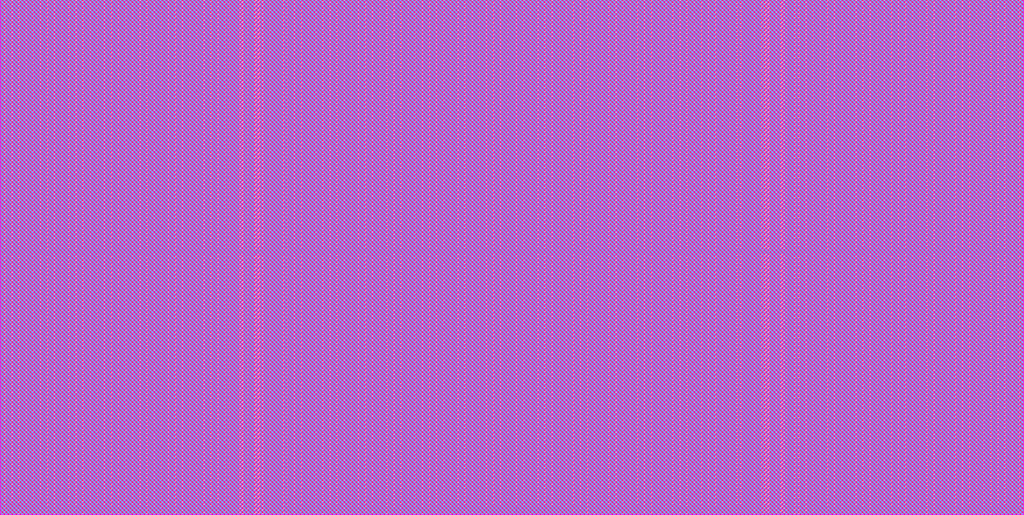
<source format=lef>
# Confidential Information of ARM, Inc.
# Use subject to ARM license.
# Copyright (c) 2025 ARM, Inc.

# ACI Version r0p0

# Reifier 4.0.0

VERSION 5.7 ;

BUSBITCHARS "[]" ;

#name: High Density Single Port SRAM HVT RVT Compiler | TSMC CLN65LP Process 0.525um^2 Bit Cell 256 Rows Per Bank
#version: r0p0
#comment: 
#configuration:  -activity_factor 50 -back_biasing off -bits 32 -bmux on -bus_notation on -check_instname on -diodes on -drive 6 -ema on -frequency 1.0 -instname sp_hde_32768_m32 -left_bus_delim "[" -mux 32 -mvt "" -name_case upper -power_type otc -prefix "" -pwr_gnd_rename vddpe:VDDPE,vddce:VDDCE,vsse:VSSE -rcols 2 -redundancy off -retention on -right_bus_delim "]" -rows_p_bl 256 -rrows 0 -ser none -site_def off -top_layer m5-m9 -words 32768 -wp_size 1 -write_mask on -write_thru off -corners ff_1p32v_1p32v_125c,ff_1p32v_1p32v_m40c,ss_1p08v_1p08v_125c,ss_1p08v_1p08v_m40c,tt_1p20v_1p20v_25c
MACRO sp_hde_32768_m32
  FOREIGN sp_hde_32768_m32 0 0 ;
  SYMMETRY X Y R90 ;
  SIZE 1209.83 BY 608.61 ;
  CLASS BLOCK ;
  PIN A[13]
    DIRECTION INPUT ;
    USE SIGNAL ;
    SHAPE ABUTMENT ;
    PORT
      LAYER M3 ;
      RECT 597.57 0.0 597.77 0.32 ;
      LAYER M2 ;
      RECT 597.57 0.0 597.77 0.32 ;
      LAYER M1 ;
      RECT 597.57 0.0 597.77 0.32 ;
      END
    ANTENNAGATEAREA 0.0072 ;
    ANTENNADIFFAREA 0.054 ;
    END A[13]
  PIN TA[13]
    DIRECTION INPUT ;
    USE SIGNAL ;
    SHAPE ABUTMENT ;
    PORT
      LAYER M1 ;
      RECT 597.95 0.0 598.15 0.32 ;
      LAYER M2 ;
      RECT 597.95 0.0 598.15 0.32 ;
      END
    ANTENNAGATEAREA 0.0072 ;
    ANTENNADIFFAREA 0.054 ;
    END TA[13]
  PIN A[14]
    DIRECTION INPUT ;
    USE SIGNAL ;
    SHAPE ABUTMENT ;
    PORT
      LAYER M2 ;
      RECT 597.13 0.0 597.33 0.32 ;
      LAYER M1 ;
      RECT 597.13 0.0 597.33 0.32 ;
      END
    ANTENNAGATEAREA 0.0072 ;
    ANTENNADIFFAREA 0.054 ;
    END A[14]
  PIN TA[14]
    DIRECTION INPUT ;
    USE SIGNAL ;
    SHAPE ABUTMENT ;
    PORT
      LAYER M1 ;
      RECT 598.525 0.0 598.745 0.32 ;
      LAYER M2 ;
      RECT 598.525 0.0 598.745 0.32 ;
      LAYER M3 ;
      RECT 598.525 0.0 598.745 0.32 ;
      END
    ANTENNAGATEAREA 0.0072 ;
    ANTENNADIFFAREA 0.054 ;
    END TA[14]
  PIN AY[13]
    DIRECTION OUTPUT ;
    USE SIGNAL ;
    SHAPE ABUTMENT ;
    PORT
      LAYER M3 ;
      RECT 596.765 0.0 596.965 0.32 ;
      LAYER M2 ;
      RECT 596.765 0.0 596.965 0.32 ;
      LAYER M1 ;
      RECT 596.765 0.0 596.965 0.32 ;
      END
    ANTENNADIFFAREA 0.054 ;
    END AY[13]
  PIN AY[14]
    DIRECTION OUTPUT ;
    USE SIGNAL ;
    SHAPE ABUTMENT ;
    PORT
      LAYER M1 ;
      RECT 599.815 0.0 600.015 0.32 ;
      LAYER M2 ;
      RECT 599.815 0.0 600.015 0.32 ;
      LAYER M3 ;
      RECT 599.815 0.0 600.015 0.32 ;
      END
    ANTENNADIFFAREA 0.054 ;
    END AY[14]
  PIN A[12]
    DIRECTION INPUT ;
    USE SIGNAL ;
    SHAPE ABUTMENT ;
    PORT
      LAYER M3 ;
      RECT 593.235 0.0 593.435 0.32 ;
      LAYER M2 ;
      RECT 593.235 0.0 593.435 0.32 ;
      LAYER M1 ;
      RECT 593.235 0.0 593.435 0.32 ;
      END
    ANTENNAGATEAREA 0.0072 ;
    ANTENNADIFFAREA 0.054 ;
    END A[12]
  PIN SO[0]
    DIRECTION OUTPUT ;
    USE SIGNAL ;
    SHAPE ABUTMENT ;
    PORT
      LAYER M1 ;
      RECT 602.525 0.0 602.725 0.32 ;
      LAYER M2 ;
      RECT 602.525 0.0 602.725 0.32 ;
      LAYER M3 ;
      RECT 602.525 0.0 602.725 0.32 ;
      END
    ANTENNADIFFAREA 0.054 ;
    END SO[0]
  PIN TA[12]
    DIRECTION INPUT ;
    USE SIGNAL ;
    SHAPE ABUTMENT ;
    PORT
      LAYER M3 ;
      RECT 592.285 0.0 592.485 0.32 ;
      LAYER M2 ;
      RECT 592.285 0.0 592.485 0.32 ;
      LAYER M1 ;
      RECT 592.285 0.0 592.485 0.32 ;
      END
    ANTENNAGATEAREA 0.0072 ;
    ANTENNADIFFAREA 0.054 ;
    END TA[12]
  PIN SO[1]
    DIRECTION OUTPUT ;
    USE SIGNAL ;
    SHAPE ABUTMENT ;
    PORT
      LAYER M1 ;
      RECT 606.825 0.0 607.025 0.32 ;
      LAYER M2 ;
      RECT 606.825 0.0 607.025 0.32 ;
      LAYER M3 ;
      RECT 606.825 0.0 607.025 0.32 ;
      END
    ANTENNADIFFAREA 0.054 ;
    END SO[1]
  PIN AY[12]
    DIRECTION OUTPUT ;
    USE SIGNAL ;
    SHAPE ABUTMENT ;
    PORT
      LAYER M3 ;
      RECT 590.235 0.0 590.435 0.32 ;
      LAYER M2 ;
      RECT 590.235 0.0 590.435 0.32 ;
      LAYER M1 ;
      RECT 590.235 0.0 590.435 0.32 ;
      END
    ANTENNADIFFAREA 0.054 ;
    END AY[12]
  PIN AY[4]
    DIRECTION OUTPUT ;
    USE SIGNAL ;
    SHAPE ABUTMENT ;
    PORT
      LAYER M1 ;
      RECT 610.33 0.0 610.53 0.32 ;
      LAYER M2 ;
      RECT 610.33 0.0 610.53 0.32 ;
      END
    ANTENNADIFFAREA 0.054 ;
    END AY[4]
  PIN A[11]
    DIRECTION INPUT ;
    USE SIGNAL ;
    SHAPE ABUTMENT ;
    PORT
      LAYER M3 ;
      RECT 587.33 0.0 587.53 0.32 ;
      LAYER M2 ;
      RECT 587.33 0.0 587.53 0.32 ;
      LAYER M1 ;
      RECT 587.33 0.0 587.53 0.32 ;
      END
    ANTENNAGATEAREA 0.0072 ;
    ANTENNADIFFAREA 0.054 ;
    END A[11]
  PIN A[4]
    DIRECTION INPUT ;
    USE SIGNAL ;
    SHAPE ABUTMENT ;
    PORT
      LAYER M1 ;
      RECT 610.995 0.0 611.195 0.32 ;
      LAYER M2 ;
      RECT 610.995 0.0 611.195 0.32 ;
      LAYER M3 ;
      RECT 610.995 0.0 611.195 0.32 ;
      END
    ANTENNAGATEAREA 0.0072 ;
    ANTENNADIFFAREA 0.054 ;
    END A[4]
  PIN TA[11]
    DIRECTION INPUT ;
    USE SIGNAL ;
    SHAPE ABUTMENT ;
    PORT
      LAYER M3 ;
      RECT 586.97 0.0 587.17 0.32 ;
      LAYER M2 ;
      RECT 586.97 0.0 587.17 0.32 ;
      LAYER M1 ;
      RECT 586.97 0.0 587.17 0.32 ;
      END
    ANTENNAGATEAREA 0.0072 ;
    ANTENNADIFFAREA 0.054 ;
    END TA[11]
  PIN TA[4]
    DIRECTION INPUT ;
    USE SIGNAL ;
    SHAPE ABUTMENT ;
    PORT
      LAYER M1 ;
      RECT 611.375 0.0 611.575 0.32 ;
      LAYER M2 ;
      RECT 611.375 0.0 611.575 0.32 ;
      END
    ANTENNAGATEAREA 0.0072 ;
    ANTENNADIFFAREA 0.054 ;
    END TA[4]
  PIN AY[11]
    DIRECTION OUTPUT ;
    USE SIGNAL ;
    SHAPE ABUTMENT ;
    PORT
      LAYER M3 ;
      RECT 585.545 0.0 585.745 0.32 ;
      LAYER M2 ;
      RECT 585.545 0.0 585.745 0.32 ;
      LAYER M1 ;
      RECT 585.545 0.0 585.745 0.32 ;
      END
    ANTENNADIFFAREA 0.054 ;
    END AY[11]
  PIN TA[3]
    DIRECTION INPUT ;
    USE SIGNAL ;
    SHAPE ABUTMENT ;
    PORT
      LAYER M1 ;
      RECT 611.96 0.0 612.16 0.32 ;
      LAYER M2 ;
      RECT 611.96 0.0 612.16 0.32 ;
      END
    ANTENNAGATEAREA 0.0072 ;
    ANTENNADIFFAREA 0.054 ;
    END TA[3]
  PIN TA[10]
    DIRECTION INPUT ;
    USE SIGNAL ;
    SHAPE ABUTMENT ;
    PORT
      LAYER M3 ;
      RECT 580.9 0.0 581.1 0.32 ;
      LAYER M2 ;
      RECT 580.9 0.0 581.1 0.32 ;
      LAYER M1 ;
      RECT 580.9 0.0 581.1 0.32 ;
      END
    ANTENNAGATEAREA 0.0072 ;
    ANTENNADIFFAREA 0.054 ;
    END TA[10]
  PIN A[3]
    DIRECTION INPUT ;
    USE SIGNAL ;
    SHAPE ABUTMENT ;
    PORT
      LAYER M1 ;
      RECT 612.38 0.0 612.58 0.32 ;
      LAYER M2 ;
      RECT 612.38 0.0 612.58 0.32 ;
      LAYER M3 ;
      RECT 612.38 0.0 612.58 0.32 ;
      END
    ANTENNAGATEAREA 0.0072 ;
    ANTENNADIFFAREA 0.054 ;
    END A[3]
  PIN A[10]
    DIRECTION INPUT ;
    USE SIGNAL ;
    SHAPE ABUTMENT ;
    PORT
      LAYER M3 ;
      RECT 580.515 0.0 580.715 0.32 ;
      LAYER M2 ;
      RECT 580.515 0.0 580.715 0.32 ;
      LAYER M1 ;
      RECT 580.515 0.0 580.715 0.32 ;
      END
    ANTENNAGATEAREA 0.0072 ;
    ANTENNADIFFAREA 0.054 ;
    END A[10]
  PIN AY[3]
    DIRECTION OUTPUT ;
    USE SIGNAL ;
    SHAPE ABUTMENT ;
    PORT
      LAYER M1 ;
      RECT 613.075 0.0 613.275 0.32 ;
      LAYER M2 ;
      RECT 613.075 0.0 613.275 0.32 ;
      LAYER M3 ;
      RECT 613.075 0.0 613.275 0.32 ;
      END
    ANTENNADIFFAREA 0.054 ;
    END AY[3]
  PIN AY[10]
    DIRECTION OUTPUT ;
    USE SIGNAL ;
    SHAPE ABUTMENT ;
    PORT
      LAYER M3 ;
      RECT 579.79 0.0 579.99 0.32 ;
      LAYER M2 ;
      RECT 579.79 0.0 579.99 0.32 ;
      LAYER M1 ;
      RECT 579.79 0.0 579.99 0.32 ;
      END
    ANTENNADIFFAREA 0.054 ;
    END AY[10]
  PIN AY[2]
    DIRECTION OUTPUT ;
    USE SIGNAL ;
    SHAPE ABUTMENT ;
    PORT
      LAYER M1 ;
      RECT 622.27 0.0 622.47 0.32 ;
      LAYER M2 ;
      RECT 622.27 0.0 622.47 0.32 ;
      LAYER M3 ;
      RECT 622.27 0.0 622.47 0.32 ;
      END
    ANTENNADIFFAREA 0.054 ;
    END AY[2]
  PIN TD[15]
    DIRECTION INPUT ;
    USE SIGNAL ;
    SHAPE ABUTMENT ;
    PORT
      LAYER M3 ;
      RECT 578.445 0.0 578.645 0.32 ;
      LAYER M1 ;
      RECT 578.445 0.0 578.645 0.32 ;
      LAYER M2 ;
      RECT 578.335 0.0 578.645 0.32 ;
      END
    ANTENNAGATEAREA 0.0072 ;
    ANTENNADIFFAREA 0.054 ;
    END TD[15]
  PIN A[2]
    DIRECTION INPUT ;
    USE SIGNAL ;
    SHAPE ABUTMENT ;
    PORT
      LAYER M1 ;
      RECT 623.505 0.0 623.705 0.32 ;
      LAYER M2 ;
      RECT 623.505 0.0 623.705 0.32 ;
      LAYER M3 ;
      RECT 623.505 0.0 623.705 0.32 ;
      END
    ANTENNAGATEAREA 0.0072 ;
    ANTENNADIFFAREA 0.054 ;
    END A[2]
  PIN D[15]
    DIRECTION INPUT ;
    USE SIGNAL ;
    SHAPE ABUTMENT ;
    PORT
      LAYER M4 ;
      RECT 575.925 0.0 576.125 0.32 ;
      LAYER M3 ;
      RECT 575.925 0.0 576.125 0.32 ;
      LAYER M2 ;
      RECT 575.925 0.0 576.125 0.32 ;
      LAYER M1 ;
      RECT 575.925 0.0 576.125 0.32 ;
      END
    ANTENNAGATEAREA 0.0072 ;
    ANTENNADIFFAREA 0.054 ;
    END D[15]
  PIN TA[2]
    DIRECTION INPUT ;
    USE SIGNAL ;
    SHAPE ABUTMENT ;
    PORT
      LAYER M1 ;
      RECT 623.975 0.0 624.175 0.32 ;
      LAYER M2 ;
      RECT 623.975 0.0 624.175 0.32 ;
      LAYER M3 ;
      RECT 623.975 0.0 624.175 0.32 ;
      END
    ANTENNAGATEAREA 0.0072 ;
    ANTENNADIFFAREA 0.054 ;
    END TA[2]
  PIN A[9]
    DIRECTION INPUT ;
    USE SIGNAL ;
    SHAPE ABUTMENT ;
    PORT
      LAYER M3 ;
      RECT 575.44 0.0 575.64 0.32 ;
      LAYER M2 ;
      RECT 575.44 0.0 575.64 0.32 ;
      LAYER M1 ;
      RECT 575.44 0.0 575.64 0.32 ;
      END
    ANTENNAGATEAREA 0.0072 ;
    ANTENNADIFFAREA 0.054 ;
    END A[9]
  PIN TA[1]
    DIRECTION INPUT ;
    USE SIGNAL ;
    SHAPE ABUTMENT ;
    PORT
      LAYER M1 ;
      RECT 624.49 0.0 624.69 0.32 ;
      LAYER M2 ;
      RECT 624.49 0.0 624.69 0.32 ;
      LAYER M3 ;
      RECT 624.49 0.0 624.69 0.32 ;
      END
    ANTENNAGATEAREA 0.0072 ;
    ANTENNADIFFAREA 0.054 ;
    END TA[1]
  PIN TWEN[15]
    DIRECTION INPUT ;
    USE SIGNAL ;
    SHAPE ABUTMENT ;
    PORT
      LAYER M4 ;
      RECT 574.95 0.0 575.16 0.32 ;
      LAYER M3 ;
      RECT 574.95 0.0 575.16 0.32 ;
      LAYER M2 ;
      RECT 574.95 0.0 575.16 0.32 ;
      LAYER M1 ;
      RECT 574.95 0.0 575.16 0.32 ;
      END
    ANTENNAGATEAREA 0.0072 ;
    ANTENNADIFFAREA 0.054 ;
    END TWEN[15]
  PIN A[1]
    DIRECTION INPUT ;
    USE SIGNAL ;
    SHAPE ABUTMENT ;
    PORT
      LAYER M1 ;
      RECT 624.87 0.0 625.07 0.32 ;
      LAYER M2 ;
      RECT 624.87 0.0 625.07 0.32 ;
      LAYER M3 ;
      RECT 624.87 0.0 625.07 0.32 ;
      END
    ANTENNAGATEAREA 0.0072 ;
    ANTENNADIFFAREA 0.054 ;
    END A[1]
  PIN TA[9]
    DIRECTION INPUT ;
    USE SIGNAL ;
    SHAPE ABUTMENT ;
    PORT
      LAYER M3 ;
      RECT 574.62 0.0 574.82 0.32 ;
      LAYER M2 ;
      RECT 574.62 0.0 574.82 0.32 ;
      LAYER M1 ;
      RECT 574.62 0.0 574.82 0.32 ;
      END
    ANTENNAGATEAREA 0.0072 ;
    ANTENNADIFFAREA 0.054 ;
    END TA[9]
  PIN AY[1]
    DIRECTION OUTPUT ;
    USE SIGNAL ;
    SHAPE ABUTMENT ;
    PORT
      LAYER M1 ;
      RECT 625.855 0.0 626.055 0.32 ;
      LAYER M2 ;
      RECT 625.855 0.0 626.055 0.32 ;
      LAYER M3 ;
      RECT 625.855 0.0 626.055 0.32 ;
      END
    ANTENNADIFFAREA 0.054 ;
    END AY[1]
  PIN Q[15]
    DIRECTION OUTPUT ;
    USE SIGNAL ;
    SHAPE ABUTMENT ;
    PORT
      LAYER M3 ;
      RECT 574.3 0.0 574.5 0.32 ;
      LAYER M2 ;
      RECT 574.3 0.0 574.5 0.32 ;
      LAYER M1 ;
      RECT 574.3 0.0 574.5 0.32 ;
      END
    ANTENNADIFFAREA 0.054 ;
    END Q[15]
  PIN TA[0]
    DIRECTION INPUT ;
    USE SIGNAL ;
    SHAPE ABUTMENT ;
    PORT
      LAYER M1 ;
      RECT 630.445 0.0 630.645 0.32 ;
      LAYER M2 ;
      RECT 630.445 0.0 630.645 0.32 ;
      LAYER M3 ;
      RECT 630.445 0.0 630.645 0.32 ;
      END
    ANTENNAGATEAREA 0.0072 ;
    ANTENNADIFFAREA 0.054 ;
    END TA[0]
  PIN WEN[15]
    DIRECTION INPUT ;
    USE SIGNAL ;
    SHAPE ABUTMENT ;
    PORT
      LAYER M4 ;
      RECT 573.825 0.0 574.025 0.32 ;
      LAYER M3 ;
      RECT 573.825 0.0 574.025 0.32 ;
      LAYER M2 ;
      RECT 573.825 0.0 574.025 0.32 ;
      LAYER M1 ;
      RECT 573.825 0.0 574.025 0.32 ;
      END
    ANTENNAGATEAREA 0.0072 ;
    ANTENNADIFFAREA 0.054 ;
    END WEN[15]
  PIN A[0]
    DIRECTION INPUT ;
    USE SIGNAL ;
    SHAPE ABUTMENT ;
    PORT
      LAYER M1 ;
      RECT 630.905 0.0 631.105 0.32 ;
      LAYER M2 ;
      RECT 630.905 0.0 631.105 0.32 ;
      LAYER M3 ;
      RECT 630.905 0.0 631.105 0.32 ;
      END
    ANTENNAGATEAREA 0.0072 ;
    ANTENNADIFFAREA 0.054 ;
    END A[0]
  PIN AY[9]
    DIRECTION OUTPUT ;
    USE SIGNAL ;
    SHAPE ABUTMENT ;
    PORT
      LAYER M3 ;
      RECT 573.34 0.0 573.54 0.32 ;
      LAYER M2 ;
      RECT 573.34 0.0 573.54 0.32 ;
      LAYER M1 ;
      RECT 573.34 0.0 573.54 0.32 ;
      END
    ANTENNADIFFAREA 0.054 ;
    END AY[9]
  PIN TD[16]
    DIRECTION INPUT ;
    USE SIGNAL ;
    SHAPE ABUTMENT ;
    PORT
      LAYER M1 ;
      RECT 631.33 0.0 631.53 0.32 ;
      LAYER M2 ;
      RECT 631.33 0.0 631.53 0.32 ;
      LAYER M3 ;
      RECT 631.33 0.0 631.53 0.32 ;
      END
    ANTENNAGATEAREA 0.0072 ;
    ANTENNADIFFAREA 0.054 ;
    END TD[16]
  PIN WENY[15]
    DIRECTION OUTPUT ;
    USE SIGNAL ;
    SHAPE ABUTMENT ;
    PORT
      LAYER M4 ;
      RECT 572.76 0.0 572.96 0.32 ;
      LAYER M3 ;
      RECT 572.76 0.0 572.96 0.32 ;
      LAYER M2 ;
      RECT 572.76 0.0 572.96 0.32 ;
      LAYER M1 ;
      RECT 572.76 0.0 572.96 0.32 ;
      END
    ANTENNADIFFAREA 0.054 ;
    END WENY[15]
  PIN AY[0]
    DIRECTION OUTPUT ;
    USE SIGNAL ;
    SHAPE ABUTMENT ;
    PORT
      LAYER M1 ;
      RECT 632.34 0.0 632.54 0.32 ;
      LAYER M2 ;
      RECT 632.34 0.0 632.54 0.32 ;
      LAYER M3 ;
      RECT 632.34 0.0 632.54 0.32 ;
      END
    ANTENNADIFFAREA 0.054 ;
    END AY[0]
  PIN AY[8]
    DIRECTION OUTPUT ;
    USE SIGNAL ;
    SHAPE ABUTMENT ;
    PORT
      LAYER M3 ;
      RECT 566.16 0.0 566.36 0.32 ;
      LAYER M2 ;
      RECT 566.16 0.0 566.36 0.32 ;
      LAYER M1 ;
      RECT 566.16 0.0 566.36 0.32 ;
      END
    ANTENNADIFFAREA 0.054 ;
    END AY[8]
  PIN D[16]
    DIRECTION INPUT ;
    USE SIGNAL ;
    SHAPE ABUTMENT ;
    PORT
      LAYER M1 ;
      RECT 633.655 0.0 633.855 0.32 ;
      LAYER M2 ;
      RECT 633.655 0.0 633.855 0.32 ;
      LAYER M3 ;
      RECT 633.655 0.0 633.855 0.32 ;
      LAYER M4 ;
      RECT 633.655 0.0 633.855 0.32 ;
      END
    ANTENNAGATEAREA 0.0072 ;
    ANTENNADIFFAREA 0.054 ;
    END D[16]
  PIN A[8]
    DIRECTION INPUT ;
    USE SIGNAL ;
    SHAPE ABUTMENT ;
    PORT
      LAYER M2 ;
      RECT 564.675 0.0 564.875 0.32 ;
      LAYER M1 ;
      RECT 564.675 0.0 564.875 0.32 ;
      END
    ANTENNAGATEAREA 0.0072 ;
    ANTENNADIFFAREA 0.054 ;
    END A[8]
  PIN TWEN[16]
    DIRECTION INPUT ;
    USE SIGNAL ;
    SHAPE ABUTMENT ;
    PORT
      LAYER M1 ;
      RECT 634.73 0.0 634.93 0.32 ;
      LAYER M2 ;
      RECT 634.73 0.0 634.93 0.32 ;
      LAYER M3 ;
      RECT 634.73 0.0 634.93 0.32 ;
      LAYER M4 ;
      RECT 634.73 0.0 634.93 0.32 ;
      END
    ANTENNAGATEAREA 0.0072 ;
    ANTENNADIFFAREA 0.054 ;
    END TWEN[16]
  PIN TA[8]
    DIRECTION INPUT ;
    USE SIGNAL ;
    SHAPE ABUTMENT ;
    PORT
      LAYER M2 ;
      RECT 564.29 0.0 564.49 0.32 ;
      LAYER M1 ;
      RECT 564.29 0.0 564.49 0.32 ;
      END
    ANTENNAGATEAREA 0.0072 ;
    ANTENNADIFFAREA 0.054 ;
    END TA[8]
  PIN Q[16]
    DIRECTION OUTPUT ;
    USE SIGNAL ;
    SHAPE ABUTMENT ;
    PORT
      LAYER M1 ;
      RECT 635.275 0.0 635.475 0.32 ;
      LAYER M2 ;
      RECT 635.275 0.0 635.475 0.32 ;
      LAYER M3 ;
      RECT 635.275 0.0 635.475 0.32 ;
      END
    ANTENNADIFFAREA 0.054 ;
    END Q[16]
  PIN A[7]
    DIRECTION INPUT ;
    USE SIGNAL ;
    SHAPE ABUTMENT ;
    PORT
      LAYER M3 ;
      RECT 563.81 0.0 564.01 0.32 ;
      LAYER M2 ;
      RECT 563.81 0.0 564.01 0.32 ;
      LAYER M1 ;
      RECT 563.81 0.0 564.01 0.32 ;
      END
    ANTENNAGATEAREA 0.0072 ;
    ANTENNADIFFAREA 0.054 ;
    END A[7]
  PIN WEN[16]
    DIRECTION INPUT ;
    USE SIGNAL ;
    SHAPE ABUTMENT ;
    PORT
      LAYER M1 ;
      RECT 635.735 0.0 635.935 0.32 ;
      LAYER M2 ;
      RECT 635.735 0.0 635.935 0.32 ;
      LAYER M3 ;
      RECT 635.735 0.0 635.935 0.32 ;
      LAYER M4 ;
      RECT 635.735 0.0 635.935 0.32 ;
      END
    ANTENNAGATEAREA 0.0072 ;
    ANTENNADIFFAREA 0.054 ;
    END WEN[16]
  PIN TA[7]
    DIRECTION INPUT ;
    USE SIGNAL ;
    SHAPE ABUTMENT ;
    PORT
      LAYER M3 ;
      RECT 563.315 0.0 563.515 0.32 ;
      LAYER M2 ;
      RECT 563.315 0.0 563.515 0.32 ;
      LAYER M1 ;
      RECT 563.315 0.0 563.515 0.32 ;
      END
    ANTENNAGATEAREA 0.0072 ;
    ANTENNADIFFAREA 0.054 ;
    END TA[7]
  PIN TCEN
    DIRECTION INPUT ;
    USE SIGNAL ;
    SHAPE ABUTMENT ;
    PORT
      LAYER M1 ;
      RECT 636.225 0.0 636.425 0.32 ;
      LAYER M2 ;
      RECT 636.225 0.0 636.425 0.32 ;
      LAYER M3 ;
      RECT 636.225 0.0 636.425 0.32 ;
      END
    ANTENNAGATEAREA 0.0072 ;
    ANTENNADIFFAREA 0.054 ;
    END TCEN
  PIN AY[7]
    DIRECTION OUTPUT ;
    USE SIGNAL ;
    SHAPE ABUTMENT ;
    PORT
      LAYER M3 ;
      RECT 561.815 0.0 562.015 0.32 ;
      LAYER M2 ;
      RECT 561.815 0.0 562.015 0.32 ;
      LAYER M1 ;
      RECT 561.815 0.0 562.015 0.32 ;
      END
    ANTENNADIFFAREA 0.054 ;
    END AY[7]
  PIN CEN
    DIRECTION INPUT ;
    USE SIGNAL ;
    SHAPE ABUTMENT ;
    PORT
      LAYER M1 ;
      RECT 636.555 0.0 636.755 0.32 ;
      LAYER M2 ;
      RECT 636.555 0.0 636.755 0.32 ;
      END
    ANTENNAGATEAREA 0.0072 ;
    ANTENNADIFFAREA 0.054 ;
    END CEN
  PIN A[6]
    DIRECTION INPUT ;
    USE SIGNAL ;
    SHAPE ABUTMENT ;
    PORT
      LAYER M3 ;
      RECT 558.88 0.0 559.08 0.32 ;
      LAYER M2 ;
      RECT 558.88 0.0 559.08 0.32 ;
      LAYER M1 ;
      RECT 558.88 0.0 559.08 0.32 ;
      END
    ANTENNAGATEAREA 0.0072 ;
    ANTENNADIFFAREA 0.054 ;
    END A[6]
  PIN WENY[16]
    DIRECTION OUTPUT ;
    USE SIGNAL ;
    SHAPE ABUTMENT ;
    PORT
      LAYER M1 ;
      RECT 636.87 0.0 637.07 0.32 ;
      LAYER M2 ;
      RECT 636.87 0.0 637.07 0.32 ;
      LAYER M3 ;
      RECT 636.87 0.0 637.07 0.32 ;
      LAYER M4 ;
      RECT 636.87 0.0 637.07 0.32 ;
      END
    ANTENNADIFFAREA 0.054 ;
    END WENY[16]
  PIN TA[6]
    DIRECTION INPUT ;
    USE SIGNAL ;
    SHAPE ABUTMENT ;
    PORT
      LAYER M3 ;
      RECT 558.505 0.0 558.705 0.32 ;
      LAYER M2 ;
      RECT 558.505 0.0 558.705 0.32 ;
      LAYER M1 ;
      RECT 558.505 0.0 558.705 0.32 ;
      END
    ANTENNAGATEAREA 0.0072 ;
    ANTENNADIFFAREA 0.054 ;
    END TA[6]
  PIN CENY
    DIRECTION OUTPUT ;
    USE SIGNAL ;
    SHAPE ABUTMENT ;
    PORT
      LAYER M1 ;
      RECT 637.31 0.0 637.51 0.32 ;
      LAYER M2 ;
      RECT 637.31 0.0 637.51 0.32 ;
      LAYER M3 ;
      RECT 637.31 0.0 637.51 0.32 ;
      END
    ANTENNADIFFAREA 0.054 ;
    END CENY
  PIN AY[6]
    DIRECTION OUTPUT ;
    USE SIGNAL ;
    SHAPE ABUTMENT ;
    PORT
      LAYER M3 ;
      RECT 556.44 0.0 556.64 0.32 ;
      LAYER M2 ;
      RECT 556.44 0.0 556.64 0.32 ;
      LAYER M1 ;
      RECT 556.44 0.0 556.64 0.32 ;
      END
    ANTENNADIFFAREA 0.054 ;
    END AY[6]
  PIN SE
    DIRECTION INPUT ;
    USE SIGNAL ;
    SHAPE ABUTMENT ;
    PORT
      LAYER M1 ;
      RECT 641.055 0.0 641.255 0.32 ;
      LAYER M2 ;
      RECT 641.055 0.0 641.255 0.32 ;
      LAYER M3 ;
      RECT 641.055 0.0 641.255 0.32 ;
      END
    ANTENNAGATEAREA 0.0072 ;
    ANTENNADIFFAREA 0.054 ;
    END SE
  PIN AY[5]
    DIRECTION OUTPUT ;
    USE SIGNAL ;
    SHAPE ABUTMENT ;
    PORT
      LAYER M3 ;
      RECT 547.975 0.0 548.175 0.32 ;
      LAYER M2 ;
      RECT 547.975 0.0 548.175 0.32 ;
      LAYER M1 ;
      RECT 547.975 0.0 548.175 0.32 ;
      END
    ANTENNADIFFAREA 0.054 ;
    END AY[5]
  PIN TEN
    DIRECTION INPUT ;
    USE SIGNAL ;
    SHAPE ABUTMENT ;
    PORT
      LAYER M1 ;
      RECT 643.5 0.0 643.7 0.32 ;
      LAYER M2 ;
      RECT 643.5 0.0 643.7 0.32 ;
      END
    ANTENNAGATEAREA 0.0072 ;
    ANTENNADIFFAREA 0.054 ;
    END TEN
  PIN TA[5]
    DIRECTION INPUT ;
    USE SIGNAL ;
    SHAPE ABUTMENT ;
    PORT
      LAYER M3 ;
      RECT 547.07 0.0 547.27 0.32 ;
      LAYER M2 ;
      RECT 547.07 0.0 547.27 0.32 ;
      LAYER M1 ;
      RECT 547.07 0.0 547.27 0.32 ;
      END
    ANTENNAGATEAREA 0.0072 ;
    ANTENNADIFFAREA 0.054 ;
    END TA[5]
  PIN GWENY
    DIRECTION OUTPUT ;
    USE SIGNAL ;
    SHAPE ABUTMENT ;
    PORT
      LAYER M1 ;
      RECT 646.675 0.0 646.875 0.32 ;
      LAYER M2 ;
      RECT 646.675 0.0 646.875 0.32 ;
      LAYER M3 ;
      RECT 646.675 0.0 646.875 0.32 ;
      END
    ANTENNADIFFAREA 0.054 ;
    END GWENY
  PIN A[5]
    DIRECTION INPUT ;
    USE SIGNAL ;
    SHAPE ABUTMENT ;
    PORT
      LAYER M3 ;
      RECT 546.09 0.0 546.29 0.32 ;
      LAYER M2 ;
      RECT 546.09 0.0 546.29 0.32 ;
      LAYER M1 ;
      RECT 546.09 0.0 546.29 0.32 ;
      END
    ANTENNAGATEAREA 0.0072 ;
    ANTENNADIFFAREA 0.054 ;
    END A[5]
  PIN DFTRAMBYP
    DIRECTION INPUT ;
    USE SIGNAL ;
    SHAPE ABUTMENT ;
    PORT
      LAYER M1 ;
      RECT 647.18 0.0 647.38 0.32 ;
      LAYER M2 ;
      RECT 647.18 0.0 647.38 0.32 ;
      LAYER M3 ;
      RECT 647.18 0.0 647.38 0.32 ;
      END
    ANTENNAGATEAREA 0.0072 ;
    ANTENNADIFFAREA 0.054 ;
    END DFTRAMBYP
  PIN TD[14]
    DIRECTION INPUT ;
    USE SIGNAL ;
    SHAPE ABUTMENT ;
    PORT
      LAYER M3 ;
      RECT 544.635 0.0 544.835 0.32 ;
      LAYER M2 ;
      RECT 544.635 0.0 544.835 0.32 ;
      LAYER M1 ;
      RECT 544.635 0.0 544.835 0.32 ;
      END
    ANTENNAGATEAREA 0.0072 ;
    ANTENNADIFFAREA 0.054 ;
    END TD[14]
  PIN GWEN
    DIRECTION INPUT ;
    USE SIGNAL ;
    SHAPE ABUTMENT ;
    PORT
      LAYER M1 ;
      RECT 647.63 0.0 647.83 0.32 ;
      LAYER M2 ;
      RECT 647.63 0.0 647.83 0.32 ;
      LAYER M3 ;
      RECT 647.63 0.0 647.83 0.32 ;
      END
    ANTENNAGATEAREA 0.0072 ;
    ANTENNADIFFAREA 0.054 ;
    END GWEN
  PIN EMA[1]
    DIRECTION INPUT ;
    USE SIGNAL ;
    SHAPE ABUTMENT ;
    PORT
      LAYER M3 ;
      RECT 543.535 0.0 543.735 0.32 ;
      LAYER M2 ;
      RECT 543.535 0.0 543.735 0.32 ;
      LAYER M1 ;
      RECT 543.535 0.0 543.735 0.32 ;
      END
    ANTENNAGATEAREA 0.0072 ;
    ANTENNADIFFAREA 0.054 ;
    END EMA[1]
  PIN TGWEN
    DIRECTION INPUT ;
    USE SIGNAL ;
    SHAPE ABUTMENT ;
    PORT
      LAYER M2 ;
      RECT 647.965 0.0 648.255 0.32 ;
      LAYER M1 ;
      RECT 648.055 0.0 648.255 0.32 ;
      LAYER M3 ;
      RECT 648.055 0.0 648.255 0.32 ;
      END
    ANTENNAGATEAREA 0.0072 ;
    ANTENNADIFFAREA 0.054 ;
    END TGWEN
  PIN D[14]
    DIRECTION INPUT ;
    USE SIGNAL ;
    SHAPE ABUTMENT ;
    PORT
      LAYER M4 ;
      RECT 542.395 0.0 542.595 0.32 ;
      LAYER M3 ;
      RECT 542.395 0.0 542.595 0.32 ;
      LAYER M2 ;
      RECT 542.395 0.0 542.595 0.32 ;
      LAYER M1 ;
      RECT 542.395 0.0 542.595 0.32 ;
      END
    ANTENNAGATEAREA 0.0072 ;
    ANTENNADIFFAREA 0.054 ;
    END D[14]
  PIN CLK
    DIRECTION INPUT ;
    USE SIGNAL ;
    SHAPE ABUTMENT ;
    PORT
      LAYER M1 ;
      RECT 653.31 0.0 653.51 0.32 ;
      LAYER M2 ;
      RECT 653.31 0.0 653.51 0.32 ;
      LAYER M3 ;
      RECT 653.31 0.0 653.51 0.32 ;
      END
    ANTENNAGATEAREA 0.0072 ;
    ANTENNADIFFAREA 0.054 ;
    END CLK
  PIN EMAW[1]
    DIRECTION INPUT ;
    USE SIGNAL ;
    SHAPE ABUTMENT ;
    PORT
      LAYER M3 ;
      RECT 542.045 0.0 542.245 0.32 ;
      LAYER M2 ;
      RECT 542.045 0.0 542.245 0.32 ;
      LAYER M1 ;
      RECT 542.045 0.0 542.245 0.32 ;
      END
    ANTENNAGATEAREA 0.0072 ;
    ANTENNADIFFAREA 0.054 ;
    END EMAW[1]
  PIN TD[17]
    DIRECTION INPUT ;
    USE SIGNAL ;
    SHAPE ABUTMENT ;
    PORT
      LAYER M1 ;
      RECT 664.895 0.0 665.095 0.32 ;
      LAYER M2 ;
      RECT 664.895 0.0 665.095 0.32 ;
      LAYER M3 ;
      RECT 664.895 0.0 665.095 0.32 ;
      END
    ANTENNAGATEAREA 0.0072 ;
    ANTENNADIFFAREA 0.054 ;
    END TD[17]
  PIN EMAW[0]
    DIRECTION INPUT ;
    USE SIGNAL ;
    SHAPE ABUTMENT ;
    PORT
      LAYER M3 ;
      RECT 541.665 0.0 541.865 0.32 ;
      LAYER M2 ;
      RECT 541.665 0.0 541.865 0.32 ;
      LAYER M1 ;
      RECT 541.665 0.0 541.865 0.32 ;
      END
    ANTENNAGATEAREA 0.0072 ;
    ANTENNADIFFAREA 0.054 ;
    END EMAW[0]
  PIN RET1N
    DIRECTION INPUT ;
    USE SIGNAL ;
    SHAPE ABUTMENT ;
    PORT
      LAYER M1 ;
      RECT 665.92 0.0 666.12 0.32 ;
      LAYER M2 ;
      RECT 665.92 0.0 666.12 0.32 ;
      LAYER M3 ;
      RECT 665.92 0.0 666.12 0.32 ;
      END
    ANTENNAGATEAREA 0.0072 ;
    ANTENNADIFFAREA 0.054 ;
    END RET1N
  PIN TWEN[14]
    DIRECTION INPUT ;
    USE SIGNAL ;
    SHAPE ABUTMENT ;
    PORT
      LAYER M4 ;
      RECT 541.27 0.0 541.47 0.32 ;
      LAYER M3 ;
      RECT 541.27 0.0 541.47 0.32 ;
      LAYER M2 ;
      RECT 541.27 0.0 541.47 0.32 ;
      LAYER M1 ;
      RECT 541.27 0.0 541.47 0.32 ;
      END
    ANTENNAGATEAREA 0.0072 ;
    ANTENNADIFFAREA 0.054 ;
    END TWEN[14]
  PIN D[17]
    DIRECTION INPUT ;
    USE SIGNAL ;
    SHAPE ABUTMENT ;
    PORT
      LAYER M1 ;
      RECT 667.28 0.0 667.48 0.32 ;
      LAYER M2 ;
      RECT 667.28 0.0 667.48 0.32 ;
      LAYER M3 ;
      RECT 667.28 0.0 667.48 0.32 ;
      LAYER M4 ;
      RECT 667.28 0.0 667.48 0.32 ;
      END
    ANTENNAGATEAREA 0.0072 ;
    ANTENNADIFFAREA 0.054 ;
    END D[17]
  PIN Q[14]
    DIRECTION OUTPUT ;
    USE SIGNAL ;
    SHAPE ABUTMENT ;
    PORT
      LAYER M3 ;
      RECT 540.725 0.0 540.925 0.32 ;
      LAYER M2 ;
      RECT 540.725 0.0 540.925 0.32 ;
      LAYER M1 ;
      RECT 540.725 0.0 540.925 0.32 ;
      END
    ANTENNADIFFAREA 0.054 ;
    END Q[14]
  PIN TWEN[17]
    DIRECTION INPUT ;
    USE SIGNAL ;
    SHAPE ABUTMENT ;
    PORT
      LAYER M1 ;
      RECT 668.31 0.0 668.51 0.32 ;
      LAYER M2 ;
      RECT 668.31 0.0 668.51 0.32 ;
      LAYER M3 ;
      RECT 668.31 0.0 668.51 0.32 ;
      LAYER M4 ;
      RECT 668.31 0.0 668.51 0.32 ;
      END
    ANTENNAGATEAREA 0.0072 ;
    ANTENNADIFFAREA 0.054 ;
    END TWEN[17]
  PIN WEN[14]
    DIRECTION INPUT ;
    USE SIGNAL ;
    SHAPE ABUTMENT ;
    PORT
      LAYER M4 ;
      RECT 540.225 0.0 540.425 0.32 ;
      LAYER M3 ;
      RECT 540.225 0.0 540.425 0.32 ;
      LAYER M2 ;
      RECT 540.225 0.0 540.425 0.32 ;
      LAYER M1 ;
      RECT 540.225 0.0 540.425 0.32 ;
      END
    ANTENNAGATEAREA 0.0072 ;
    ANTENNADIFFAREA 0.054 ;
    END WEN[14]
  PIN Q[17]
    DIRECTION OUTPUT ;
    USE SIGNAL ;
    SHAPE ABUTMENT ;
    PORT
      LAYER M1 ;
      RECT 668.87 0.0 669.07 0.32 ;
      LAYER M2 ;
      RECT 668.87 0.0 669.07 0.32 ;
      LAYER M3 ;
      RECT 668.87 0.0 669.07 0.32 ;
      END
    ANTENNADIFFAREA 0.054 ;
    END Q[17]
  PIN EMA[2]
    DIRECTION INPUT ;
    USE SIGNAL ;
    SHAPE ABUTMENT ;
    PORT
      LAYER M3 ;
      RECT 539.55 0.0 539.75 0.32 ;
      LAYER M2 ;
      RECT 539.55 0.0 539.75 0.32 ;
      LAYER M1 ;
      RECT 539.55 0.0 539.75 0.32 ;
      END
    ANTENNAGATEAREA 0.0072 ;
    ANTENNADIFFAREA 0.054 ;
    END EMA[2]
  PIN WEN[17]
    DIRECTION INPUT ;
    USE SIGNAL ;
    SHAPE ABUTMENT ;
    PORT
      LAYER M1 ;
      RECT 669.36 0.0 669.56 0.32 ;
      LAYER M2 ;
      RECT 669.36 0.0 669.56 0.32 ;
      LAYER M3 ;
      RECT 669.36 0.0 669.56 0.32 ;
      LAYER M4 ;
      RECT 669.36 0.0 669.56 0.32 ;
      END
    ANTENNAGATEAREA 0.0072 ;
    ANTENNADIFFAREA 0.054 ;
    END WEN[17]
  PIN WENY[14]
    DIRECTION OUTPUT ;
    USE SIGNAL ;
    SHAPE ABUTMENT ;
    PORT
      LAYER M4 ;
      RECT 539.185 0.0 539.385 0.32 ;
      LAYER M3 ;
      RECT 539.185 0.0 539.385 0.32 ;
      LAYER M2 ;
      RECT 539.185 0.0 539.385 0.32 ;
      LAYER M1 ;
      RECT 539.185 0.0 539.385 0.32 ;
      END
    ANTENNADIFFAREA 0.054 ;
    END WENY[14]
  PIN WENY[17]
    DIRECTION OUTPUT ;
    USE SIGNAL ;
    SHAPE ABUTMENT ;
    PORT
      LAYER M1 ;
      RECT 670.44 0.0 670.64 0.32 ;
      LAYER M2 ;
      RECT 670.44 0.0 670.64 0.32 ;
      LAYER M3 ;
      RECT 670.44 0.0 670.64 0.32 ;
      LAYER M4 ;
      RECT 670.44 0.0 670.64 0.32 ;
      END
    ANTENNADIFFAREA 0.054 ;
    END WENY[17]
  PIN EMA[0]
    DIRECTION INPUT ;
    USE SIGNAL ;
    SHAPE ABUTMENT ;
    PORT
      LAYER M3 ;
      RECT 538.795 0.0 538.995 0.32 ;
      LAYER M2 ;
      RECT 538.795 0.0 538.995 0.32 ;
      LAYER M1 ;
      RECT 538.795 0.0 538.995 0.32 ;
      END
    ANTENNAGATEAREA 0.0072 ;
    ANTENNADIFFAREA 0.054 ;
    END EMA[0]
  PIN TD[18]
    DIRECTION INPUT ;
    USE SIGNAL ;
    SHAPE ABUTMENT ;
    PORT
      LAYER M1 ;
      RECT 698.53 0.0 698.73 0.32 ;
      LAYER M2 ;
      RECT 698.53 0.0 698.73 0.32 ;
      LAYER M3 ;
      RECT 698.53 0.0 698.73 0.32 ;
      END
    ANTENNAGATEAREA 0.0072 ;
    ANTENNADIFFAREA 0.054 ;
    END TD[18]
  PIN TD[13]
    DIRECTION INPUT ;
    USE SIGNAL ;
    SHAPE ABUTMENT ;
    PORT
      LAYER M3 ;
      RECT 511.1 0.0 511.3 0.32 ;
      LAYER M2 ;
      RECT 511.1 0.0 511.3 0.32 ;
      LAYER M1 ;
      RECT 511.1 0.0 511.3 0.32 ;
      END
    ANTENNAGATEAREA 0.0072 ;
    ANTENNADIFFAREA 0.054 ;
    END TD[13]
  PIN D[18]
    DIRECTION INPUT ;
    USE SIGNAL ;
    SHAPE ABUTMENT ;
    PORT
      LAYER M1 ;
      RECT 700.88 0.0 701.08 0.32 ;
      LAYER M2 ;
      RECT 700.88 0.0 701.08 0.32 ;
      LAYER M3 ;
      RECT 700.88 0.0 701.08 0.32 ;
      LAYER M4 ;
      RECT 700.88 0.0 701.08 0.32 ;
      END
    ANTENNAGATEAREA 0.0072 ;
    ANTENNADIFFAREA 0.054 ;
    END D[18]
  PIN D[13]
    DIRECTION INPUT ;
    USE SIGNAL ;
    SHAPE ABUTMENT ;
    PORT
      LAYER M4 ;
      RECT 508.75 0.0 508.95 0.32 ;
      LAYER M3 ;
      RECT 508.75 0.0 508.95 0.32 ;
      LAYER M2 ;
      RECT 508.75 0.0 508.95 0.32 ;
      LAYER M1 ;
      RECT 508.75 0.0 508.95 0.32 ;
      END
    ANTENNAGATEAREA 0.0072 ;
    ANTENNADIFFAREA 0.054 ;
    END D[13]
  PIN TWEN[18]
    DIRECTION INPUT ;
    USE SIGNAL ;
    SHAPE ABUTMENT ;
    PORT
      LAYER M1 ;
      RECT 701.91 0.0 702.11 0.32 ;
      LAYER M2 ;
      RECT 701.91 0.0 702.11 0.32 ;
      LAYER M3 ;
      RECT 701.91 0.0 702.11 0.32 ;
      LAYER M4 ;
      RECT 701.91 0.0 702.11 0.32 ;
      END
    ANTENNAGATEAREA 0.0072 ;
    ANTENNADIFFAREA 0.054 ;
    END TWEN[18]
  PIN TWEN[13]
    DIRECTION INPUT ;
    USE SIGNAL ;
    SHAPE ABUTMENT ;
    PORT
      LAYER M4 ;
      RECT 507.72 0.0 507.92 0.32 ;
      LAYER M3 ;
      RECT 507.72 0.0 507.92 0.32 ;
      LAYER M2 ;
      RECT 507.72 0.0 507.92 0.32 ;
      LAYER M1 ;
      RECT 507.72 0.0 507.92 0.32 ;
      END
    ANTENNAGATEAREA 0.0072 ;
    ANTENNADIFFAREA 0.054 ;
    END TWEN[13]
  PIN Q[18]
    DIRECTION OUTPUT ;
    USE SIGNAL ;
    SHAPE ABUTMENT ;
    PORT
      LAYER M1 ;
      RECT 702.47 0.0 702.67 0.32 ;
      LAYER M2 ;
      RECT 702.47 0.0 702.67 0.32 ;
      LAYER M3 ;
      RECT 702.47 0.0 702.67 0.32 ;
      END
    ANTENNADIFFAREA 0.054 ;
    END Q[18]
  PIN Q[13]
    DIRECTION OUTPUT ;
    USE SIGNAL ;
    SHAPE ABUTMENT ;
    PORT
      LAYER M3 ;
      RECT 507.16 0.0 507.36 0.32 ;
      LAYER M2 ;
      RECT 507.16 0.0 507.36 0.32 ;
      LAYER M1 ;
      RECT 507.16 0.0 507.36 0.32 ;
      END
    ANTENNADIFFAREA 0.054 ;
    END Q[13]
  PIN WEN[18]
    DIRECTION INPUT ;
    USE SIGNAL ;
    SHAPE ABUTMENT ;
    PORT
      LAYER M1 ;
      RECT 702.985 0.0 703.185 0.32 ;
      LAYER M2 ;
      RECT 702.985 0.0 703.185 0.32 ;
      LAYER M3 ;
      RECT 702.985 0.0 703.185 0.32 ;
      LAYER M4 ;
      RECT 702.985 0.0 703.185 0.32 ;
      END
    ANTENNAGATEAREA 0.0072 ;
    ANTENNADIFFAREA 0.054 ;
    END WEN[18]
  PIN WEN[13]
    DIRECTION INPUT ;
    USE SIGNAL ;
    SHAPE ABUTMENT ;
    PORT
      LAYER M4 ;
      RECT 506.645 0.0 506.845 0.32 ;
      LAYER M3 ;
      RECT 506.645 0.0 506.845 0.32 ;
      LAYER M2 ;
      RECT 506.645 0.0 506.845 0.32 ;
      LAYER M1 ;
      RECT 506.645 0.0 506.845 0.32 ;
      END
    ANTENNAGATEAREA 0.0072 ;
    ANTENNADIFFAREA 0.054 ;
    END WEN[13]
  PIN WENY[18]
    DIRECTION OUTPUT ;
    USE SIGNAL ;
    SHAPE ABUTMENT ;
    PORT
      LAYER M3 ;
      RECT 704.04 0.0 704.24 0.32 ;
      LAYER M4 ;
      RECT 704.04 0.0 704.24 0.32 ;
      END
    ANTENNADIFFAREA 0.054 ;
    END WENY[18]
  PIN WENY[13]
    DIRECTION OUTPUT ;
    USE SIGNAL ;
    SHAPE ABUTMENT ;
    PORT
      LAYER M4 ;
      RECT 505.59 0.0 505.79 0.32 ;
      LAYER M3 ;
      RECT 505.59 0.0 505.79 0.32 ;
      END
    ANTENNADIFFAREA 0.054 ;
    END WENY[13]
  PIN TD[19]
    DIRECTION INPUT ;
    USE SIGNAL ;
    SHAPE ABUTMENT ;
    PORT
      LAYER M1 ;
      RECT 732.13 0.0 732.33 0.32 ;
      LAYER M2 ;
      RECT 732.13 0.0 732.33 0.32 ;
      LAYER M3 ;
      RECT 732.13 0.0 732.33 0.32 ;
      END
    ANTENNAGATEAREA 0.0072 ;
    ANTENNADIFFAREA 0.054 ;
    END TD[19]
  PIN TD[12]
    DIRECTION INPUT ;
    USE SIGNAL ;
    SHAPE ABUTMENT ;
    PORT
      LAYER M3 ;
      RECT 477.5 0.0 477.7 0.32 ;
      LAYER M2 ;
      RECT 477.5 0.0 477.7 0.32 ;
      LAYER M1 ;
      RECT 477.5 0.0 477.7 0.32 ;
      END
    ANTENNAGATEAREA 0.0072 ;
    ANTENNADIFFAREA 0.054 ;
    END TD[12]
  PIN D[19]
    DIRECTION INPUT ;
    USE SIGNAL ;
    SHAPE ABUTMENT ;
    PORT
      LAYER M1 ;
      RECT 734.48 0.0 734.68 0.32 ;
      LAYER M2 ;
      RECT 734.48 0.0 734.68 0.32 ;
      LAYER M3 ;
      RECT 734.48 0.0 734.68 0.32 ;
      LAYER M4 ;
      RECT 734.48 0.0 734.68 0.32 ;
      END
    ANTENNAGATEAREA 0.0072 ;
    ANTENNADIFFAREA 0.054 ;
    END D[19]
  PIN D[12]
    DIRECTION INPUT ;
    USE SIGNAL ;
    SHAPE ABUTMENT ;
    PORT
      LAYER M4 ;
      RECT 475.15 0.0 475.35 0.32 ;
      LAYER M3 ;
      RECT 475.15 0.0 475.35 0.32 ;
      LAYER M2 ;
      RECT 475.15 0.0 475.35 0.32 ;
      LAYER M1 ;
      RECT 475.15 0.0 475.35 0.32 ;
      END
    ANTENNAGATEAREA 0.0072 ;
    ANTENNADIFFAREA 0.054 ;
    END D[12]
  PIN TWEN[19]
    DIRECTION INPUT ;
    USE SIGNAL ;
    SHAPE ABUTMENT ;
    PORT
      LAYER M1 ;
      RECT 735.51 0.0 735.71 0.32 ;
      LAYER M2 ;
      RECT 735.51 0.0 735.71 0.32 ;
      LAYER M3 ;
      RECT 735.51 0.0 735.71 0.32 ;
      LAYER M4 ;
      RECT 735.51 0.0 735.71 0.32 ;
      END
    ANTENNAGATEAREA 0.0072 ;
    ANTENNADIFFAREA 0.054 ;
    END TWEN[19]
  PIN TWEN[12]
    DIRECTION INPUT ;
    USE SIGNAL ;
    SHAPE ABUTMENT ;
    PORT
      LAYER M4 ;
      RECT 474.12 0.0 474.32 0.32 ;
      LAYER M3 ;
      RECT 474.12 0.0 474.32 0.32 ;
      LAYER M2 ;
      RECT 474.12 0.0 474.32 0.32 ;
      LAYER M1 ;
      RECT 474.12 0.0 474.32 0.32 ;
      END
    ANTENNAGATEAREA 0.0072 ;
    ANTENNADIFFAREA 0.054 ;
    END TWEN[12]
  PIN Q[19]
    DIRECTION OUTPUT ;
    USE SIGNAL ;
    SHAPE ABUTMENT ;
    PORT
      LAYER M1 ;
      RECT 736.07 0.0 736.27 0.32 ;
      LAYER M2 ;
      RECT 736.07 0.0 736.27 0.32 ;
      LAYER M3 ;
      RECT 736.07 0.0 736.27 0.32 ;
      END
    ANTENNADIFFAREA 0.054 ;
    END Q[19]
  PIN Q[12]
    DIRECTION OUTPUT ;
    USE SIGNAL ;
    SHAPE ABUTMENT ;
    PORT
      LAYER M3 ;
      RECT 473.56 0.0 473.76 0.32 ;
      LAYER M2 ;
      RECT 473.56 0.0 473.76 0.32 ;
      LAYER M1 ;
      RECT 473.56 0.0 473.76 0.32 ;
      END
    ANTENNADIFFAREA 0.054 ;
    END Q[12]
  PIN WEN[19]
    DIRECTION INPUT ;
    USE SIGNAL ;
    SHAPE ABUTMENT ;
    PORT
      LAYER M1 ;
      RECT 736.585 0.0 736.785 0.32 ;
      LAYER M2 ;
      RECT 736.585 0.0 736.785 0.32 ;
      LAYER M3 ;
      RECT 736.585 0.0 736.785 0.32 ;
      LAYER M4 ;
      RECT 736.585 0.0 736.785 0.32 ;
      END
    ANTENNAGATEAREA 0.0072 ;
    ANTENNADIFFAREA 0.054 ;
    END WEN[19]
  PIN WEN[12]
    DIRECTION INPUT ;
    USE SIGNAL ;
    SHAPE ABUTMENT ;
    PORT
      LAYER M4 ;
      RECT 473.045 0.0 473.245 0.32 ;
      LAYER M3 ;
      RECT 473.045 0.0 473.245 0.32 ;
      LAYER M2 ;
      RECT 473.045 0.0 473.245 0.32 ;
      LAYER M1 ;
      RECT 473.045 0.0 473.245 0.32 ;
      END
    ANTENNAGATEAREA 0.0072 ;
    ANTENNADIFFAREA 0.054 ;
    END WEN[12]
  PIN WENY[19]
    DIRECTION OUTPUT ;
    USE SIGNAL ;
    SHAPE ABUTMENT ;
    PORT
      LAYER M3 ;
      RECT 737.64 0.0 737.84 0.32 ;
      LAYER M4 ;
      RECT 737.64 0.0 737.84 0.32 ;
      END
    ANTENNADIFFAREA 0.054 ;
    END WENY[19]
  PIN WENY[12]
    DIRECTION OUTPUT ;
    USE SIGNAL ;
    SHAPE ABUTMENT ;
    PORT
      LAYER M4 ;
      RECT 471.99 0.0 472.19 0.32 ;
      LAYER M3 ;
      RECT 471.99 0.0 472.19 0.32 ;
      END
    ANTENNADIFFAREA 0.054 ;
    END WENY[12]
  PIN TD[20]
    DIRECTION INPUT ;
    USE SIGNAL ;
    SHAPE ABUTMENT ;
    PORT
      LAYER M1 ;
      RECT 765.73 0.0 765.93 0.32 ;
      LAYER M2 ;
      RECT 765.73 0.0 765.93 0.32 ;
      LAYER M3 ;
      RECT 765.73 0.0 765.93 0.32 ;
      END
    ANTENNAGATEAREA 0.0072 ;
    ANTENNADIFFAREA 0.054 ;
    END TD[20]
  PIN TD[11]
    DIRECTION INPUT ;
    USE SIGNAL ;
    SHAPE ABUTMENT ;
    PORT
      LAYER M3 ;
      RECT 443.9 0.0 444.1 0.32 ;
      LAYER M2 ;
      RECT 443.9 0.0 444.1 0.32 ;
      LAYER M1 ;
      RECT 443.9 0.0 444.1 0.32 ;
      END
    ANTENNAGATEAREA 0.0072 ;
    ANTENNADIFFAREA 0.054 ;
    END TD[11]
  PIN D[20]
    DIRECTION INPUT ;
    USE SIGNAL ;
    SHAPE ABUTMENT ;
    PORT
      LAYER M1 ;
      RECT 768.08 0.0 768.28 0.32 ;
      LAYER M2 ;
      RECT 768.08 0.0 768.28 0.32 ;
      LAYER M3 ;
      RECT 768.08 0.0 768.28 0.32 ;
      LAYER M4 ;
      RECT 768.08 0.0 768.28 0.32 ;
      END
    ANTENNAGATEAREA 0.0072 ;
    ANTENNADIFFAREA 0.054 ;
    END D[20]
  PIN D[11]
    DIRECTION INPUT ;
    USE SIGNAL ;
    SHAPE ABUTMENT ;
    PORT
      LAYER M4 ;
      RECT 441.55 0.0 441.75 0.32 ;
      LAYER M3 ;
      RECT 441.55 0.0 441.75 0.32 ;
      LAYER M2 ;
      RECT 441.55 0.0 441.75 0.32 ;
      LAYER M1 ;
      RECT 441.55 0.0 441.75 0.32 ;
      END
    ANTENNAGATEAREA 0.0072 ;
    ANTENNADIFFAREA 0.054 ;
    END D[11]
  PIN TWEN[20]
    DIRECTION INPUT ;
    USE SIGNAL ;
    SHAPE ABUTMENT ;
    PORT
      LAYER M1 ;
      RECT 769.11 0.0 769.31 0.32 ;
      LAYER M2 ;
      RECT 769.11 0.0 769.31 0.32 ;
      LAYER M3 ;
      RECT 769.11 0.0 769.31 0.32 ;
      LAYER M4 ;
      RECT 769.11 0.0 769.31 0.32 ;
      END
    ANTENNAGATEAREA 0.0072 ;
    ANTENNADIFFAREA 0.054 ;
    END TWEN[20]
  PIN TWEN[11]
    DIRECTION INPUT ;
    USE SIGNAL ;
    SHAPE ABUTMENT ;
    PORT
      LAYER M4 ;
      RECT 440.52 0.0 440.72 0.32 ;
      LAYER M3 ;
      RECT 440.52 0.0 440.72 0.32 ;
      LAYER M2 ;
      RECT 440.52 0.0 440.72 0.32 ;
      LAYER M1 ;
      RECT 440.52 0.0 440.72 0.32 ;
      END
    ANTENNAGATEAREA 0.0072 ;
    ANTENNADIFFAREA 0.054 ;
    END TWEN[11]
  PIN Q[20]
    DIRECTION OUTPUT ;
    USE SIGNAL ;
    SHAPE ABUTMENT ;
    PORT
      LAYER M1 ;
      RECT 769.67 0.0 769.87 0.32 ;
      LAYER M2 ;
      RECT 769.67 0.0 769.87 0.32 ;
      LAYER M3 ;
      RECT 769.67 0.0 769.87 0.32 ;
      END
    ANTENNADIFFAREA 0.054 ;
    END Q[20]
  PIN Q[11]
    DIRECTION OUTPUT ;
    USE SIGNAL ;
    SHAPE ABUTMENT ;
    PORT
      LAYER M3 ;
      RECT 439.96 0.0 440.16 0.32 ;
      LAYER M2 ;
      RECT 439.96 0.0 440.16 0.32 ;
      LAYER M1 ;
      RECT 439.96 0.0 440.16 0.32 ;
      END
    ANTENNADIFFAREA 0.054 ;
    END Q[11]
  PIN WEN[20]
    DIRECTION INPUT ;
    USE SIGNAL ;
    SHAPE ABUTMENT ;
    PORT
      LAYER M1 ;
      RECT 770.185 0.0 770.385 0.32 ;
      LAYER M2 ;
      RECT 770.185 0.0 770.385 0.32 ;
      LAYER M3 ;
      RECT 770.185 0.0 770.385 0.32 ;
      LAYER M4 ;
      RECT 770.185 0.0 770.385 0.32 ;
      END
    ANTENNAGATEAREA 0.0072 ;
    ANTENNADIFFAREA 0.054 ;
    END WEN[20]
  PIN WEN[11]
    DIRECTION INPUT ;
    USE SIGNAL ;
    SHAPE ABUTMENT ;
    PORT
      LAYER M4 ;
      RECT 439.445 0.0 439.645 0.32 ;
      LAYER M3 ;
      RECT 439.445 0.0 439.645 0.32 ;
      LAYER M2 ;
      RECT 439.445 0.0 439.645 0.32 ;
      LAYER M1 ;
      RECT 439.445 0.0 439.645 0.32 ;
      END
    ANTENNAGATEAREA 0.0072 ;
    ANTENNADIFFAREA 0.054 ;
    END WEN[11]
  PIN WENY[20]
    DIRECTION OUTPUT ;
    USE SIGNAL ;
    SHAPE ABUTMENT ;
    PORT
      LAYER M3 ;
      RECT 771.24 0.0 771.44 0.32 ;
      LAYER M4 ;
      RECT 771.24 0.0 771.44 0.32 ;
      END
    ANTENNADIFFAREA 0.054 ;
    END WENY[20]
  PIN WENY[11]
    DIRECTION OUTPUT ;
    USE SIGNAL ;
    SHAPE ABUTMENT ;
    PORT
      LAYER M4 ;
      RECT 438.39 0.0 438.59 0.32 ;
      LAYER M3 ;
      RECT 438.39 0.0 438.59 0.32 ;
      END
    ANTENNADIFFAREA 0.054 ;
    END WENY[11]
  PIN TD[21]
    DIRECTION INPUT ;
    USE SIGNAL ;
    SHAPE ABUTMENT ;
    PORT
      LAYER M1 ;
      RECT 799.33 0.0 799.53 0.32 ;
      LAYER M2 ;
      RECT 799.33 0.0 799.53 0.32 ;
      LAYER M3 ;
      RECT 799.33 0.0 799.53 0.32 ;
      END
    ANTENNAGATEAREA 0.0072 ;
    ANTENNADIFFAREA 0.054 ;
    END TD[21]
  PIN TD[10]
    DIRECTION INPUT ;
    USE SIGNAL ;
    SHAPE ABUTMENT ;
    PORT
      LAYER M3 ;
      RECT 410.3 0.0 410.5 0.32 ;
      LAYER M2 ;
      RECT 410.3 0.0 410.5 0.32 ;
      LAYER M1 ;
      RECT 410.3 0.0 410.5 0.32 ;
      END
    ANTENNAGATEAREA 0.0072 ;
    ANTENNADIFFAREA 0.054 ;
    END TD[10]
  PIN D[21]
    DIRECTION INPUT ;
    USE SIGNAL ;
    SHAPE ABUTMENT ;
    PORT
      LAYER M1 ;
      RECT 801.68 0.0 801.88 0.32 ;
      LAYER M2 ;
      RECT 801.68 0.0 801.88 0.32 ;
      LAYER M3 ;
      RECT 801.68 0.0 801.88 0.32 ;
      LAYER M4 ;
      RECT 801.68 0.0 801.88 0.32 ;
      END
    ANTENNAGATEAREA 0.0072 ;
    ANTENNADIFFAREA 0.054 ;
    END D[21]
  PIN D[10]
    DIRECTION INPUT ;
    USE SIGNAL ;
    SHAPE ABUTMENT ;
    PORT
      LAYER M4 ;
      RECT 407.95 0.0 408.15 0.32 ;
      LAYER M3 ;
      RECT 407.95 0.0 408.15 0.32 ;
      LAYER M2 ;
      RECT 407.95 0.0 408.15 0.32 ;
      LAYER M1 ;
      RECT 407.95 0.0 408.15 0.32 ;
      END
    ANTENNAGATEAREA 0.0072 ;
    ANTENNADIFFAREA 0.054 ;
    END D[10]
  PIN TWEN[21]
    DIRECTION INPUT ;
    USE SIGNAL ;
    SHAPE ABUTMENT ;
    PORT
      LAYER M1 ;
      RECT 802.71 0.0 802.91 0.32 ;
      LAYER M2 ;
      RECT 802.71 0.0 802.91 0.32 ;
      LAYER M3 ;
      RECT 802.71 0.0 802.91 0.32 ;
      LAYER M4 ;
      RECT 802.71 0.0 802.91 0.32 ;
      END
    ANTENNAGATEAREA 0.0072 ;
    ANTENNADIFFAREA 0.054 ;
    END TWEN[21]
  PIN TWEN[10]
    DIRECTION INPUT ;
    USE SIGNAL ;
    SHAPE ABUTMENT ;
    PORT
      LAYER M4 ;
      RECT 406.92 0.0 407.12 0.32 ;
      LAYER M3 ;
      RECT 406.92 0.0 407.12 0.32 ;
      LAYER M2 ;
      RECT 406.92 0.0 407.12 0.32 ;
      LAYER M1 ;
      RECT 406.92 0.0 407.12 0.32 ;
      END
    ANTENNAGATEAREA 0.0072 ;
    ANTENNADIFFAREA 0.054 ;
    END TWEN[10]
  PIN Q[21]
    DIRECTION OUTPUT ;
    USE SIGNAL ;
    SHAPE ABUTMENT ;
    PORT
      LAYER M1 ;
      RECT 803.27 0.0 803.47 0.32 ;
      LAYER M2 ;
      RECT 803.27 0.0 803.47 0.32 ;
      LAYER M3 ;
      RECT 803.27 0.0 803.47 0.32 ;
      END
    ANTENNADIFFAREA 0.054 ;
    END Q[21]
  PIN Q[10]
    DIRECTION OUTPUT ;
    USE SIGNAL ;
    SHAPE ABUTMENT ;
    PORT
      LAYER M3 ;
      RECT 406.36 0.0 406.56 0.32 ;
      LAYER M2 ;
      RECT 406.36 0.0 406.56 0.32 ;
      LAYER M1 ;
      RECT 406.36 0.0 406.56 0.32 ;
      END
    ANTENNADIFFAREA 0.054 ;
    END Q[10]
  PIN WEN[21]
    DIRECTION INPUT ;
    USE SIGNAL ;
    SHAPE ABUTMENT ;
    PORT
      LAYER M1 ;
      RECT 803.785 0.0 803.985 0.32 ;
      LAYER M2 ;
      RECT 803.785 0.0 803.985 0.32 ;
      LAYER M3 ;
      RECT 803.785 0.0 803.985 0.32 ;
      LAYER M4 ;
      RECT 803.785 0.0 803.985 0.32 ;
      END
    ANTENNAGATEAREA 0.0072 ;
    ANTENNADIFFAREA 0.054 ;
    END WEN[21]
  PIN WEN[10]
    DIRECTION INPUT ;
    USE SIGNAL ;
    SHAPE ABUTMENT ;
    PORT
      LAYER M4 ;
      RECT 405.845 0.0 406.045 0.32 ;
      LAYER M3 ;
      RECT 405.845 0.0 406.045 0.32 ;
      LAYER M2 ;
      RECT 405.845 0.0 406.045 0.32 ;
      LAYER M1 ;
      RECT 405.845 0.0 406.045 0.32 ;
      END
    ANTENNAGATEAREA 0.0072 ;
    ANTENNADIFFAREA 0.054 ;
    END WEN[10]
  PIN WENY[21]
    DIRECTION OUTPUT ;
    USE SIGNAL ;
    SHAPE ABUTMENT ;
    PORT
      LAYER M3 ;
      RECT 804.84 0.0 805.04 0.32 ;
      LAYER M4 ;
      RECT 804.84 0.0 805.04 0.32 ;
      END
    ANTENNADIFFAREA 0.054 ;
    END WENY[21]
  PIN WENY[10]
    DIRECTION OUTPUT ;
    USE SIGNAL ;
    SHAPE ABUTMENT ;
    PORT
      LAYER M4 ;
      RECT 404.79 0.0 404.99 0.32 ;
      LAYER M3 ;
      RECT 404.79 0.0 404.99 0.32 ;
      END
    ANTENNADIFFAREA 0.054 ;
    END WENY[10]
  PIN TD[22]
    DIRECTION INPUT ;
    USE SIGNAL ;
    SHAPE ABUTMENT ;
    PORT
      LAYER M1 ;
      RECT 832.93 0.0 833.13 0.32 ;
      LAYER M2 ;
      RECT 832.93 0.0 833.13 0.32 ;
      LAYER M3 ;
      RECT 832.93 0.0 833.13 0.32 ;
      END
    ANTENNAGATEAREA 0.0072 ;
    ANTENNADIFFAREA 0.054 ;
    END TD[22]
  PIN TD[9]
    DIRECTION INPUT ;
    USE SIGNAL ;
    SHAPE ABUTMENT ;
    PORT
      LAYER M3 ;
      RECT 376.7 0.0 376.9 0.32 ;
      LAYER M2 ;
      RECT 376.7 0.0 376.9 0.32 ;
      LAYER M1 ;
      RECT 376.7 0.0 376.9 0.32 ;
      END
    ANTENNAGATEAREA 0.0072 ;
    ANTENNADIFFAREA 0.054 ;
    END TD[9]
  PIN D[22]
    DIRECTION INPUT ;
    USE SIGNAL ;
    SHAPE ABUTMENT ;
    PORT
      LAYER M1 ;
      RECT 835.28 0.0 835.48 0.32 ;
      LAYER M2 ;
      RECT 835.28 0.0 835.48 0.32 ;
      LAYER M3 ;
      RECT 835.28 0.0 835.48 0.32 ;
      LAYER M4 ;
      RECT 835.28 0.0 835.48 0.32 ;
      END
    ANTENNAGATEAREA 0.0072 ;
    ANTENNADIFFAREA 0.054 ;
    END D[22]
  PIN D[9]
    DIRECTION INPUT ;
    USE SIGNAL ;
    SHAPE ABUTMENT ;
    PORT
      LAYER M4 ;
      RECT 374.35 0.0 374.55 0.32 ;
      LAYER M3 ;
      RECT 374.35 0.0 374.55 0.32 ;
      LAYER M2 ;
      RECT 374.35 0.0 374.55 0.32 ;
      LAYER M1 ;
      RECT 374.35 0.0 374.55 0.32 ;
      END
    ANTENNAGATEAREA 0.0072 ;
    ANTENNADIFFAREA 0.054 ;
    END D[9]
  PIN TWEN[22]
    DIRECTION INPUT ;
    USE SIGNAL ;
    SHAPE ABUTMENT ;
    PORT
      LAYER M1 ;
      RECT 836.31 0.0 836.51 0.32 ;
      LAYER M2 ;
      RECT 836.31 0.0 836.51 0.32 ;
      LAYER M3 ;
      RECT 836.31 0.0 836.51 0.32 ;
      LAYER M4 ;
      RECT 836.31 0.0 836.51 0.32 ;
      END
    ANTENNAGATEAREA 0.0072 ;
    ANTENNADIFFAREA 0.054 ;
    END TWEN[22]
  PIN TWEN[9]
    DIRECTION INPUT ;
    USE SIGNAL ;
    SHAPE ABUTMENT ;
    PORT
      LAYER M4 ;
      RECT 373.32 0.0 373.52 0.32 ;
      LAYER M3 ;
      RECT 373.32 0.0 373.52 0.32 ;
      LAYER M2 ;
      RECT 373.32 0.0 373.52 0.32 ;
      LAYER M1 ;
      RECT 373.32 0.0 373.52 0.32 ;
      END
    ANTENNAGATEAREA 0.0072 ;
    ANTENNADIFFAREA 0.054 ;
    END TWEN[9]
  PIN Q[22]
    DIRECTION OUTPUT ;
    USE SIGNAL ;
    SHAPE ABUTMENT ;
    PORT
      LAYER M1 ;
      RECT 836.87 0.0 837.07 0.32 ;
      LAYER M2 ;
      RECT 836.87 0.0 837.07 0.32 ;
      LAYER M3 ;
      RECT 836.87 0.0 837.07 0.32 ;
      END
    ANTENNADIFFAREA 0.054 ;
    END Q[22]
  PIN Q[9]
    DIRECTION OUTPUT ;
    USE SIGNAL ;
    SHAPE ABUTMENT ;
    PORT
      LAYER M3 ;
      RECT 372.76 0.0 372.96 0.32 ;
      LAYER M2 ;
      RECT 372.76 0.0 372.96 0.32 ;
      LAYER M1 ;
      RECT 372.76 0.0 372.96 0.32 ;
      END
    ANTENNADIFFAREA 0.054 ;
    END Q[9]
  PIN WEN[22]
    DIRECTION INPUT ;
    USE SIGNAL ;
    SHAPE ABUTMENT ;
    PORT
      LAYER M1 ;
      RECT 837.385 0.0 837.585 0.32 ;
      LAYER M2 ;
      RECT 837.385 0.0 837.585 0.32 ;
      LAYER M3 ;
      RECT 837.385 0.0 837.585 0.32 ;
      LAYER M4 ;
      RECT 837.385 0.0 837.585 0.32 ;
      END
    ANTENNAGATEAREA 0.0072 ;
    ANTENNADIFFAREA 0.054 ;
    END WEN[22]
  PIN WEN[9]
    DIRECTION INPUT ;
    USE SIGNAL ;
    SHAPE ABUTMENT ;
    PORT
      LAYER M4 ;
      RECT 372.245 0.0 372.445 0.32 ;
      LAYER M3 ;
      RECT 372.245 0.0 372.445 0.32 ;
      LAYER M2 ;
      RECT 372.245 0.0 372.445 0.32 ;
      LAYER M1 ;
      RECT 372.245 0.0 372.445 0.32 ;
      END
    ANTENNAGATEAREA 0.0072 ;
    ANTENNADIFFAREA 0.054 ;
    END WEN[9]
  PIN WENY[22]
    DIRECTION OUTPUT ;
    USE SIGNAL ;
    SHAPE ABUTMENT ;
    PORT
      LAYER M3 ;
      RECT 838.44 0.0 838.64 0.32 ;
      LAYER M4 ;
      RECT 838.44 0.0 838.64 0.32 ;
      END
    ANTENNADIFFAREA 0.054 ;
    END WENY[22]
  PIN WENY[9]
    DIRECTION OUTPUT ;
    USE SIGNAL ;
    SHAPE ABUTMENT ;
    PORT
      LAYER M4 ;
      RECT 371.19 0.0 371.39 0.32 ;
      LAYER M3 ;
      RECT 371.19 0.0 371.39 0.32 ;
      END
    ANTENNADIFFAREA 0.054 ;
    END WENY[9]
  PIN TD[23]
    DIRECTION INPUT ;
    USE SIGNAL ;
    SHAPE ABUTMENT ;
    PORT
      LAYER M1 ;
      RECT 866.53 0.0 866.73 0.32 ;
      LAYER M2 ;
      RECT 866.53 0.0 866.73 0.32 ;
      LAYER M3 ;
      RECT 866.53 0.0 866.73 0.32 ;
      END
    ANTENNAGATEAREA 0.0072 ;
    ANTENNADIFFAREA 0.054 ;
    END TD[23]
  PIN TD[8]
    DIRECTION INPUT ;
    USE SIGNAL ;
    SHAPE ABUTMENT ;
    PORT
      LAYER M3 ;
      RECT 343.1 0.0 343.3 0.32 ;
      LAYER M2 ;
      RECT 343.1 0.0 343.3 0.32 ;
      LAYER M1 ;
      RECT 343.1 0.0 343.3 0.32 ;
      END
    ANTENNAGATEAREA 0.0072 ;
    ANTENNADIFFAREA 0.054 ;
    END TD[8]
  PIN D[23]
    DIRECTION INPUT ;
    USE SIGNAL ;
    SHAPE ABUTMENT ;
    PORT
      LAYER M1 ;
      RECT 868.88 0.0 869.08 0.32 ;
      LAYER M2 ;
      RECT 868.88 0.0 869.08 0.32 ;
      LAYER M3 ;
      RECT 868.88 0.0 869.08 0.32 ;
      LAYER M4 ;
      RECT 868.88 0.0 869.08 0.32 ;
      END
    ANTENNAGATEAREA 0.0072 ;
    ANTENNADIFFAREA 0.054 ;
    END D[23]
  PIN D[8]
    DIRECTION INPUT ;
    USE SIGNAL ;
    SHAPE ABUTMENT ;
    PORT
      LAYER M4 ;
      RECT 340.75 0.0 340.95 0.32 ;
      LAYER M3 ;
      RECT 340.75 0.0 340.95 0.32 ;
      LAYER M2 ;
      RECT 340.75 0.0 340.95 0.32 ;
      LAYER M1 ;
      RECT 340.75 0.0 340.95 0.32 ;
      END
    ANTENNAGATEAREA 0.0072 ;
    ANTENNADIFFAREA 0.054 ;
    END D[8]
  PIN TWEN[23]
    DIRECTION INPUT ;
    USE SIGNAL ;
    SHAPE ABUTMENT ;
    PORT
      LAYER M1 ;
      RECT 869.91 0.0 870.11 0.32 ;
      LAYER M2 ;
      RECT 869.91 0.0 870.11 0.32 ;
      LAYER M3 ;
      RECT 869.91 0.0 870.11 0.32 ;
      LAYER M4 ;
      RECT 869.91 0.0 870.11 0.32 ;
      END
    ANTENNAGATEAREA 0.0072 ;
    ANTENNADIFFAREA 0.054 ;
    END TWEN[23]
  PIN TWEN[8]
    DIRECTION INPUT ;
    USE SIGNAL ;
    SHAPE ABUTMENT ;
    PORT
      LAYER M4 ;
      RECT 339.72 0.0 339.92 0.32 ;
      LAYER M3 ;
      RECT 339.72 0.0 339.92 0.32 ;
      LAYER M2 ;
      RECT 339.72 0.0 339.92 0.32 ;
      LAYER M1 ;
      RECT 339.72 0.0 339.92 0.32 ;
      END
    ANTENNAGATEAREA 0.0072 ;
    ANTENNADIFFAREA 0.054 ;
    END TWEN[8]
  PIN Q[23]
    DIRECTION OUTPUT ;
    USE SIGNAL ;
    SHAPE ABUTMENT ;
    PORT
      LAYER M1 ;
      RECT 870.47 0.0 870.67 0.32 ;
      LAYER M2 ;
      RECT 870.47 0.0 870.67 0.32 ;
      LAYER M3 ;
      RECT 870.47 0.0 870.67 0.32 ;
      END
    ANTENNADIFFAREA 0.054 ;
    END Q[23]
  PIN Q[8]
    DIRECTION OUTPUT ;
    USE SIGNAL ;
    SHAPE ABUTMENT ;
    PORT
      LAYER M3 ;
      RECT 339.16 0.0 339.36 0.32 ;
      LAYER M2 ;
      RECT 339.16 0.0 339.36 0.32 ;
      LAYER M1 ;
      RECT 339.16 0.0 339.36 0.32 ;
      END
    ANTENNADIFFAREA 0.054 ;
    END Q[8]
  PIN WEN[23]
    DIRECTION INPUT ;
    USE SIGNAL ;
    SHAPE ABUTMENT ;
    PORT
      LAYER M1 ;
      RECT 870.985 0.0 871.185 0.32 ;
      LAYER M2 ;
      RECT 870.985 0.0 871.185 0.32 ;
      LAYER M3 ;
      RECT 870.985 0.0 871.185 0.32 ;
      LAYER M4 ;
      RECT 870.985 0.0 871.185 0.32 ;
      END
    ANTENNAGATEAREA 0.0072 ;
    ANTENNADIFFAREA 0.054 ;
    END WEN[23]
  PIN WEN[8]
    DIRECTION INPUT ;
    USE SIGNAL ;
    SHAPE ABUTMENT ;
    PORT
      LAYER M4 ;
      RECT 338.645 0.0 338.845 0.32 ;
      LAYER M3 ;
      RECT 338.645 0.0 338.845 0.32 ;
      LAYER M2 ;
      RECT 338.645 0.0 338.845 0.32 ;
      LAYER M1 ;
      RECT 338.645 0.0 338.845 0.32 ;
      END
    ANTENNAGATEAREA 0.0072 ;
    ANTENNADIFFAREA 0.054 ;
    END WEN[8]
  PIN WENY[23]
    DIRECTION OUTPUT ;
    USE SIGNAL ;
    SHAPE ABUTMENT ;
    PORT
      LAYER M3 ;
      RECT 872.04 0.0 872.24 0.32 ;
      LAYER M4 ;
      RECT 872.04 0.0 872.24 0.32 ;
      END
    ANTENNADIFFAREA 0.054 ;
    END WENY[23]
  PIN WENY[8]
    DIRECTION OUTPUT ;
    USE SIGNAL ;
    SHAPE ABUTMENT ;
    PORT
      LAYER M4 ;
      RECT 337.59 0.0 337.79 0.32 ;
      LAYER M3 ;
      RECT 337.59 0.0 337.79 0.32 ;
      END
    ANTENNADIFFAREA 0.054 ;
    END WENY[8]
  PIN TD[24]
    DIRECTION INPUT ;
    USE SIGNAL ;
    SHAPE ABUTMENT ;
    PORT
      LAYER M1 ;
      RECT 965.13 0.0 965.33 0.32 ;
      LAYER M2 ;
      RECT 965.13 0.0 965.33 0.32 ;
      LAYER M3 ;
      RECT 965.13 0.0 965.33 0.32 ;
      END
    ANTENNAGATEAREA 0.0072 ;
    ANTENNADIFFAREA 0.054 ;
    END TD[24]
  PIN TD[7]
    DIRECTION INPUT ;
    USE SIGNAL ;
    SHAPE ABUTMENT ;
    PORT
      LAYER M3 ;
      RECT 244.5 0.0 244.7 0.32 ;
      LAYER M2 ;
      RECT 244.5 0.0 244.7 0.32 ;
      LAYER M1 ;
      RECT 244.5 0.0 244.7 0.32 ;
      END
    ANTENNAGATEAREA 0.0072 ;
    ANTENNADIFFAREA 0.054 ;
    END TD[7]
  PIN D[24]
    DIRECTION INPUT ;
    USE SIGNAL ;
    SHAPE ABUTMENT ;
    PORT
      LAYER M1 ;
      RECT 967.48 0.0 967.68 0.32 ;
      LAYER M2 ;
      RECT 967.48 0.0 967.68 0.32 ;
      LAYER M3 ;
      RECT 967.48 0.0 967.68 0.32 ;
      LAYER M4 ;
      RECT 967.48 0.0 967.68 0.32 ;
      END
    ANTENNAGATEAREA 0.0072 ;
    ANTENNADIFFAREA 0.054 ;
    END D[24]
  PIN D[7]
    DIRECTION INPUT ;
    USE SIGNAL ;
    SHAPE ABUTMENT ;
    PORT
      LAYER M4 ;
      RECT 242.15 0.0 242.35 0.32 ;
      LAYER M3 ;
      RECT 242.15 0.0 242.35 0.32 ;
      LAYER M2 ;
      RECT 242.15 0.0 242.35 0.32 ;
      LAYER M1 ;
      RECT 242.15 0.0 242.35 0.32 ;
      END
    ANTENNAGATEAREA 0.0072 ;
    ANTENNADIFFAREA 0.054 ;
    END D[7]
  PIN TWEN[24]
    DIRECTION INPUT ;
    USE SIGNAL ;
    SHAPE ABUTMENT ;
    PORT
      LAYER M1 ;
      RECT 968.51 0.0 968.71 0.32 ;
      LAYER M2 ;
      RECT 968.51 0.0 968.71 0.32 ;
      LAYER M3 ;
      RECT 968.51 0.0 968.71 0.32 ;
      LAYER M4 ;
      RECT 968.51 0.0 968.71 0.32 ;
      END
    ANTENNAGATEAREA 0.0072 ;
    ANTENNADIFFAREA 0.054 ;
    END TWEN[24]
  PIN TWEN[7]
    DIRECTION INPUT ;
    USE SIGNAL ;
    SHAPE ABUTMENT ;
    PORT
      LAYER M4 ;
      RECT 241.12 0.0 241.32 0.32 ;
      LAYER M3 ;
      RECT 241.12 0.0 241.32 0.32 ;
      LAYER M2 ;
      RECT 241.12 0.0 241.32 0.32 ;
      LAYER M1 ;
      RECT 241.12 0.0 241.32 0.32 ;
      END
    ANTENNAGATEAREA 0.0072 ;
    ANTENNADIFFAREA 0.054 ;
    END TWEN[7]
  PIN Q[24]
    DIRECTION OUTPUT ;
    USE SIGNAL ;
    SHAPE ABUTMENT ;
    PORT
      LAYER M1 ;
      RECT 969.07 0.0 969.27 0.32 ;
      LAYER M2 ;
      RECT 969.07 0.0 969.27 0.32 ;
      LAYER M3 ;
      RECT 969.07 0.0 969.27 0.32 ;
      END
    ANTENNADIFFAREA 0.054 ;
    END Q[24]
  PIN Q[7]
    DIRECTION OUTPUT ;
    USE SIGNAL ;
    SHAPE ABUTMENT ;
    PORT
      LAYER M3 ;
      RECT 240.56 0.0 240.76 0.32 ;
      LAYER M2 ;
      RECT 240.56 0.0 240.76 0.32 ;
      LAYER M1 ;
      RECT 240.56 0.0 240.76 0.32 ;
      END
    ANTENNADIFFAREA 0.054 ;
    END Q[7]
  PIN WEN[24]
    DIRECTION INPUT ;
    USE SIGNAL ;
    SHAPE ABUTMENT ;
    PORT
      LAYER M1 ;
      RECT 969.585 0.0 969.785 0.32 ;
      LAYER M2 ;
      RECT 969.585 0.0 969.785 0.32 ;
      LAYER M3 ;
      RECT 969.585 0.0 969.785 0.32 ;
      LAYER M4 ;
      RECT 969.585 0.0 969.785 0.32 ;
      END
    ANTENNAGATEAREA 0.0072 ;
    ANTENNADIFFAREA 0.054 ;
    END WEN[24]
  PIN WEN[7]
    DIRECTION INPUT ;
    USE SIGNAL ;
    SHAPE ABUTMENT ;
    PORT
      LAYER M4 ;
      RECT 240.045 0.0 240.245 0.32 ;
      LAYER M3 ;
      RECT 240.045 0.0 240.245 0.32 ;
      LAYER M2 ;
      RECT 240.045 0.0 240.245 0.32 ;
      LAYER M1 ;
      RECT 240.045 0.0 240.245 0.32 ;
      END
    ANTENNAGATEAREA 0.0072 ;
    ANTENNADIFFAREA 0.054 ;
    END WEN[7]
  PIN WENY[24]
    DIRECTION OUTPUT ;
    USE SIGNAL ;
    SHAPE ABUTMENT ;
    PORT
      LAYER M3 ;
      RECT 970.64 0.0 970.84 0.32 ;
      LAYER M4 ;
      RECT 970.64 0.0 970.84 0.32 ;
      END
    ANTENNADIFFAREA 0.054 ;
    END WENY[24]
  PIN WENY[7]
    DIRECTION OUTPUT ;
    USE SIGNAL ;
    SHAPE ABUTMENT ;
    PORT
      LAYER M4 ;
      RECT 238.99 0.0 239.19 0.32 ;
      LAYER M3 ;
      RECT 238.99 0.0 239.19 0.32 ;
      END
    ANTENNADIFFAREA 0.054 ;
    END WENY[7]
  PIN TD[25]
    DIRECTION INPUT ;
    USE SIGNAL ;
    SHAPE ABUTMENT ;
    PORT
      LAYER M1 ;
      RECT 998.73 0.0 998.93 0.32 ;
      LAYER M2 ;
      RECT 998.73 0.0 998.93 0.32 ;
      LAYER M3 ;
      RECT 998.73 0.0 998.93 0.32 ;
      END
    ANTENNAGATEAREA 0.0072 ;
    ANTENNADIFFAREA 0.054 ;
    END TD[25]
  PIN TD[6]
    DIRECTION INPUT ;
    USE SIGNAL ;
    SHAPE ABUTMENT ;
    PORT
      LAYER M3 ;
      RECT 210.9 0.0 211.1 0.32 ;
      LAYER M2 ;
      RECT 210.9 0.0 211.1 0.32 ;
      LAYER M1 ;
      RECT 210.9 0.0 211.1 0.32 ;
      END
    ANTENNAGATEAREA 0.0072 ;
    ANTENNADIFFAREA 0.054 ;
    END TD[6]
  PIN D[25]
    DIRECTION INPUT ;
    USE SIGNAL ;
    SHAPE ABUTMENT ;
    PORT
      LAYER M1 ;
      RECT 1001.08 0.0 1001.28 0.32 ;
      LAYER M2 ;
      RECT 1001.08 0.0 1001.28 0.32 ;
      LAYER M3 ;
      RECT 1001.08 0.0 1001.28 0.32 ;
      LAYER M4 ;
      RECT 1001.08 0.0 1001.28 0.32 ;
      END
    ANTENNAGATEAREA 0.0072 ;
    ANTENNADIFFAREA 0.054 ;
    END D[25]
  PIN D[6]
    DIRECTION INPUT ;
    USE SIGNAL ;
    SHAPE ABUTMENT ;
    PORT
      LAYER M4 ;
      RECT 208.55 0.0 208.75 0.32 ;
      LAYER M3 ;
      RECT 208.55 0.0 208.75 0.32 ;
      LAYER M2 ;
      RECT 208.55 0.0 208.75 0.32 ;
      LAYER M1 ;
      RECT 208.55 0.0 208.75 0.32 ;
      END
    ANTENNAGATEAREA 0.0072 ;
    ANTENNADIFFAREA 0.054 ;
    END D[6]
  PIN TWEN[25]
    DIRECTION INPUT ;
    USE SIGNAL ;
    SHAPE ABUTMENT ;
    PORT
      LAYER M1 ;
      RECT 1002.11 0.0 1002.31 0.32 ;
      LAYER M2 ;
      RECT 1002.11 0.0 1002.31 0.32 ;
      LAYER M3 ;
      RECT 1002.11 0.0 1002.31 0.32 ;
      LAYER M4 ;
      RECT 1002.11 0.0 1002.31 0.32 ;
      END
    ANTENNAGATEAREA 0.0072 ;
    ANTENNADIFFAREA 0.054 ;
    END TWEN[25]
  PIN TWEN[6]
    DIRECTION INPUT ;
    USE SIGNAL ;
    SHAPE ABUTMENT ;
    PORT
      LAYER M4 ;
      RECT 207.52 0.0 207.72 0.32 ;
      LAYER M3 ;
      RECT 207.52 0.0 207.72 0.32 ;
      LAYER M2 ;
      RECT 207.52 0.0 207.72 0.32 ;
      LAYER M1 ;
      RECT 207.52 0.0 207.72 0.32 ;
      END
    ANTENNAGATEAREA 0.0072 ;
    ANTENNADIFFAREA 0.054 ;
    END TWEN[6]
  PIN Q[25]
    DIRECTION OUTPUT ;
    USE SIGNAL ;
    SHAPE ABUTMENT ;
    PORT
      LAYER M1 ;
      RECT 1002.67 0.0 1002.87 0.32 ;
      LAYER M2 ;
      RECT 1002.67 0.0 1002.87 0.32 ;
      LAYER M3 ;
      RECT 1002.67 0.0 1002.87 0.32 ;
      END
    ANTENNADIFFAREA 0.054 ;
    END Q[25]
  PIN Q[6]
    DIRECTION OUTPUT ;
    USE SIGNAL ;
    SHAPE ABUTMENT ;
    PORT
      LAYER M3 ;
      RECT 206.96 0.0 207.16 0.32 ;
      LAYER M2 ;
      RECT 206.96 0.0 207.16 0.32 ;
      LAYER M1 ;
      RECT 206.96 0.0 207.16 0.32 ;
      END
    ANTENNADIFFAREA 0.054 ;
    END Q[6]
  PIN WEN[25]
    DIRECTION INPUT ;
    USE SIGNAL ;
    SHAPE ABUTMENT ;
    PORT
      LAYER M1 ;
      RECT 1003.185 0.0 1003.385 0.32 ;
      LAYER M2 ;
      RECT 1003.185 0.0 1003.385 0.32 ;
      LAYER M3 ;
      RECT 1003.185 0.0 1003.385 0.32 ;
      LAYER M4 ;
      RECT 1003.185 0.0 1003.385 0.32 ;
      END
    ANTENNAGATEAREA 0.0072 ;
    ANTENNADIFFAREA 0.054 ;
    END WEN[25]
  PIN WEN[6]
    DIRECTION INPUT ;
    USE SIGNAL ;
    SHAPE ABUTMENT ;
    PORT
      LAYER M4 ;
      RECT 206.445 0.0 206.645 0.32 ;
      LAYER M3 ;
      RECT 206.445 0.0 206.645 0.32 ;
      LAYER M2 ;
      RECT 206.445 0.0 206.645 0.32 ;
      LAYER M1 ;
      RECT 206.445 0.0 206.645 0.32 ;
      END
    ANTENNAGATEAREA 0.0072 ;
    ANTENNADIFFAREA 0.054 ;
    END WEN[6]
  PIN WENY[25]
    DIRECTION OUTPUT ;
    USE SIGNAL ;
    SHAPE ABUTMENT ;
    PORT
      LAYER M3 ;
      RECT 1004.24 0.0 1004.44 0.32 ;
      LAYER M4 ;
      RECT 1004.24 0.0 1004.44 0.32 ;
      END
    ANTENNADIFFAREA 0.054 ;
    END WENY[25]
  PIN WENY[6]
    DIRECTION OUTPUT ;
    USE SIGNAL ;
    SHAPE ABUTMENT ;
    PORT
      LAYER M4 ;
      RECT 205.39 0.0 205.59 0.32 ;
      LAYER M3 ;
      RECT 205.39 0.0 205.59 0.32 ;
      END
    ANTENNADIFFAREA 0.054 ;
    END WENY[6]
  PIN TD[26]
    DIRECTION INPUT ;
    USE SIGNAL ;
    SHAPE ABUTMENT ;
    PORT
      LAYER M1 ;
      RECT 1032.33 0.0 1032.53 0.32 ;
      LAYER M2 ;
      RECT 1032.33 0.0 1032.53 0.32 ;
      LAYER M3 ;
      RECT 1032.33 0.0 1032.53 0.32 ;
      END
    ANTENNAGATEAREA 0.0072 ;
    ANTENNADIFFAREA 0.054 ;
    END TD[26]
  PIN TD[5]
    DIRECTION INPUT ;
    USE SIGNAL ;
    SHAPE ABUTMENT ;
    PORT
      LAYER M3 ;
      RECT 177.3 0.0 177.5 0.32 ;
      LAYER M2 ;
      RECT 177.3 0.0 177.5 0.32 ;
      LAYER M1 ;
      RECT 177.3 0.0 177.5 0.32 ;
      END
    ANTENNAGATEAREA 0.0072 ;
    ANTENNADIFFAREA 0.054 ;
    END TD[5]
  PIN D[26]
    DIRECTION INPUT ;
    USE SIGNAL ;
    SHAPE ABUTMENT ;
    PORT
      LAYER M1 ;
      RECT 1034.68 0.0 1034.88 0.32 ;
      LAYER M2 ;
      RECT 1034.68 0.0 1034.88 0.32 ;
      LAYER M3 ;
      RECT 1034.68 0.0 1034.88 0.32 ;
      LAYER M4 ;
      RECT 1034.68 0.0 1034.88 0.32 ;
      END
    ANTENNAGATEAREA 0.0072 ;
    ANTENNADIFFAREA 0.054 ;
    END D[26]
  PIN D[5]
    DIRECTION INPUT ;
    USE SIGNAL ;
    SHAPE ABUTMENT ;
    PORT
      LAYER M4 ;
      RECT 174.95 0.0 175.15 0.32 ;
      LAYER M3 ;
      RECT 174.95 0.0 175.15 0.32 ;
      LAYER M2 ;
      RECT 174.95 0.0 175.15 0.32 ;
      LAYER M1 ;
      RECT 174.95 0.0 175.15 0.32 ;
      END
    ANTENNAGATEAREA 0.0072 ;
    ANTENNADIFFAREA 0.054 ;
    END D[5]
  PIN TWEN[26]
    DIRECTION INPUT ;
    USE SIGNAL ;
    SHAPE ABUTMENT ;
    PORT
      LAYER M1 ;
      RECT 1035.71 0.0 1035.91 0.32 ;
      LAYER M2 ;
      RECT 1035.71 0.0 1035.91 0.32 ;
      LAYER M3 ;
      RECT 1035.71 0.0 1035.91 0.32 ;
      LAYER M4 ;
      RECT 1035.71 0.0 1035.91 0.32 ;
      END
    ANTENNAGATEAREA 0.0072 ;
    ANTENNADIFFAREA 0.054 ;
    END TWEN[26]
  PIN TWEN[5]
    DIRECTION INPUT ;
    USE SIGNAL ;
    SHAPE ABUTMENT ;
    PORT
      LAYER M4 ;
      RECT 173.92 0.0 174.12 0.32 ;
      LAYER M3 ;
      RECT 173.92 0.0 174.12 0.32 ;
      LAYER M2 ;
      RECT 173.92 0.0 174.12 0.32 ;
      LAYER M1 ;
      RECT 173.92 0.0 174.12 0.32 ;
      END
    ANTENNAGATEAREA 0.0072 ;
    ANTENNADIFFAREA 0.054 ;
    END TWEN[5]
  PIN Q[26]
    DIRECTION OUTPUT ;
    USE SIGNAL ;
    SHAPE ABUTMENT ;
    PORT
      LAYER M1 ;
      RECT 1036.27 0.0 1036.47 0.32 ;
      LAYER M2 ;
      RECT 1036.27 0.0 1036.47 0.32 ;
      LAYER M3 ;
      RECT 1036.27 0.0 1036.47 0.32 ;
      END
    ANTENNADIFFAREA 0.054 ;
    END Q[26]
  PIN Q[5]
    DIRECTION OUTPUT ;
    USE SIGNAL ;
    SHAPE ABUTMENT ;
    PORT
      LAYER M3 ;
      RECT 173.36 0.0 173.56 0.32 ;
      LAYER M2 ;
      RECT 173.36 0.0 173.56 0.32 ;
      LAYER M1 ;
      RECT 173.36 0.0 173.56 0.32 ;
      END
    ANTENNADIFFAREA 0.054 ;
    END Q[5]
  PIN WEN[26]
    DIRECTION INPUT ;
    USE SIGNAL ;
    SHAPE ABUTMENT ;
    PORT
      LAYER M1 ;
      RECT 1036.785 0.0 1036.985 0.32 ;
      LAYER M2 ;
      RECT 1036.785 0.0 1036.985 0.32 ;
      LAYER M3 ;
      RECT 1036.785 0.0 1036.985 0.32 ;
      LAYER M4 ;
      RECT 1036.785 0.0 1036.985 0.32 ;
      END
    ANTENNAGATEAREA 0.0072 ;
    ANTENNADIFFAREA 0.054 ;
    END WEN[26]
  PIN WEN[5]
    DIRECTION INPUT ;
    USE SIGNAL ;
    SHAPE ABUTMENT ;
    PORT
      LAYER M4 ;
      RECT 172.845 0.0 173.045 0.32 ;
      LAYER M3 ;
      RECT 172.845 0.0 173.045 0.32 ;
      LAYER M2 ;
      RECT 172.845 0.0 173.045 0.32 ;
      LAYER M1 ;
      RECT 172.845 0.0 173.045 0.32 ;
      END
    ANTENNAGATEAREA 0.0072 ;
    ANTENNADIFFAREA 0.054 ;
    END WEN[5]
  PIN WENY[26]
    DIRECTION OUTPUT ;
    USE SIGNAL ;
    SHAPE ABUTMENT ;
    PORT
      LAYER M3 ;
      RECT 1037.84 0.0 1038.04 0.32 ;
      LAYER M4 ;
      RECT 1037.84 0.0 1038.04 0.32 ;
      END
    ANTENNADIFFAREA 0.054 ;
    END WENY[26]
  PIN WENY[5]
    DIRECTION OUTPUT ;
    USE SIGNAL ;
    SHAPE ABUTMENT ;
    PORT
      LAYER M4 ;
      RECT 171.79 0.0 171.99 0.32 ;
      LAYER M3 ;
      RECT 171.79 0.0 171.99 0.32 ;
      END
    ANTENNADIFFAREA 0.054 ;
    END WENY[5]
  PIN TD[27]
    DIRECTION INPUT ;
    USE SIGNAL ;
    SHAPE ABUTMENT ;
    PORT
      LAYER M1 ;
      RECT 1065.93 0.0 1066.13 0.32 ;
      LAYER M2 ;
      RECT 1065.93 0.0 1066.13 0.32 ;
      LAYER M3 ;
      RECT 1065.93 0.0 1066.13 0.32 ;
      END
    ANTENNAGATEAREA 0.0072 ;
    ANTENNADIFFAREA 0.054 ;
    END TD[27]
  PIN TD[4]
    DIRECTION INPUT ;
    USE SIGNAL ;
    SHAPE ABUTMENT ;
    PORT
      LAYER M3 ;
      RECT 143.7 0.0 143.9 0.32 ;
      LAYER M2 ;
      RECT 143.7 0.0 143.9 0.32 ;
      LAYER M1 ;
      RECT 143.7 0.0 143.9 0.32 ;
      END
    ANTENNAGATEAREA 0.0072 ;
    ANTENNADIFFAREA 0.054 ;
    END TD[4]
  PIN D[27]
    DIRECTION INPUT ;
    USE SIGNAL ;
    SHAPE ABUTMENT ;
    PORT
      LAYER M1 ;
      RECT 1068.28 0.0 1068.48 0.32 ;
      LAYER M2 ;
      RECT 1068.28 0.0 1068.48 0.32 ;
      LAYER M3 ;
      RECT 1068.28 0.0 1068.48 0.32 ;
      LAYER M4 ;
      RECT 1068.28 0.0 1068.48 0.32 ;
      END
    ANTENNAGATEAREA 0.0072 ;
    ANTENNADIFFAREA 0.054 ;
    END D[27]
  PIN D[4]
    DIRECTION INPUT ;
    USE SIGNAL ;
    SHAPE ABUTMENT ;
    PORT
      LAYER M4 ;
      RECT 141.35 0.0 141.55 0.32 ;
      LAYER M3 ;
      RECT 141.35 0.0 141.55 0.32 ;
      LAYER M2 ;
      RECT 141.35 0.0 141.55 0.32 ;
      LAYER M1 ;
      RECT 141.35 0.0 141.55 0.32 ;
      END
    ANTENNAGATEAREA 0.0072 ;
    ANTENNADIFFAREA 0.054 ;
    END D[4]
  PIN TWEN[27]
    DIRECTION INPUT ;
    USE SIGNAL ;
    SHAPE ABUTMENT ;
    PORT
      LAYER M1 ;
      RECT 1069.31 0.0 1069.51 0.32 ;
      LAYER M2 ;
      RECT 1069.31 0.0 1069.51 0.32 ;
      LAYER M3 ;
      RECT 1069.31 0.0 1069.51 0.32 ;
      LAYER M4 ;
      RECT 1069.31 0.0 1069.51 0.32 ;
      END
    ANTENNAGATEAREA 0.0072 ;
    ANTENNADIFFAREA 0.054 ;
    END TWEN[27]
  PIN TWEN[4]
    DIRECTION INPUT ;
    USE SIGNAL ;
    SHAPE ABUTMENT ;
    PORT
      LAYER M4 ;
      RECT 140.32 0.0 140.52 0.32 ;
      LAYER M3 ;
      RECT 140.32 0.0 140.52 0.32 ;
      LAYER M2 ;
      RECT 140.32 0.0 140.52 0.32 ;
      LAYER M1 ;
      RECT 140.32 0.0 140.52 0.32 ;
      END
    ANTENNAGATEAREA 0.0072 ;
    ANTENNADIFFAREA 0.054 ;
    END TWEN[4]
  PIN Q[27]
    DIRECTION OUTPUT ;
    USE SIGNAL ;
    SHAPE ABUTMENT ;
    PORT
      LAYER M1 ;
      RECT 1069.87 0.0 1070.07 0.32 ;
      LAYER M2 ;
      RECT 1069.87 0.0 1070.07 0.32 ;
      LAYER M3 ;
      RECT 1069.87 0.0 1070.07 0.32 ;
      END
    ANTENNADIFFAREA 0.054 ;
    END Q[27]
  PIN Q[4]
    DIRECTION OUTPUT ;
    USE SIGNAL ;
    SHAPE ABUTMENT ;
    PORT
      LAYER M3 ;
      RECT 139.76 0.0 139.96 0.32 ;
      LAYER M2 ;
      RECT 139.76 0.0 139.96 0.32 ;
      LAYER M1 ;
      RECT 139.76 0.0 139.96 0.32 ;
      END
    ANTENNADIFFAREA 0.054 ;
    END Q[4]
  PIN WEN[27]
    DIRECTION INPUT ;
    USE SIGNAL ;
    SHAPE ABUTMENT ;
    PORT
      LAYER M1 ;
      RECT 1070.385 0.0 1070.585 0.32 ;
      LAYER M2 ;
      RECT 1070.385 0.0 1070.585 0.32 ;
      LAYER M3 ;
      RECT 1070.385 0.0 1070.585 0.32 ;
      LAYER M4 ;
      RECT 1070.385 0.0 1070.585 0.32 ;
      END
    ANTENNAGATEAREA 0.0072 ;
    ANTENNADIFFAREA 0.054 ;
    END WEN[27]
  PIN WEN[4]
    DIRECTION INPUT ;
    USE SIGNAL ;
    SHAPE ABUTMENT ;
    PORT
      LAYER M4 ;
      RECT 139.245 0.0 139.445 0.32 ;
      LAYER M3 ;
      RECT 139.245 0.0 139.445 0.32 ;
      LAYER M2 ;
      RECT 139.245 0.0 139.445 0.32 ;
      LAYER M1 ;
      RECT 139.245 0.0 139.445 0.32 ;
      END
    ANTENNAGATEAREA 0.0072 ;
    ANTENNADIFFAREA 0.054 ;
    END WEN[4]
  PIN WENY[27]
    DIRECTION OUTPUT ;
    USE SIGNAL ;
    SHAPE ABUTMENT ;
    PORT
      LAYER M3 ;
      RECT 1071.44 0.0 1071.64 0.32 ;
      LAYER M4 ;
      RECT 1071.44 0.0 1071.64 0.32 ;
      END
    ANTENNADIFFAREA 0.054 ;
    END WENY[27]
  PIN WENY[4]
    DIRECTION OUTPUT ;
    USE SIGNAL ;
    SHAPE ABUTMENT ;
    PORT
      LAYER M4 ;
      RECT 138.19 0.0 138.39 0.32 ;
      LAYER M3 ;
      RECT 138.19 0.0 138.39 0.32 ;
      END
    ANTENNADIFFAREA 0.054 ;
    END WENY[4]
  PIN TD[28]
    DIRECTION INPUT ;
    USE SIGNAL ;
    SHAPE ABUTMENT ;
    PORT
      LAYER M1 ;
      RECT 1099.53 0.0 1099.73 0.32 ;
      LAYER M2 ;
      RECT 1099.53 0.0 1099.73 0.32 ;
      LAYER M3 ;
      RECT 1099.53 0.0 1099.73 0.32 ;
      END
    ANTENNAGATEAREA 0.0072 ;
    ANTENNADIFFAREA 0.054 ;
    END TD[28]
  PIN TD[3]
    DIRECTION INPUT ;
    USE SIGNAL ;
    SHAPE ABUTMENT ;
    PORT
      LAYER M3 ;
      RECT 110.1 0.0 110.3 0.32 ;
      LAYER M2 ;
      RECT 110.1 0.0 110.3 0.32 ;
      LAYER M1 ;
      RECT 110.1 0.0 110.3 0.32 ;
      END
    ANTENNAGATEAREA 0.0072 ;
    ANTENNADIFFAREA 0.054 ;
    END TD[3]
  PIN D[28]
    DIRECTION INPUT ;
    USE SIGNAL ;
    SHAPE ABUTMENT ;
    PORT
      LAYER M1 ;
      RECT 1101.88 0.0 1102.08 0.32 ;
      LAYER M2 ;
      RECT 1101.88 0.0 1102.08 0.32 ;
      LAYER M3 ;
      RECT 1101.88 0.0 1102.08 0.32 ;
      LAYER M4 ;
      RECT 1101.88 0.0 1102.08 0.32 ;
      END
    ANTENNAGATEAREA 0.0072 ;
    ANTENNADIFFAREA 0.054 ;
    END D[28]
  PIN D[3]
    DIRECTION INPUT ;
    USE SIGNAL ;
    SHAPE ABUTMENT ;
    PORT
      LAYER M4 ;
      RECT 107.75 0.0 107.95 0.32 ;
      LAYER M3 ;
      RECT 107.75 0.0 107.95 0.32 ;
      LAYER M2 ;
      RECT 107.75 0.0 107.95 0.32 ;
      LAYER M1 ;
      RECT 107.75 0.0 107.95 0.32 ;
      END
    ANTENNAGATEAREA 0.0072 ;
    ANTENNADIFFAREA 0.054 ;
    END D[3]
  PIN TWEN[28]
    DIRECTION INPUT ;
    USE SIGNAL ;
    SHAPE ABUTMENT ;
    PORT
      LAYER M1 ;
      RECT 1102.91 0.0 1103.11 0.32 ;
      LAYER M2 ;
      RECT 1102.91 0.0 1103.11 0.32 ;
      LAYER M3 ;
      RECT 1102.91 0.0 1103.11 0.32 ;
      LAYER M4 ;
      RECT 1102.91 0.0 1103.11 0.32 ;
      END
    ANTENNAGATEAREA 0.0072 ;
    ANTENNADIFFAREA 0.054 ;
    END TWEN[28]
  PIN TWEN[3]
    DIRECTION INPUT ;
    USE SIGNAL ;
    SHAPE ABUTMENT ;
    PORT
      LAYER M4 ;
      RECT 106.72 0.0 106.92 0.32 ;
      LAYER M3 ;
      RECT 106.72 0.0 106.92 0.32 ;
      LAYER M2 ;
      RECT 106.72 0.0 106.92 0.32 ;
      LAYER M1 ;
      RECT 106.72 0.0 106.92 0.32 ;
      END
    ANTENNAGATEAREA 0.0072 ;
    ANTENNADIFFAREA 0.054 ;
    END TWEN[3]
  PIN Q[28]
    DIRECTION OUTPUT ;
    USE SIGNAL ;
    SHAPE ABUTMENT ;
    PORT
      LAYER M1 ;
      RECT 1103.47 0.0 1103.67 0.32 ;
      LAYER M2 ;
      RECT 1103.47 0.0 1103.67 0.32 ;
      LAYER M3 ;
      RECT 1103.47 0.0 1103.67 0.32 ;
      END
    ANTENNADIFFAREA 0.054 ;
    END Q[28]
  PIN Q[3]
    DIRECTION OUTPUT ;
    USE SIGNAL ;
    SHAPE ABUTMENT ;
    PORT
      LAYER M3 ;
      RECT 106.16 0.0 106.36 0.32 ;
      LAYER M2 ;
      RECT 106.16 0.0 106.36 0.32 ;
      LAYER M1 ;
      RECT 106.16 0.0 106.36 0.32 ;
      END
    ANTENNADIFFAREA 0.054 ;
    END Q[3]
  PIN WEN[28]
    DIRECTION INPUT ;
    USE SIGNAL ;
    SHAPE ABUTMENT ;
    PORT
      LAYER M1 ;
      RECT 1103.985 0.0 1104.185 0.32 ;
      LAYER M2 ;
      RECT 1103.985 0.0 1104.185 0.32 ;
      LAYER M3 ;
      RECT 1103.985 0.0 1104.185 0.32 ;
      LAYER M4 ;
      RECT 1103.985 0.0 1104.185 0.32 ;
      END
    ANTENNAGATEAREA 0.0072 ;
    ANTENNADIFFAREA 0.054 ;
    END WEN[28]
  PIN WEN[3]
    DIRECTION INPUT ;
    USE SIGNAL ;
    SHAPE ABUTMENT ;
    PORT
      LAYER M4 ;
      RECT 105.645 0.0 105.845 0.32 ;
      LAYER M3 ;
      RECT 105.645 0.0 105.845 0.32 ;
      LAYER M2 ;
      RECT 105.645 0.0 105.845 0.32 ;
      LAYER M1 ;
      RECT 105.645 0.0 105.845 0.32 ;
      END
    ANTENNAGATEAREA 0.0072 ;
    ANTENNADIFFAREA 0.054 ;
    END WEN[3]
  PIN WENY[28]
    DIRECTION OUTPUT ;
    USE SIGNAL ;
    SHAPE ABUTMENT ;
    PORT
      LAYER M3 ;
      RECT 1105.04 0.0 1105.24 0.32 ;
      LAYER M4 ;
      RECT 1105.04 0.0 1105.24 0.32 ;
      END
    ANTENNADIFFAREA 0.054 ;
    END WENY[28]
  PIN WENY[3]
    DIRECTION OUTPUT ;
    USE SIGNAL ;
    SHAPE ABUTMENT ;
    PORT
      LAYER M4 ;
      RECT 104.59 0.0 104.79 0.32 ;
      LAYER M3 ;
      RECT 104.59 0.0 104.79 0.32 ;
      END
    ANTENNADIFFAREA 0.054 ;
    END WENY[3]
  PIN TD[29]
    DIRECTION INPUT ;
    USE SIGNAL ;
    SHAPE ABUTMENT ;
    PORT
      LAYER M1 ;
      RECT 1133.13 0.0 1133.33 0.32 ;
      LAYER M2 ;
      RECT 1133.13 0.0 1133.33 0.32 ;
      LAYER M3 ;
      RECT 1133.13 0.0 1133.33 0.32 ;
      END
    ANTENNAGATEAREA 0.0072 ;
    ANTENNADIFFAREA 0.054 ;
    END TD[29]
  PIN TD[2]
    DIRECTION INPUT ;
    USE SIGNAL ;
    SHAPE ABUTMENT ;
    PORT
      LAYER M3 ;
      RECT 76.5 0.0 76.7 0.32 ;
      LAYER M2 ;
      RECT 76.5 0.0 76.7 0.32 ;
      LAYER M1 ;
      RECT 76.5 0.0 76.7 0.32 ;
      END
    ANTENNAGATEAREA 0.0072 ;
    ANTENNADIFFAREA 0.054 ;
    END TD[2]
  PIN D[29]
    DIRECTION INPUT ;
    USE SIGNAL ;
    SHAPE ABUTMENT ;
    PORT
      LAYER M1 ;
      RECT 1135.48 0.0 1135.68 0.32 ;
      LAYER M2 ;
      RECT 1135.48 0.0 1135.68 0.32 ;
      LAYER M3 ;
      RECT 1135.48 0.0 1135.68 0.32 ;
      LAYER M4 ;
      RECT 1135.48 0.0 1135.68 0.32 ;
      END
    ANTENNAGATEAREA 0.0072 ;
    ANTENNADIFFAREA 0.054 ;
    END D[29]
  PIN D[2]
    DIRECTION INPUT ;
    USE SIGNAL ;
    SHAPE ABUTMENT ;
    PORT
      LAYER M4 ;
      RECT 74.15 0.0 74.35 0.32 ;
      LAYER M3 ;
      RECT 74.15 0.0 74.35 0.32 ;
      LAYER M2 ;
      RECT 74.15 0.0 74.35 0.32 ;
      LAYER M1 ;
      RECT 74.15 0.0 74.35 0.32 ;
      END
    ANTENNAGATEAREA 0.0072 ;
    ANTENNADIFFAREA 0.054 ;
    END D[2]
  PIN TWEN[29]
    DIRECTION INPUT ;
    USE SIGNAL ;
    SHAPE ABUTMENT ;
    PORT
      LAYER M1 ;
      RECT 1136.51 0.0 1136.71 0.32 ;
      LAYER M2 ;
      RECT 1136.51 0.0 1136.71 0.32 ;
      LAYER M3 ;
      RECT 1136.51 0.0 1136.71 0.32 ;
      LAYER M4 ;
      RECT 1136.51 0.0 1136.71 0.32 ;
      END
    ANTENNAGATEAREA 0.0072 ;
    ANTENNADIFFAREA 0.054 ;
    END TWEN[29]
  PIN TWEN[2]
    DIRECTION INPUT ;
    USE SIGNAL ;
    SHAPE ABUTMENT ;
    PORT
      LAYER M4 ;
      RECT 73.12 0.0 73.32 0.32 ;
      LAYER M3 ;
      RECT 73.12 0.0 73.32 0.32 ;
      LAYER M2 ;
      RECT 73.12 0.0 73.32 0.32 ;
      LAYER M1 ;
      RECT 73.12 0.0 73.32 0.32 ;
      END
    ANTENNAGATEAREA 0.0072 ;
    ANTENNADIFFAREA 0.054 ;
    END TWEN[2]
  PIN Q[29]
    DIRECTION OUTPUT ;
    USE SIGNAL ;
    SHAPE ABUTMENT ;
    PORT
      LAYER M1 ;
      RECT 1137.07 0.0 1137.27 0.32 ;
      LAYER M2 ;
      RECT 1137.07 0.0 1137.27 0.32 ;
      LAYER M3 ;
      RECT 1137.07 0.0 1137.27 0.32 ;
      END
    ANTENNADIFFAREA 0.054 ;
    END Q[29]
  PIN Q[2]
    DIRECTION OUTPUT ;
    USE SIGNAL ;
    SHAPE ABUTMENT ;
    PORT
      LAYER M3 ;
      RECT 72.56 0.0 72.76 0.32 ;
      LAYER M2 ;
      RECT 72.56 0.0 72.76 0.32 ;
      LAYER M1 ;
      RECT 72.56 0.0 72.76 0.32 ;
      END
    ANTENNADIFFAREA 0.054 ;
    END Q[2]
  PIN WEN[29]
    DIRECTION INPUT ;
    USE SIGNAL ;
    SHAPE ABUTMENT ;
    PORT
      LAYER M1 ;
      RECT 1137.585 0.0 1137.785 0.32 ;
      LAYER M2 ;
      RECT 1137.585 0.0 1137.785 0.32 ;
      LAYER M3 ;
      RECT 1137.585 0.0 1137.785 0.32 ;
      LAYER M4 ;
      RECT 1137.585 0.0 1137.785 0.32 ;
      END
    ANTENNAGATEAREA 0.0072 ;
    ANTENNADIFFAREA 0.054 ;
    END WEN[29]
  PIN WEN[2]
    DIRECTION INPUT ;
    USE SIGNAL ;
    SHAPE ABUTMENT ;
    PORT
      LAYER M4 ;
      RECT 72.045 0.0 72.245 0.32 ;
      LAYER M3 ;
      RECT 72.045 0.0 72.245 0.32 ;
      LAYER M2 ;
      RECT 72.045 0.0 72.245 0.32 ;
      LAYER M1 ;
      RECT 72.045 0.0 72.245 0.32 ;
      END
    ANTENNAGATEAREA 0.0072 ;
    ANTENNADIFFAREA 0.054 ;
    END WEN[2]
  PIN WENY[29]
    DIRECTION OUTPUT ;
    USE SIGNAL ;
    SHAPE ABUTMENT ;
    PORT
      LAYER M3 ;
      RECT 1138.64 0.0 1138.84 0.32 ;
      LAYER M4 ;
      RECT 1138.64 0.0 1138.84 0.32 ;
      END
    ANTENNADIFFAREA 0.054 ;
    END WENY[29]
  PIN WENY[2]
    DIRECTION OUTPUT ;
    USE SIGNAL ;
    SHAPE ABUTMENT ;
    PORT
      LAYER M4 ;
      RECT 70.99 0.0 71.19 0.32 ;
      LAYER M3 ;
      RECT 70.99 0.0 71.19 0.32 ;
      END
    ANTENNADIFFAREA 0.054 ;
    END WENY[2]
  PIN TD[30]
    DIRECTION INPUT ;
    USE SIGNAL ;
    SHAPE ABUTMENT ;
    PORT
      LAYER M1 ;
      RECT 1166.73 0.0 1166.93 0.32 ;
      LAYER M2 ;
      RECT 1166.73 0.0 1166.93 0.32 ;
      LAYER M3 ;
      RECT 1166.73 0.0 1166.93 0.32 ;
      END
    ANTENNAGATEAREA 0.0072 ;
    ANTENNADIFFAREA 0.054 ;
    END TD[30]
  PIN TD[1]
    DIRECTION INPUT ;
    USE SIGNAL ;
    SHAPE ABUTMENT ;
    PORT
      LAYER M3 ;
      RECT 42.9 0.0 43.1 0.32 ;
      LAYER M2 ;
      RECT 42.9 0.0 43.1 0.32 ;
      LAYER M1 ;
      RECT 42.9 0.0 43.1 0.32 ;
      END
    ANTENNAGATEAREA 0.0072 ;
    ANTENNADIFFAREA 0.054 ;
    END TD[1]
  PIN D[30]
    DIRECTION INPUT ;
    USE SIGNAL ;
    SHAPE ABUTMENT ;
    PORT
      LAYER M1 ;
      RECT 1169.08 0.0 1169.28 0.32 ;
      LAYER M2 ;
      RECT 1169.08 0.0 1169.28 0.32 ;
      LAYER M3 ;
      RECT 1169.08 0.0 1169.28 0.32 ;
      LAYER M4 ;
      RECT 1169.08 0.0 1169.28 0.32 ;
      END
    ANTENNAGATEAREA 0.0072 ;
    ANTENNADIFFAREA 0.054 ;
    END D[30]
  PIN D[1]
    DIRECTION INPUT ;
    USE SIGNAL ;
    SHAPE ABUTMENT ;
    PORT
      LAYER M4 ;
      RECT 40.55 0.0 40.75 0.32 ;
      LAYER M3 ;
      RECT 40.55 0.0 40.75 0.32 ;
      LAYER M2 ;
      RECT 40.55 0.0 40.75 0.32 ;
      LAYER M1 ;
      RECT 40.55 0.0 40.75 0.32 ;
      END
    ANTENNAGATEAREA 0.0072 ;
    ANTENNADIFFAREA 0.054 ;
    END D[1]
  PIN TWEN[30]
    DIRECTION INPUT ;
    USE SIGNAL ;
    SHAPE ABUTMENT ;
    PORT
      LAYER M1 ;
      RECT 1170.11 0.0 1170.31 0.32 ;
      LAYER M2 ;
      RECT 1170.11 0.0 1170.31 0.32 ;
      LAYER M3 ;
      RECT 1170.11 0.0 1170.31 0.32 ;
      LAYER M4 ;
      RECT 1170.11 0.0 1170.31 0.32 ;
      END
    ANTENNAGATEAREA 0.0072 ;
    ANTENNADIFFAREA 0.054 ;
    END TWEN[30]
  PIN TWEN[1]
    DIRECTION INPUT ;
    USE SIGNAL ;
    SHAPE ABUTMENT ;
    PORT
      LAYER M4 ;
      RECT 39.52 0.0 39.72 0.32 ;
      LAYER M3 ;
      RECT 39.52 0.0 39.72 0.32 ;
      LAYER M2 ;
      RECT 39.52 0.0 39.72 0.32 ;
      LAYER M1 ;
      RECT 39.52 0.0 39.72 0.32 ;
      END
    ANTENNAGATEAREA 0.0072 ;
    ANTENNADIFFAREA 0.054 ;
    END TWEN[1]
  PIN Q[30]
    DIRECTION OUTPUT ;
    USE SIGNAL ;
    SHAPE ABUTMENT ;
    PORT
      LAYER M1 ;
      RECT 1170.67 0.0 1170.87 0.32 ;
      LAYER M2 ;
      RECT 1170.67 0.0 1170.87 0.32 ;
      LAYER M3 ;
      RECT 1170.67 0.0 1170.87 0.32 ;
      END
    ANTENNADIFFAREA 0.054 ;
    END Q[30]
  PIN Q[1]
    DIRECTION OUTPUT ;
    USE SIGNAL ;
    SHAPE ABUTMENT ;
    PORT
      LAYER M3 ;
      RECT 38.96 0.0 39.16 0.32 ;
      LAYER M2 ;
      RECT 38.96 0.0 39.16 0.32 ;
      LAYER M1 ;
      RECT 38.96 0.0 39.16 0.32 ;
      END
    ANTENNADIFFAREA 0.054 ;
    END Q[1]
  PIN WEN[30]
    DIRECTION INPUT ;
    USE SIGNAL ;
    SHAPE ABUTMENT ;
    PORT
      LAYER M1 ;
      RECT 1171.185 0.0 1171.385 0.32 ;
      LAYER M2 ;
      RECT 1171.185 0.0 1171.385 0.32 ;
      LAYER M3 ;
      RECT 1171.185 0.0 1171.385 0.32 ;
      LAYER M4 ;
      RECT 1171.185 0.0 1171.385 0.32 ;
      END
    ANTENNAGATEAREA 0.0072 ;
    ANTENNADIFFAREA 0.054 ;
    END WEN[30]
  PIN WEN[1]
    DIRECTION INPUT ;
    USE SIGNAL ;
    SHAPE ABUTMENT ;
    PORT
      LAYER M4 ;
      RECT 38.445 0.0 38.645 0.32 ;
      LAYER M3 ;
      RECT 38.445 0.0 38.645 0.32 ;
      LAYER M2 ;
      RECT 38.445 0.0 38.645 0.32 ;
      LAYER M1 ;
      RECT 38.445 0.0 38.645 0.32 ;
      END
    ANTENNAGATEAREA 0.0072 ;
    ANTENNADIFFAREA 0.054 ;
    END WEN[1]
  PIN WENY[30]
    DIRECTION OUTPUT ;
    USE SIGNAL ;
    SHAPE ABUTMENT ;
    PORT
      LAYER M3 ;
      RECT 1172.24 0.0 1172.44 0.32 ;
      LAYER M4 ;
      RECT 1172.24 0.0 1172.44 0.32 ;
      END
    ANTENNADIFFAREA 0.054 ;
    END WENY[30]
  PIN WENY[1]
    DIRECTION OUTPUT ;
    USE SIGNAL ;
    SHAPE ABUTMENT ;
    PORT
      LAYER M4 ;
      RECT 37.39 0.0 37.59 0.32 ;
      LAYER M3 ;
      RECT 37.39 0.0 37.59 0.32 ;
      END
    ANTENNADIFFAREA 0.054 ;
    END WENY[1]
  PIN TD[31]
    DIRECTION INPUT ;
    USE SIGNAL ;
    SHAPE ABUTMENT ;
    PORT
      LAYER M1 ;
      RECT 1200.33 0.0 1200.53 0.32 ;
      LAYER M2 ;
      RECT 1200.33 0.0 1200.53 0.32 ;
      LAYER M3 ;
      RECT 1200.33 0.0 1200.53 0.32 ;
      END
    ANTENNAGATEAREA 0.0072 ;
    ANTENNADIFFAREA 0.054 ;
    END TD[31]
  PIN TD[0]
    DIRECTION INPUT ;
    USE SIGNAL ;
    SHAPE ABUTMENT ;
    PORT
      LAYER M3 ;
      RECT 9.3 0.0 9.5 0.32 ;
      LAYER M2 ;
      RECT 9.3 0.0 9.5 0.32 ;
      LAYER M1 ;
      RECT 9.3 0.0 9.5 0.32 ;
      END
    ANTENNAGATEAREA 0.0072 ;
    ANTENNADIFFAREA 0.054 ;
    END TD[0]
  PIN D[31]
    DIRECTION INPUT ;
    USE SIGNAL ;
    SHAPE ABUTMENT ;
    PORT
      LAYER M1 ;
      RECT 1202.68 0.0 1202.88 0.32 ;
      LAYER M2 ;
      RECT 1202.68 0.0 1202.88 0.32 ;
      LAYER M3 ;
      RECT 1202.68 0.0 1202.88 0.32 ;
      LAYER M4 ;
      RECT 1202.68 0.0 1202.88 0.32 ;
      END
    ANTENNAGATEAREA 0.0072 ;
    ANTENNADIFFAREA 0.054 ;
    END D[31]
  PIN D[0]
    DIRECTION INPUT ;
    USE SIGNAL ;
    SHAPE ABUTMENT ;
    PORT
      LAYER M4 ;
      RECT 6.95 0.0 7.15 0.32 ;
      LAYER M3 ;
      RECT 6.95 0.0 7.15 0.32 ;
      LAYER M2 ;
      RECT 6.95 0.0 7.15 0.32 ;
      LAYER M1 ;
      RECT 6.95 0.0 7.15 0.32 ;
      END
    ANTENNAGATEAREA 0.0072 ;
    ANTENNADIFFAREA 0.054 ;
    END D[0]
  PIN TWEN[31]
    DIRECTION INPUT ;
    USE SIGNAL ;
    SHAPE ABUTMENT ;
    PORT
      LAYER M1 ;
      RECT 1203.71 0.0 1203.91 0.32 ;
      LAYER M2 ;
      RECT 1203.71 0.0 1203.91 0.32 ;
      LAYER M3 ;
      RECT 1203.71 0.0 1203.91 0.32 ;
      LAYER M4 ;
      RECT 1203.71 0.0 1203.91 0.32 ;
      END
    ANTENNAGATEAREA 0.0072 ;
    ANTENNADIFFAREA 0.054 ;
    END TWEN[31]
  PIN TWEN[0]
    DIRECTION INPUT ;
    USE SIGNAL ;
    SHAPE ABUTMENT ;
    PORT
      LAYER M4 ;
      RECT 5.92 0.0 6.12 0.32 ;
      LAYER M3 ;
      RECT 5.92 0.0 6.12 0.32 ;
      LAYER M2 ;
      RECT 5.92 0.0 6.12 0.32 ;
      LAYER M1 ;
      RECT 5.92 0.0 6.12 0.32 ;
      END
    ANTENNAGATEAREA 0.0072 ;
    ANTENNADIFFAREA 0.054 ;
    END TWEN[0]
  PIN Q[31]
    DIRECTION OUTPUT ;
    USE SIGNAL ;
    SHAPE ABUTMENT ;
    PORT
      LAYER M1 ;
      RECT 1204.27 0.0 1204.47 0.32 ;
      LAYER M2 ;
      RECT 1204.27 0.0 1204.47 0.32 ;
      LAYER M3 ;
      RECT 1204.27 0.0 1204.47 0.32 ;
      END
    ANTENNADIFFAREA 0.054 ;
    END Q[31]
  PIN Q[0]
    DIRECTION OUTPUT ;
    USE SIGNAL ;
    SHAPE ABUTMENT ;
    PORT
      LAYER M3 ;
      RECT 5.36 0.0 5.56 0.32 ;
      LAYER M2 ;
      RECT 5.36 0.0 5.56 0.32 ;
      LAYER M1 ;
      RECT 5.36 0.0 5.56 0.32 ;
      END
    ANTENNADIFFAREA 0.054 ;
    END Q[0]
  PIN WEN[31]
    DIRECTION INPUT ;
    USE SIGNAL ;
    SHAPE ABUTMENT ;
    PORT
      LAYER M1 ;
      RECT 1204.785 0.0 1204.985 0.32 ;
      LAYER M2 ;
      RECT 1204.785 0.0 1204.985 0.32 ;
      LAYER M3 ;
      RECT 1204.785 0.0 1204.985 0.32 ;
      LAYER M4 ;
      RECT 1204.785 0.0 1204.985 0.32 ;
      END
    ANTENNAGATEAREA 0.0072 ;
    ANTENNADIFFAREA 0.054 ;
    END WEN[31]
  PIN WEN[0]
    DIRECTION INPUT ;
    USE SIGNAL ;
    SHAPE ABUTMENT ;
    PORT
      LAYER M4 ;
      RECT 4.845 0.0 5.045 0.32 ;
      LAYER M3 ;
      RECT 4.845 0.0 5.045 0.32 ;
      LAYER M2 ;
      RECT 4.845 0.0 5.045 0.32 ;
      LAYER M1 ;
      RECT 4.845 0.0 5.045 0.32 ;
      END
    ANTENNAGATEAREA 0.0072 ;
    ANTENNADIFFAREA 0.054 ;
    END WEN[0]
  PIN WENY[31]
    DIRECTION OUTPUT ;
    USE SIGNAL ;
    SHAPE ABUTMENT ;
    PORT
      LAYER M3 ;
      RECT 1205.84 0.0 1206.04 0.32 ;
      LAYER M4 ;
      RECT 1205.84 0.0 1206.04 0.32 ;
      END
    ANTENNADIFFAREA 0.054 ;
    END WENY[31]
  PIN WENY[0]
    DIRECTION OUTPUT ;
    USE SIGNAL ;
    SHAPE ABUTMENT ;
    PORT
      LAYER M4 ;
      RECT 3.79 0.0 3.99 0.32 ;
      LAYER M3 ;
      RECT 3.79 0.0 3.99 0.32 ;
      END
    ANTENNADIFFAREA 0.054 ;
    END WENY[0]
  PIN SI[1]
    DIRECTION INPUT ;
    USE SIGNAL ;
    SHAPE ABUTMENT ;
    PORT
      LAYER M1 ;
      RECT 1208.85 0.0 1209.05 0.32 ;
      LAYER M2 ;
      RECT 1208.85 0.0 1209.05 0.32 ;
      LAYER M3 ;
      RECT 1208.85 0.0 1209.05 0.32 ;
      END
    ANTENNAGATEAREA 0.0072 ;
    ANTENNADIFFAREA 0.054 ;
    END SI[1]
  PIN SI[0]
    DIRECTION INPUT ;
    USE SIGNAL ;
    SHAPE ABUTMENT ;
    PORT
      LAYER M3 ;
      RECT 0.78 0.0 0.98 0.32 ;
      LAYER M2 ;
      RECT 0.78 0.0 0.98 0.32 ;
      LAYER M1 ;
      RECT 0.78 0.0 0.98 0.32 ;
      END
    ANTENNAGATEAREA 0.0072 ;
    ANTENNADIFFAREA 0.054 ;
    END SI[0]
  PIN VDDCE
    DIRECTION INOUT ;
    USE POWER ;
    PORT
      LAYER M4 ;
      RECT 0.695 0.0 0.845 608.61 ;
      END
    PORT
      LAYER M4 ;
      RECT 4.255 0.0 4.595 608.61 ;
      END
    PORT
      LAYER M4 ;
      RECT 6.365 0.0 6.705 608.61 ;
      END
    PORT
      LAYER M4 ;
      RECT 12.655 0.0 12.995 608.61 ;
      END
    PORT
      LAYER M4 ;
      RECT 14.765 0.0 15.105 608.61 ;
      END
    PORT
      LAYER M4 ;
      RECT 21.055 0.0 21.395 608.61 ;
      END
    PORT
      LAYER M4 ;
      RECT 23.165 0.0 23.505 608.61 ;
      END
    PORT
      LAYER M4 ;
      RECT 29.455 0.0 29.795 608.61 ;
      END
    PORT
      LAYER M4 ;
      RECT 31.565 0.0 31.905 608.61 ;
      END
    PORT
      LAYER M4 ;
      RECT 37.855 0.0 38.195 608.61 ;
      END
    PORT
      LAYER M4 ;
      RECT 39.965 0.0 40.305 608.61 ;
      END
    PORT
      LAYER M4 ;
      RECT 46.255 0.0 46.595 608.61 ;
      END
    PORT
      LAYER M4 ;
      RECT 48.365 0.0 48.705 608.61 ;
      END
    PORT
      LAYER M4 ;
      RECT 54.655 0.0 54.995 608.61 ;
      END
    PORT
      LAYER M4 ;
      RECT 56.765 0.0 57.105 608.61 ;
      END
    PORT
      LAYER M4 ;
      RECT 63.055 0.0 63.395 608.61 ;
      END
    PORT
      LAYER M4 ;
      RECT 65.165 0.0 65.505 608.61 ;
      END
    PORT
      LAYER M4 ;
      RECT 71.455 0.0 71.795 608.61 ;
      END
    PORT
      LAYER M4 ;
      RECT 73.565 0.0 73.905 608.61 ;
      END
    PORT
      LAYER M4 ;
      RECT 79.855 0.0 80.195 608.61 ;
      END
    PORT
      LAYER M4 ;
      RECT 81.965 0.0 82.305 608.61 ;
      END
    PORT
      LAYER M4 ;
      RECT 88.255 0.0 88.595 608.61 ;
      END
    PORT
      LAYER M4 ;
      RECT 90.365 0.0 90.705 608.61 ;
      END
    PORT
      LAYER M4 ;
      RECT 96.655 0.0 96.995 608.61 ;
      END
    PORT
      LAYER M4 ;
      RECT 98.765 0.0 99.105 608.61 ;
      END
    PORT
      LAYER M4 ;
      RECT 105.055 0.0 105.395 608.61 ;
      END
    PORT
      LAYER M4 ;
      RECT 107.165 0.0 107.505 608.61 ;
      END
    PORT
      LAYER M4 ;
      RECT 113.455 0.0 113.795 608.61 ;
      END
    PORT
      LAYER M4 ;
      RECT 115.565 0.0 115.905 608.61 ;
      END
    PORT
      LAYER M4 ;
      RECT 121.855 0.0 122.195 608.61 ;
      END
    PORT
      LAYER M4 ;
      RECT 123.965 0.0 124.305 608.61 ;
      END
    PORT
      LAYER M4 ;
      RECT 130.255 0.0 130.595 608.61 ;
      END
    PORT
      LAYER M4 ;
      RECT 132.365 0.0 132.705 608.61 ;
      END
    PORT
      LAYER M4 ;
      RECT 138.655 0.0 138.995 608.61 ;
      END
    PORT
      LAYER M4 ;
      RECT 140.765 0.0 141.105 608.61 ;
      END
    PORT
      LAYER M4 ;
      RECT 147.055 0.0 147.395 608.61 ;
      END
    PORT
      LAYER M4 ;
      RECT 149.165 0.0 149.505 608.61 ;
      END
    PORT
      LAYER M4 ;
      RECT 155.455 0.0 155.795 608.61 ;
      END
    PORT
      LAYER M4 ;
      RECT 157.565 0.0 157.905 608.61 ;
      END
    PORT
      LAYER M4 ;
      RECT 163.855 0.0 164.195 608.61 ;
      END
    PORT
      LAYER M4 ;
      RECT 165.965 0.0 166.305 608.61 ;
      END
    PORT
      LAYER M4 ;
      RECT 172.255 0.0 172.595 608.61 ;
      END
    PORT
      LAYER M4 ;
      RECT 174.365 0.0 174.705 608.61 ;
      END
    PORT
      LAYER M4 ;
      RECT 180.655 0.0 180.995 608.61 ;
      END
    PORT
      LAYER M4 ;
      RECT 182.765 0.0 183.105 608.61 ;
      END
    PORT
      LAYER M4 ;
      RECT 189.055 0.0 189.395 608.61 ;
      END
    PORT
      LAYER M4 ;
      RECT 191.165 0.0 191.505 608.61 ;
      END
    PORT
      LAYER M4 ;
      RECT 197.455 0.0 197.795 608.61 ;
      END
    PORT
      LAYER M4 ;
      RECT 199.565 0.0 199.905 608.61 ;
      END
    PORT
      LAYER M4 ;
      RECT 205.855 0.0 206.195 608.61 ;
      END
    PORT
      LAYER M4 ;
      RECT 207.965 0.0 208.305 608.61 ;
      END
    PORT
      LAYER M4 ;
      RECT 214.255 0.0 214.595 608.61 ;
      END
    PORT
      LAYER M4 ;
      RECT 216.365 0.0 216.705 608.61 ;
      END
    PORT
      LAYER M4 ;
      RECT 222.655 0.0 222.995 608.61 ;
      END
    PORT
      LAYER M4 ;
      RECT 224.765 0.0 225.105 608.61 ;
      END
    PORT
      LAYER M4 ;
      RECT 231.055 0.0 231.395 608.61 ;
      END
    PORT
      LAYER M4 ;
      RECT 233.165 0.0 233.505 608.61 ;
      END
    PORT
      LAYER M4 ;
      RECT 239.455 0.0 239.795 608.61 ;
      END
    PORT
      LAYER M4 ;
      RECT 241.565 0.0 241.905 608.61 ;
      END
    PORT
      LAYER M4 ;
      RECT 247.855 0.0 248.195 608.61 ;
      END
    PORT
      LAYER M4 ;
      RECT 249.965 0.0 250.305 608.61 ;
      END
    PORT
      LAYER M4 ;
      RECT 256.255 0.0 256.595 608.61 ;
      END
    PORT
      LAYER M4 ;
      RECT 258.365 0.0 258.705 608.61 ;
      END
    PORT
      LAYER M4 ;
      RECT 264.655 0.0 264.995 608.61 ;
      END
    PORT
      LAYER M4 ;
      RECT 266.765 0.0 267.105 608.61 ;
      END
    PORT
      LAYER M4 ;
      RECT 271.495 0.0 271.925 608.61 ;
      END
    PORT
      LAYER M4 ;
      RECT 276.165 0.0 276.495 608.61 ;
      END
    PORT
      LAYER M4 ;
      RECT 279.44 0.0 279.86 608.61 ;
      END
    PORT
      LAYER M4 ;
      RECT 282.09 0.0 282.51 608.61 ;
      END
    PORT
      LAYER M4 ;
      RECT 289.48 0.0 289.9 608.61 ;
      END
    PORT
      LAYER M4 ;
      RECT 294.69 0.0 295.11 608.61 ;
      END
    PORT
      LAYER M4 ;
      RECT 307.125 0.0 307.545 608.61 ;
      END
    PORT
      LAYER M4 ;
      RECT 320.55 0.0 320.97 608.61 ;
      END
    PORT
      LAYER M4 ;
      RECT 325.26 0.0 325.68 608.61 ;
      END
    PORT
      LAYER M4 ;
      RECT 328.64 0.0 328.97 608.61 ;
      END
    PORT
      LAYER M4 ;
      RECT 333.21 0.0 333.63 608.61 ;
      END
    PORT
      LAYER M4 ;
      RECT 338.055 0.0 338.395 608.61 ;
      END
    PORT
      LAYER M4 ;
      RECT 340.165 0.0 340.505 608.61 ;
      END
    PORT
      LAYER M4 ;
      RECT 346.455 0.0 346.795 608.61 ;
      END
    PORT
      LAYER M4 ;
      RECT 348.565 0.0 348.905 608.61 ;
      END
    PORT
      LAYER M4 ;
      RECT 354.855 0.0 355.195 608.61 ;
      END
    PORT
      LAYER M4 ;
      RECT 356.965 0.0 357.305 608.61 ;
      END
    PORT
      LAYER M4 ;
      RECT 363.255 0.0 363.595 608.61 ;
      END
    PORT
      LAYER M4 ;
      RECT 365.365 0.0 365.705 608.61 ;
      END
    PORT
      LAYER M4 ;
      RECT 371.655 0.0 371.995 608.61 ;
      END
    PORT
      LAYER M4 ;
      RECT 373.765 0.0 374.105 608.61 ;
      END
    PORT
      LAYER M4 ;
      RECT 380.055 0.0 380.395 608.61 ;
      END
    PORT
      LAYER M4 ;
      RECT 382.165 0.0 382.505 608.61 ;
      END
    PORT
      LAYER M4 ;
      RECT 388.455 0.0 388.795 608.61 ;
      END
    PORT
      LAYER M4 ;
      RECT 390.565 0.0 390.905 608.61 ;
      END
    PORT
      LAYER M4 ;
      RECT 396.855 0.0 397.195 608.61 ;
      END
    PORT
      LAYER M4 ;
      RECT 398.965 0.0 399.305 608.61 ;
      END
    PORT
      LAYER M4 ;
      RECT 405.255 0.0 405.595 608.61 ;
      END
    PORT
      LAYER M4 ;
      RECT 407.365 0.0 407.705 608.61 ;
      END
    PORT
      LAYER M4 ;
      RECT 413.655 0.0 413.995 608.61 ;
      END
    PORT
      LAYER M4 ;
      RECT 415.765 0.0 416.105 608.61 ;
      END
    PORT
      LAYER M4 ;
      RECT 422.055 0.0 422.395 608.61 ;
      END
    PORT
      LAYER M4 ;
      RECT 424.165 0.0 424.505 608.61 ;
      END
    PORT
      LAYER M4 ;
      RECT 430.455 0.0 430.795 608.61 ;
      END
    PORT
      LAYER M4 ;
      RECT 432.565 0.0 432.905 608.61 ;
      END
    PORT
      LAYER M4 ;
      RECT 438.855 0.0 439.195 608.61 ;
      END
    PORT
      LAYER M4 ;
      RECT 440.965 0.0 441.305 608.61 ;
      END
    PORT
      LAYER M4 ;
      RECT 447.255 0.0 447.595 608.61 ;
      END
    PORT
      LAYER M4 ;
      RECT 449.365 0.0 449.705 608.61 ;
      END
    PORT
      LAYER M4 ;
      RECT 455.655 0.0 455.995 608.61 ;
      END
    PORT
      LAYER M4 ;
      RECT 457.765 0.0 458.105 608.61 ;
      END
    PORT
      LAYER M4 ;
      RECT 464.055 0.0 464.395 608.61 ;
      END
    PORT
      LAYER M4 ;
      RECT 466.165 0.0 466.505 608.61 ;
      END
    PORT
      LAYER M4 ;
      RECT 472.455 0.0 472.795 608.61 ;
      END
    PORT
      LAYER M4 ;
      RECT 474.565 0.0 474.905 608.61 ;
      END
    PORT
      LAYER M4 ;
      RECT 480.855 0.0 481.195 608.61 ;
      END
    PORT
      LAYER M4 ;
      RECT 482.965 0.0 483.305 608.61 ;
      END
    PORT
      LAYER M4 ;
      RECT 489.255 0.0 489.595 608.61 ;
      END
    PORT
      LAYER M4 ;
      RECT 491.365 0.0 491.705 608.61 ;
      END
    PORT
      LAYER M4 ;
      RECT 497.655 0.0 497.995 608.61 ;
      END
    PORT
      LAYER M4 ;
      RECT 499.765 0.0 500.105 608.61 ;
      END
    PORT
      LAYER M4 ;
      RECT 506.055 0.0 506.395 608.61 ;
      END
    PORT
      LAYER M4 ;
      RECT 508.165 0.0 508.505 608.61 ;
      END
    PORT
      LAYER M4 ;
      RECT 514.455 0.0 514.795 608.61 ;
      END
    PORT
      LAYER M4 ;
      RECT 516.565 0.0 516.905 608.61 ;
      END
    PORT
      LAYER M4 ;
      RECT 522.855 0.0 523.195 608.61 ;
      END
    PORT
      LAYER M4 ;
      RECT 524.965 0.0 525.305 608.61 ;
      END
    PORT
      LAYER M4 ;
      RECT 531.255 0.0 531.595 608.61 ;
      END
    PORT
      LAYER M4 ;
      RECT 533.365 0.0 533.705 608.61 ;
      END
    PORT
      LAYER M4 ;
      RECT 539.655 0.0 539.995 608.61 ;
      END
    PORT
      LAYER M4 ;
      RECT 541.765 0.0 542.105 608.61 ;
      END
    PORT
      LAYER M4 ;
      RECT 548.055 0.0 548.395 608.61 ;
      END
    PORT
      LAYER M4 ;
      RECT 550.165 0.0 550.505 608.61 ;
      END
    PORT
      LAYER M4 ;
      RECT 556.455 0.0 556.795 608.61 ;
      END
    PORT
      LAYER M4 ;
      RECT 558.565 0.0 558.905 608.61 ;
      END
    PORT
      LAYER M4 ;
      RECT 564.855 0.0 565.195 608.61 ;
      END
    PORT
      LAYER M4 ;
      RECT 566.965 0.0 567.305 608.61 ;
      END
    PORT
      LAYER M4 ;
      RECT 573.255 0.0 573.595 608.61 ;
      END
    PORT
      LAYER M4 ;
      RECT 575.365 0.0 575.705 608.61 ;
      END
    PORT
      LAYER M4 ;
      RECT 581.655 0.0 581.995 608.61 ;
      END
    PORT
      LAYER M4 ;
      RECT 583.765 0.0 584.105 608.61 ;
      END
    PORT
      LAYER M4 ;
      RECT 590.055 0.0 590.395 608.61 ;
      END
    PORT
      LAYER M4 ;
      RECT 592.165 0.0 592.505 608.61 ;
      END
    PORT
      LAYER M4 ;
      RECT 598.455 0.0 598.795 608.61 ;
      END
    PORT
      LAYER M4 ;
      RECT 600.565 0.0 600.905 608.61 ;
      END
    PORT
      LAYER M4 ;
      RECT 604.595 0.0 604.745 608.61 ;
      END
    PORT
      LAYER M4 ;
      RECT 605.085 0.0 605.235 608.61 ;
      END
    PORT
      LAYER M4 ;
      RECT 608.925 0.0 609.265 608.61 ;
      END
    PORT
      LAYER M4 ;
      RECT 611.035 0.0 611.375 608.61 ;
      END
    PORT
      LAYER M4 ;
      RECT 617.325 0.0 617.665 608.61 ;
      END
    PORT
      LAYER M4 ;
      RECT 619.435 0.0 619.775 608.61 ;
      END
    PORT
      LAYER M4 ;
      RECT 625.725 0.0 626.065 608.61 ;
      END
    PORT
      LAYER M4 ;
      RECT 627.835 0.0 628.175 608.61 ;
      END
    PORT
      LAYER M4 ;
      RECT 634.125 0.0 634.465 608.61 ;
      END
    PORT
      LAYER M4 ;
      RECT 636.235 0.0 636.575 608.61 ;
      END
    PORT
      LAYER M4 ;
      RECT 642.525 0.0 642.865 608.61 ;
      END
    PORT
      LAYER M4 ;
      RECT 644.635 0.0 644.975 608.61 ;
      END
    PORT
      LAYER M4 ;
      RECT 650.925 0.0 651.265 608.61 ;
      END
    PORT
      LAYER M4 ;
      RECT 653.035 0.0 653.375 608.61 ;
      END
    PORT
      LAYER M4 ;
      RECT 659.325 0.0 659.665 608.61 ;
      END
    PORT
      LAYER M4 ;
      RECT 661.435 0.0 661.775 608.61 ;
      END
    PORT
      LAYER M4 ;
      RECT 667.725 0.0 668.065 608.61 ;
      END
    PORT
      LAYER M4 ;
      RECT 669.835 0.0 670.175 608.61 ;
      END
    PORT
      LAYER M4 ;
      RECT 676.125 0.0 676.465 608.61 ;
      END
    PORT
      LAYER M4 ;
      RECT 678.235 0.0 678.575 608.61 ;
      END
    PORT
      LAYER M4 ;
      RECT 684.525 0.0 684.865 608.61 ;
      END
    PORT
      LAYER M4 ;
      RECT 686.635 0.0 686.975 608.61 ;
      END
    PORT
      LAYER M4 ;
      RECT 692.925 0.0 693.265 608.61 ;
      END
    PORT
      LAYER M4 ;
      RECT 695.035 0.0 695.375 608.61 ;
      END
    PORT
      LAYER M4 ;
      RECT 701.325 0.0 701.665 608.61 ;
      END
    PORT
      LAYER M4 ;
      RECT 703.435 0.0 703.775 608.61 ;
      END
    PORT
      LAYER M4 ;
      RECT 709.725 0.0 710.065 608.61 ;
      END
    PORT
      LAYER M4 ;
      RECT 711.835 0.0 712.175 608.61 ;
      END
    PORT
      LAYER M4 ;
      RECT 718.125 0.0 718.465 608.61 ;
      END
    PORT
      LAYER M4 ;
      RECT 720.235 0.0 720.575 608.61 ;
      END
    PORT
      LAYER M4 ;
      RECT 726.525 0.0 726.865 608.61 ;
      END
    PORT
      LAYER M4 ;
      RECT 728.635 0.0 728.975 608.61 ;
      END
    PORT
      LAYER M4 ;
      RECT 734.925 0.0 735.265 608.61 ;
      END
    PORT
      LAYER M4 ;
      RECT 737.035 0.0 737.375 608.61 ;
      END
    PORT
      LAYER M4 ;
      RECT 743.325 0.0 743.665 608.61 ;
      END
    PORT
      LAYER M4 ;
      RECT 745.435 0.0 745.775 608.61 ;
      END
    PORT
      LAYER M4 ;
      RECT 751.725 0.0 752.065 608.61 ;
      END
    PORT
      LAYER M4 ;
      RECT 753.835 0.0 754.175 608.61 ;
      END
    PORT
      LAYER M4 ;
      RECT 760.125 0.0 760.465 608.61 ;
      END
    PORT
      LAYER M4 ;
      RECT 762.235 0.0 762.575 608.61 ;
      END
    PORT
      LAYER M4 ;
      RECT 768.525 0.0 768.865 608.61 ;
      END
    PORT
      LAYER M4 ;
      RECT 770.635 0.0 770.975 608.61 ;
      END
    PORT
      LAYER M4 ;
      RECT 776.925 0.0 777.265 608.61 ;
      END
    PORT
      LAYER M4 ;
      RECT 779.035 0.0 779.375 608.61 ;
      END
    PORT
      LAYER M4 ;
      RECT 785.325 0.0 785.665 608.61 ;
      END
    PORT
      LAYER M4 ;
      RECT 787.435 0.0 787.775 608.61 ;
      END
    PORT
      LAYER M4 ;
      RECT 793.725 0.0 794.065 608.61 ;
      END
    PORT
      LAYER M4 ;
      RECT 795.835 0.0 796.175 608.61 ;
      END
    PORT
      LAYER M4 ;
      RECT 802.125 0.0 802.465 608.61 ;
      END
    PORT
      LAYER M4 ;
      RECT 804.235 0.0 804.575 608.61 ;
      END
    PORT
      LAYER M4 ;
      RECT 810.525 0.0 810.865 608.61 ;
      END
    PORT
      LAYER M4 ;
      RECT 812.635 0.0 812.975 608.61 ;
      END
    PORT
      LAYER M4 ;
      RECT 818.925 0.0 819.265 608.61 ;
      END
    PORT
      LAYER M4 ;
      RECT 821.035 0.0 821.375 608.61 ;
      END
    PORT
      LAYER M4 ;
      RECT 827.325 0.0 827.665 608.61 ;
      END
    PORT
      LAYER M4 ;
      RECT 829.435 0.0 829.775 608.61 ;
      END
    PORT
      LAYER M4 ;
      RECT 835.725 0.0 836.065 608.61 ;
      END
    PORT
      LAYER M4 ;
      RECT 837.835 0.0 838.175 608.61 ;
      END
    PORT
      LAYER M4 ;
      RECT 844.125 0.0 844.465 608.61 ;
      END
    PORT
      LAYER M4 ;
      RECT 846.235 0.0 846.575 608.61 ;
      END
    PORT
      LAYER M4 ;
      RECT 852.525 0.0 852.865 608.61 ;
      END
    PORT
      LAYER M4 ;
      RECT 854.635 0.0 854.975 608.61 ;
      END
    PORT
      LAYER M4 ;
      RECT 860.925 0.0 861.265 608.61 ;
      END
    PORT
      LAYER M4 ;
      RECT 863.035 0.0 863.375 608.61 ;
      END
    PORT
      LAYER M4 ;
      RECT 869.325 0.0 869.665 608.61 ;
      END
    PORT
      LAYER M4 ;
      RECT 871.435 0.0 871.775 608.61 ;
      END
    PORT
      LAYER M4 ;
      RECT 876.2 0.0 876.62 608.61 ;
      END
    PORT
      LAYER M4 ;
      RECT 880.86 0.0 881.19 608.61 ;
      END
    PORT
      LAYER M4 ;
      RECT 884.15 0.0 884.57 608.61 ;
      END
    PORT
      LAYER M4 ;
      RECT 888.86 0.0 889.28 608.61 ;
      END
    PORT
      LAYER M4 ;
      RECT 902.285 0.0 902.705 608.61 ;
      END
    PORT
      LAYER M4 ;
      RECT 914.72 0.0 915.14 608.61 ;
      END
    PORT
      LAYER M4 ;
      RECT 919.93 0.0 920.35 608.61 ;
      END
    PORT
      LAYER M4 ;
      RECT 927.32 0.0 927.74 608.61 ;
      END
    PORT
      LAYER M4 ;
      RECT 929.97 0.0 930.39 608.61 ;
      END
    PORT
      LAYER M4 ;
      RECT 933.335 0.0 933.665 608.61 ;
      END
    PORT
      LAYER M4 ;
      RECT 937.905 0.0 938.335 608.61 ;
      END
    PORT
      LAYER M4 ;
      RECT 942.725 0.0 943.065 608.61 ;
      END
    PORT
      LAYER M4 ;
      RECT 944.835 0.0 945.175 608.61 ;
      END
    PORT
      LAYER M4 ;
      RECT 951.125 0.0 951.465 608.61 ;
      END
    PORT
      LAYER M4 ;
      RECT 953.235 0.0 953.575 608.61 ;
      END
    PORT
      LAYER M4 ;
      RECT 959.525 0.0 959.865 608.61 ;
      END
    PORT
      LAYER M4 ;
      RECT 961.635 0.0 961.975 608.61 ;
      END
    PORT
      LAYER M4 ;
      RECT 967.925 0.0 968.265 608.61 ;
      END
    PORT
      LAYER M4 ;
      RECT 970.035 0.0 970.375 608.61 ;
      END
    PORT
      LAYER M4 ;
      RECT 976.325 0.0 976.665 608.61 ;
      END
    PORT
      LAYER M4 ;
      RECT 978.435 0.0 978.775 608.61 ;
      END
    PORT
      LAYER M4 ;
      RECT 984.725 0.0 985.065 608.61 ;
      END
    PORT
      LAYER M4 ;
      RECT 986.835 0.0 987.175 608.61 ;
      END
    PORT
      LAYER M4 ;
      RECT 993.125 0.0 993.465 608.61 ;
      END
    PORT
      LAYER M4 ;
      RECT 995.235 0.0 995.575 608.61 ;
      END
    PORT
      LAYER M4 ;
      RECT 1001.525 0.0 1001.865 608.61 ;
      END
    PORT
      LAYER M4 ;
      RECT 1003.635 0.0 1003.975 608.61 ;
      END
    PORT
      LAYER M4 ;
      RECT 1009.925 0.0 1010.265 608.61 ;
      END
    PORT
      LAYER M4 ;
      RECT 1012.035 0.0 1012.375 608.61 ;
      END
    PORT
      LAYER M4 ;
      RECT 1018.325 0.0 1018.665 608.61 ;
      END
    PORT
      LAYER M4 ;
      RECT 1020.435 0.0 1020.775 608.61 ;
      END
    PORT
      LAYER M4 ;
      RECT 1026.725 0.0 1027.065 608.61 ;
      END
    PORT
      LAYER M4 ;
      RECT 1028.835 0.0 1029.175 608.61 ;
      END
    PORT
      LAYER M4 ;
      RECT 1035.125 0.0 1035.465 608.61 ;
      END
    PORT
      LAYER M4 ;
      RECT 1037.235 0.0 1037.575 608.61 ;
      END
    PORT
      LAYER M4 ;
      RECT 1043.525 0.0 1043.865 608.61 ;
      END
    PORT
      LAYER M4 ;
      RECT 1045.635 0.0 1045.975 608.61 ;
      END
    PORT
      LAYER M4 ;
      RECT 1051.925 0.0 1052.265 608.61 ;
      END
    PORT
      LAYER M4 ;
      RECT 1054.035 0.0 1054.375 608.61 ;
      END
    PORT
      LAYER M4 ;
      RECT 1060.325 0.0 1060.665 608.61 ;
      END
    PORT
      LAYER M4 ;
      RECT 1062.435 0.0 1062.775 608.61 ;
      END
    PORT
      LAYER M4 ;
      RECT 1068.725 0.0 1069.065 608.61 ;
      END
    PORT
      LAYER M4 ;
      RECT 1070.835 0.0 1071.175 608.61 ;
      END
    PORT
      LAYER M4 ;
      RECT 1077.125 0.0 1077.465 608.61 ;
      END
    PORT
      LAYER M4 ;
      RECT 1079.235 0.0 1079.575 608.61 ;
      END
    PORT
      LAYER M4 ;
      RECT 1085.525 0.0 1085.865 608.61 ;
      END
    PORT
      LAYER M4 ;
      RECT 1087.635 0.0 1087.975 608.61 ;
      END
    PORT
      LAYER M4 ;
      RECT 1093.925 0.0 1094.265 608.61 ;
      END
    PORT
      LAYER M4 ;
      RECT 1096.035 0.0 1096.375 608.61 ;
      END
    PORT
      LAYER M4 ;
      RECT 1102.325 0.0 1102.665 608.61 ;
      END
    PORT
      LAYER M4 ;
      RECT 1104.435 0.0 1104.775 608.61 ;
      END
    PORT
      LAYER M4 ;
      RECT 1110.725 0.0 1111.065 608.61 ;
      END
    PORT
      LAYER M4 ;
      RECT 1112.835 0.0 1113.175 608.61 ;
      END
    PORT
      LAYER M4 ;
      RECT 1119.125 0.0 1119.465 608.61 ;
      END
    PORT
      LAYER M4 ;
      RECT 1121.235 0.0 1121.575 608.61 ;
      END
    PORT
      LAYER M4 ;
      RECT 1127.525 0.0 1127.865 608.61 ;
      END
    PORT
      LAYER M4 ;
      RECT 1129.635 0.0 1129.975 608.61 ;
      END
    PORT
      LAYER M4 ;
      RECT 1135.925 0.0 1136.265 608.61 ;
      END
    PORT
      LAYER M4 ;
      RECT 1138.035 0.0 1138.375 608.61 ;
      END
    PORT
      LAYER M4 ;
      RECT 1144.325 0.0 1144.665 608.61 ;
      END
    PORT
      LAYER M4 ;
      RECT 1146.435 0.0 1146.775 608.61 ;
      END
    PORT
      LAYER M4 ;
      RECT 1152.725 0.0 1153.065 608.61 ;
      END
    PORT
      LAYER M4 ;
      RECT 1154.835 0.0 1155.175 608.61 ;
      END
    PORT
      LAYER M4 ;
      RECT 1161.125 0.0 1161.465 608.61 ;
      END
    PORT
      LAYER M4 ;
      RECT 1163.235 0.0 1163.575 608.61 ;
      END
    PORT
      LAYER M4 ;
      RECT 1169.525 0.0 1169.865 608.61 ;
      END
    PORT
      LAYER M4 ;
      RECT 1171.635 0.0 1171.975 608.61 ;
      END
    PORT
      LAYER M4 ;
      RECT 1177.925 0.0 1178.265 608.61 ;
      END
    PORT
      LAYER M4 ;
      RECT 1180.035 0.0 1180.375 608.61 ;
      END
    PORT
      LAYER M4 ;
      RECT 1186.325 0.0 1186.665 608.61 ;
      END
    PORT
      LAYER M4 ;
      RECT 1188.435 0.0 1188.775 608.61 ;
      END
    PORT
      LAYER M4 ;
      RECT 1194.725 0.0 1195.065 608.61 ;
      END
    PORT
      LAYER M4 ;
      RECT 1196.835 0.0 1197.175 608.61 ;
      END
    PORT
      LAYER M4 ;
      RECT 1203.125 0.0 1203.465 608.61 ;
      END
    PORT
      LAYER M4 ;
      RECT 1205.235 0.0 1205.575 608.61 ;
      END
    PORT
      LAYER M4 ;
      RECT 1208.985 0.0 1209.135 608.61 ;
      END
    END VDDCE
  PIN VDDPE
    DIRECTION INOUT ;
    USE POWER ;
    PORT
      LAYER M4 ;
      RECT 0.09 0.0 0.24 608.61 ;
      END
    PORT
      LAYER M4 ;
      RECT 2.45 0.0 2.79 608.61 ;
      END
    PORT
      LAYER M4 ;
      RECT 8.17 0.0 8.51 608.61 ;
      END
    PORT
      LAYER M4 ;
      RECT 10.85 0.0 11.19 608.61 ;
      END
    PORT
      LAYER M4 ;
      RECT 16.57 0.0 16.91 608.61 ;
      END
    PORT
      LAYER M4 ;
      RECT 19.25 0.0 19.59 608.61 ;
      END
    PORT
      LAYER M4 ;
      RECT 24.97 0.0 25.31 608.61 ;
      END
    PORT
      LAYER M4 ;
      RECT 27.65 0.0 27.99 608.61 ;
      END
    PORT
      LAYER M4 ;
      RECT 33.37 0.0 33.71 608.61 ;
      END
    PORT
      LAYER M4 ;
      RECT 36.05 0.0 36.39 608.61 ;
      END
    PORT
      LAYER M4 ;
      RECT 41.77 0.0 42.11 608.61 ;
      END
    PORT
      LAYER M4 ;
      RECT 44.45 0.0 44.79 608.61 ;
      END
    PORT
      LAYER M4 ;
      RECT 50.17 0.0 50.51 608.61 ;
      END
    PORT
      LAYER M4 ;
      RECT 52.85 0.0 53.19 608.61 ;
      END
    PORT
      LAYER M4 ;
      RECT 58.57 0.0 58.91 608.61 ;
      END
    PORT
      LAYER M4 ;
      RECT 61.25 0.0 61.59 608.61 ;
      END
    PORT
      LAYER M4 ;
      RECT 66.97 0.0 67.31 608.61 ;
      END
    PORT
      LAYER M4 ;
      RECT 69.65 0.0 69.99 608.61 ;
      END
    PORT
      LAYER M4 ;
      RECT 75.37 0.0 75.71 608.61 ;
      END
    PORT
      LAYER M4 ;
      RECT 78.05 0.0 78.39 608.61 ;
      END
    PORT
      LAYER M4 ;
      RECT 83.77 0.0 84.11 608.61 ;
      END
    PORT
      LAYER M4 ;
      RECT 86.45 0.0 86.79 608.61 ;
      END
    PORT
      LAYER M4 ;
      RECT 92.17 0.0 92.51 608.61 ;
      END
    PORT
      LAYER M4 ;
      RECT 94.85 0.0 95.19 608.61 ;
      END
    PORT
      LAYER M4 ;
      RECT 100.57 0.0 100.91 608.61 ;
      END
    PORT
      LAYER M4 ;
      RECT 103.25 0.0 103.59 608.61 ;
      END
    PORT
      LAYER M4 ;
      RECT 108.97 0.0 109.31 608.61 ;
      END
    PORT
      LAYER M4 ;
      RECT 111.65 0.0 111.99 608.61 ;
      END
    PORT
      LAYER M4 ;
      RECT 117.37 0.0 117.71 608.61 ;
      END
    PORT
      LAYER M4 ;
      RECT 120.05 0.0 120.39 608.61 ;
      END
    PORT
      LAYER M4 ;
      RECT 125.77 0.0 126.11 608.61 ;
      END
    PORT
      LAYER M4 ;
      RECT 128.45 0.0 128.79 608.61 ;
      END
    PORT
      LAYER M4 ;
      RECT 134.17 0.0 134.51 608.61 ;
      END
    PORT
      LAYER M4 ;
      RECT 136.85 0.0 137.19 608.61 ;
      END
    PORT
      LAYER M4 ;
      RECT 142.57 0.0 142.91 608.61 ;
      END
    PORT
      LAYER M4 ;
      RECT 145.25 0.0 145.59 608.61 ;
      END
    PORT
      LAYER M4 ;
      RECT 150.97 0.0 151.31 608.61 ;
      END
    PORT
      LAYER M4 ;
      RECT 153.65 0.0 153.99 608.61 ;
      END
    PORT
      LAYER M4 ;
      RECT 159.37 0.0 159.71 608.61 ;
      END
    PORT
      LAYER M4 ;
      RECT 162.05 0.0 162.39 608.61 ;
      END
    PORT
      LAYER M4 ;
      RECT 167.77 0.0 168.11 608.61 ;
      END
    PORT
      LAYER M4 ;
      RECT 170.45 0.0 170.79 608.61 ;
      END
    PORT
      LAYER M4 ;
      RECT 176.17 0.0 176.51 608.61 ;
      END
    PORT
      LAYER M4 ;
      RECT 178.85 0.0 179.19 608.61 ;
      END
    PORT
      LAYER M4 ;
      RECT 184.57 0.0 184.91 608.61 ;
      END
    PORT
      LAYER M4 ;
      RECT 187.25 0.0 187.59 608.61 ;
      END
    PORT
      LAYER M4 ;
      RECT 192.97 0.0 193.31 608.61 ;
      END
    PORT
      LAYER M4 ;
      RECT 195.65 0.0 195.99 608.61 ;
      END
    PORT
      LAYER M4 ;
      RECT 201.37 0.0 201.71 608.61 ;
      END
    PORT
      LAYER M4 ;
      RECT 204.05 0.0 204.39 608.61 ;
      END
    PORT
      LAYER M4 ;
      RECT 209.77 0.0 210.11 608.61 ;
      END
    PORT
      LAYER M4 ;
      RECT 212.45 0.0 212.79 608.61 ;
      END
    PORT
      LAYER M4 ;
      RECT 218.17 0.0 218.51 608.61 ;
      END
    PORT
      LAYER M4 ;
      RECT 220.85 0.0 221.19 608.61 ;
      END
    PORT
      LAYER M4 ;
      RECT 226.57 0.0 226.91 608.61 ;
      END
    PORT
      LAYER M4 ;
      RECT 229.25 0.0 229.59 608.61 ;
      END
    PORT
      LAYER M4 ;
      RECT 234.97 0.0 235.31 608.61 ;
      END
    PORT
      LAYER M4 ;
      RECT 237.65 0.0 237.99 608.61 ;
      END
    PORT
      LAYER M4 ;
      RECT 243.37 0.0 243.71 608.61 ;
      END
    PORT
      LAYER M4 ;
      RECT 246.05 0.0 246.39 608.61 ;
      END
    PORT
      LAYER M4 ;
      RECT 251.77 0.0 252.11 608.61 ;
      END
    PORT
      LAYER M4 ;
      RECT 254.45 0.0 254.79 608.61 ;
      END
    PORT
      LAYER M4 ;
      RECT 260.17 0.0 260.51 608.61 ;
      END
    PORT
      LAYER M4 ;
      RECT 262.85 0.0 263.19 608.61 ;
      END
    PORT
      LAYER M4 ;
      RECT 268.57 0.0 268.91 608.61 ;
      END
    PORT
      LAYER M4 ;
      RECT 274.15 0.0 274.57 608.61 ;
      END
    PORT
      LAYER M4 ;
      RECT 276.795 0.0 277.215 608.61 ;
      END
    PORT
      LAYER M4 ;
      RECT 284.36 0.0 284.69 608.61 ;
      END
    PORT
      LAYER M4 ;
      RECT 297.29 0.0 297.71 608.61 ;
      END
    PORT
      LAYER M4 ;
      RECT 298.665 0.0 299.095 608.61 ;
      END
    PORT
      LAYER M4 ;
      RECT 299.78 0.0 300.2 608.61 ;
      END
    PORT
      LAYER M4 ;
      RECT 312.6 0.0 313.02 608.61 ;
      END
    PORT
      LAYER M4 ;
      RECT 313.92 0.0 314.34 608.61 ;
      END
    PORT
      LAYER M4 ;
      RECT 315.245 0.0 315.665 608.61 ;
      END
    PORT
      LAYER M4 ;
      RECT 322.9 0.0 323.32 608.61 ;
      END
    PORT
      LAYER M4 ;
      RECT 323.945 0.0 324.365 608.61 ;
      END
    PORT
      LAYER M4 ;
      RECT 327.91 0.0 328.33 608.61 ;
      END
    PORT
      LAYER M4 ;
      RECT 330.565 0.0 330.985 608.61 ;
      END
    PORT
      LAYER M4 ;
      RECT 336.25 0.0 336.59 608.61 ;
      END
    PORT
      LAYER M4 ;
      RECT 341.97 0.0 342.31 608.61 ;
      END
    PORT
      LAYER M4 ;
      RECT 344.65 0.0 344.99 608.61 ;
      END
    PORT
      LAYER M4 ;
      RECT 350.37 0.0 350.71 608.61 ;
      END
    PORT
      LAYER M4 ;
      RECT 353.05 0.0 353.39 608.61 ;
      END
    PORT
      LAYER M4 ;
      RECT 358.77 0.0 359.11 608.61 ;
      END
    PORT
      LAYER M4 ;
      RECT 361.45 0.0 361.79 608.61 ;
      END
    PORT
      LAYER M4 ;
      RECT 367.17 0.0 367.51 608.61 ;
      END
    PORT
      LAYER M4 ;
      RECT 369.85 0.0 370.19 608.61 ;
      END
    PORT
      LAYER M4 ;
      RECT 375.57 0.0 375.91 608.61 ;
      END
    PORT
      LAYER M4 ;
      RECT 378.25 0.0 378.59 608.61 ;
      END
    PORT
      LAYER M4 ;
      RECT 383.97 0.0 384.31 608.61 ;
      END
    PORT
      LAYER M4 ;
      RECT 386.65 0.0 386.99 608.61 ;
      END
    PORT
      LAYER M4 ;
      RECT 392.37 0.0 392.71 608.61 ;
      END
    PORT
      LAYER M4 ;
      RECT 395.05 0.0 395.39 608.61 ;
      END
    PORT
      LAYER M4 ;
      RECT 400.77 0.0 401.11 608.61 ;
      END
    PORT
      LAYER M4 ;
      RECT 403.45 0.0 403.79 608.61 ;
      END
    PORT
      LAYER M4 ;
      RECT 409.17 0.0 409.51 608.61 ;
      END
    PORT
      LAYER M4 ;
      RECT 411.85 0.0 412.19 608.61 ;
      END
    PORT
      LAYER M4 ;
      RECT 417.57 0.0 417.91 608.61 ;
      END
    PORT
      LAYER M4 ;
      RECT 420.25 0.0 420.59 608.61 ;
      END
    PORT
      LAYER M4 ;
      RECT 425.97 0.0 426.31 608.61 ;
      END
    PORT
      LAYER M4 ;
      RECT 428.65 0.0 428.99 608.61 ;
      END
    PORT
      LAYER M4 ;
      RECT 434.37 0.0 434.71 608.61 ;
      END
    PORT
      LAYER M4 ;
      RECT 437.05 0.0 437.39 608.61 ;
      END
    PORT
      LAYER M4 ;
      RECT 442.77 0.0 443.11 608.61 ;
      END
    PORT
      LAYER M4 ;
      RECT 445.45 0.0 445.79 608.61 ;
      END
    PORT
      LAYER M4 ;
      RECT 451.17 0.0 451.51 608.61 ;
      END
    PORT
      LAYER M4 ;
      RECT 453.85 0.0 454.19 608.61 ;
      END
    PORT
      LAYER M4 ;
      RECT 459.57 0.0 459.91 608.61 ;
      END
    PORT
      LAYER M4 ;
      RECT 462.25 0.0 462.59 608.61 ;
      END
    PORT
      LAYER M4 ;
      RECT 467.97 0.0 468.31 608.61 ;
      END
    PORT
      LAYER M4 ;
      RECT 470.65 0.0 470.99 608.61 ;
      END
    PORT
      LAYER M4 ;
      RECT 476.37 0.0 476.71 608.61 ;
      END
    PORT
      LAYER M4 ;
      RECT 479.05 0.0 479.39 608.61 ;
      END
    PORT
      LAYER M4 ;
      RECT 484.77 0.0 485.11 608.61 ;
      END
    PORT
      LAYER M4 ;
      RECT 487.45 0.0 487.79 608.61 ;
      END
    PORT
      LAYER M4 ;
      RECT 493.17 0.0 493.51 608.61 ;
      END
    PORT
      LAYER M4 ;
      RECT 495.85 0.0 496.19 608.61 ;
      END
    PORT
      LAYER M4 ;
      RECT 501.57 0.0 501.91 608.61 ;
      END
    PORT
      LAYER M4 ;
      RECT 504.25 0.0 504.59 608.61 ;
      END
    PORT
      LAYER M4 ;
      RECT 509.97 0.0 510.31 608.61 ;
      END
    PORT
      LAYER M4 ;
      RECT 512.65 0.0 512.99 608.61 ;
      END
    PORT
      LAYER M4 ;
      RECT 518.37 0.0 518.71 608.61 ;
      END
    PORT
      LAYER M4 ;
      RECT 521.05 0.0 521.39 608.61 ;
      END
    PORT
      LAYER M4 ;
      RECT 526.77 0.0 527.11 608.61 ;
      END
    PORT
      LAYER M4 ;
      RECT 529.45 0.0 529.79 608.61 ;
      END
    PORT
      LAYER M4 ;
      RECT 535.17 0.0 535.51 608.61 ;
      END
    PORT
      LAYER M4 ;
      RECT 537.85 0.0 538.19 608.61 ;
      END
    PORT
      LAYER M4 ;
      RECT 543.57 0.0 543.91 608.61 ;
      END
    PORT
      LAYER M4 ;
      RECT 546.25 0.0 546.59 608.61 ;
      END
    PORT
      LAYER M4 ;
      RECT 551.97 0.0 552.31 608.61 ;
      END
    PORT
      LAYER M4 ;
      RECT 554.65 0.0 554.99 608.61 ;
      END
    PORT
      LAYER M4 ;
      RECT 560.37 0.0 560.71 608.61 ;
      END
    PORT
      LAYER M4 ;
      RECT 563.05 0.0 563.39 608.61 ;
      END
    PORT
      LAYER M4 ;
      RECT 568.77 0.0 569.11 608.61 ;
      END
    PORT
      LAYER M4 ;
      RECT 571.45 0.0 571.79 608.61 ;
      END
    PORT
      LAYER M4 ;
      RECT 577.17 0.0 577.51 608.61 ;
      END
    PORT
      LAYER M4 ;
      RECT 579.85 0.0 580.19 608.61 ;
      END
    PORT
      LAYER M4 ;
      RECT 585.57 0.0 585.91 608.61 ;
      END
    PORT
      LAYER M4 ;
      RECT 588.25 0.0 588.59 608.61 ;
      END
    PORT
      LAYER M4 ;
      RECT 593.97 0.0 594.31 608.61 ;
      END
    PORT
      LAYER M4 ;
      RECT 596.65 0.0 596.99 608.61 ;
      END
    PORT
      LAYER M4 ;
      RECT 602.37 0.0 602.71 608.61 ;
      END
    PORT
      LAYER M4 ;
      RECT 603.98 0.0 604.13 608.61 ;
      END
    PORT
      LAYER M4 ;
      RECT 605.7 0.0 605.85 608.61 ;
      END
    PORT
      LAYER M4 ;
      RECT 607.12 0.0 607.46 608.61 ;
      END
    PORT
      LAYER M4 ;
      RECT 612.84 0.0 613.18 608.61 ;
      END
    PORT
      LAYER M4 ;
      RECT 615.52 0.0 615.86 608.61 ;
      END
    PORT
      LAYER M4 ;
      RECT 621.24 0.0 621.58 608.61 ;
      END
    PORT
      LAYER M4 ;
      RECT 623.92 0.0 624.26 608.61 ;
      END
    PORT
      LAYER M4 ;
      RECT 629.64 0.0 629.98 608.61 ;
      END
    PORT
      LAYER M4 ;
      RECT 632.32 0.0 632.66 608.61 ;
      END
    PORT
      LAYER M4 ;
      RECT 638.04 0.0 638.38 608.61 ;
      END
    PORT
      LAYER M4 ;
      RECT 640.72 0.0 641.06 608.61 ;
      END
    PORT
      LAYER M4 ;
      RECT 646.44 0.0 646.78 608.61 ;
      END
    PORT
      LAYER M4 ;
      RECT 649.12 0.0 649.46 608.61 ;
      END
    PORT
      LAYER M4 ;
      RECT 654.84 0.0 655.18 608.61 ;
      END
    PORT
      LAYER M4 ;
      RECT 657.52 0.0 657.86 608.61 ;
      END
    PORT
      LAYER M4 ;
      RECT 663.24 0.0 663.58 608.61 ;
      END
    PORT
      LAYER M4 ;
      RECT 665.92 0.0 666.26 608.61 ;
      END
    PORT
      LAYER M4 ;
      RECT 671.64 0.0 671.98 608.61 ;
      END
    PORT
      LAYER M4 ;
      RECT 674.32 0.0 674.66 608.61 ;
      END
    PORT
      LAYER M4 ;
      RECT 680.04 0.0 680.38 608.61 ;
      END
    PORT
      LAYER M4 ;
      RECT 682.72 0.0 683.06 608.61 ;
      END
    PORT
      LAYER M4 ;
      RECT 688.44 0.0 688.78 608.61 ;
      END
    PORT
      LAYER M4 ;
      RECT 691.12 0.0 691.46 608.61 ;
      END
    PORT
      LAYER M4 ;
      RECT 696.84 0.0 697.18 608.61 ;
      END
    PORT
      LAYER M4 ;
      RECT 699.52 0.0 699.86 608.61 ;
      END
    PORT
      LAYER M4 ;
      RECT 705.24 0.0 705.58 608.61 ;
      END
    PORT
      LAYER M4 ;
      RECT 707.92 0.0 708.26 608.61 ;
      END
    PORT
      LAYER M4 ;
      RECT 713.64 0.0 713.98 608.61 ;
      END
    PORT
      LAYER M4 ;
      RECT 716.32 0.0 716.66 608.61 ;
      END
    PORT
      LAYER M4 ;
      RECT 722.04 0.0 722.38 608.61 ;
      END
    PORT
      LAYER M4 ;
      RECT 724.72 0.0 725.06 608.61 ;
      END
    PORT
      LAYER M4 ;
      RECT 730.44 0.0 730.78 608.61 ;
      END
    PORT
      LAYER M4 ;
      RECT 733.12 0.0 733.46 608.61 ;
      END
    PORT
      LAYER M4 ;
      RECT 738.84 0.0 739.18 608.61 ;
      END
    PORT
      LAYER M4 ;
      RECT 741.52 0.0 741.86 608.61 ;
      END
    PORT
      LAYER M4 ;
      RECT 747.24 0.0 747.58 608.61 ;
      END
    PORT
      LAYER M4 ;
      RECT 749.92 0.0 750.26 608.61 ;
      END
    PORT
      LAYER M4 ;
      RECT 755.64 0.0 755.98 608.61 ;
      END
    PORT
      LAYER M4 ;
      RECT 758.32 0.0 758.66 608.61 ;
      END
    PORT
      LAYER M4 ;
      RECT 764.04 0.0 764.38 608.61 ;
      END
    PORT
      LAYER M4 ;
      RECT 766.72 0.0 767.06 608.61 ;
      END
    PORT
      LAYER M4 ;
      RECT 772.44 0.0 772.78 608.61 ;
      END
    PORT
      LAYER M4 ;
      RECT 775.12 0.0 775.46 608.61 ;
      END
    PORT
      LAYER M4 ;
      RECT 780.84 0.0 781.18 608.61 ;
      END
    PORT
      LAYER M4 ;
      RECT 783.52 0.0 783.86 608.61 ;
      END
    PORT
      LAYER M4 ;
      RECT 789.24 0.0 789.58 608.61 ;
      END
    PORT
      LAYER M4 ;
      RECT 791.92 0.0 792.26 608.61 ;
      END
    PORT
      LAYER M4 ;
      RECT 797.64 0.0 797.98 608.61 ;
      END
    PORT
      LAYER M4 ;
      RECT 800.32 0.0 800.66 608.61 ;
      END
    PORT
      LAYER M4 ;
      RECT 806.04 0.0 806.38 608.61 ;
      END
    PORT
      LAYER M4 ;
      RECT 808.72 0.0 809.06 608.61 ;
      END
    PORT
      LAYER M4 ;
      RECT 814.44 0.0 814.78 608.61 ;
      END
    PORT
      LAYER M4 ;
      RECT 817.12 0.0 817.46 608.61 ;
      END
    PORT
      LAYER M4 ;
      RECT 822.84 0.0 823.18 608.61 ;
      END
    PORT
      LAYER M4 ;
      RECT 825.52 0.0 825.86 608.61 ;
      END
    PORT
      LAYER M4 ;
      RECT 831.24 0.0 831.58 608.61 ;
      END
    PORT
      LAYER M4 ;
      RECT 833.92 0.0 834.26 608.61 ;
      END
    PORT
      LAYER M4 ;
      RECT 839.64 0.0 839.98 608.61 ;
      END
    PORT
      LAYER M4 ;
      RECT 842.32 0.0 842.66 608.61 ;
      END
    PORT
      LAYER M4 ;
      RECT 848.04 0.0 848.38 608.61 ;
      END
    PORT
      LAYER M4 ;
      RECT 850.72 0.0 851.06 608.61 ;
      END
    PORT
      LAYER M4 ;
      RECT 856.44 0.0 856.78 608.61 ;
      END
    PORT
      LAYER M4 ;
      RECT 859.12 0.0 859.46 608.61 ;
      END
    PORT
      LAYER M4 ;
      RECT 864.84 0.0 865.18 608.61 ;
      END
    PORT
      LAYER M4 ;
      RECT 867.52 0.0 867.86 608.61 ;
      END
    PORT
      LAYER M4 ;
      RECT 873.24 0.0 873.58 608.61 ;
      END
    PORT
      LAYER M4 ;
      RECT 878.845 0.0 879.265 608.61 ;
      END
    PORT
      LAYER M4 ;
      RECT 881.5 0.0 881.92 608.61 ;
      END
    PORT
      LAYER M4 ;
      RECT 885.465 0.0 885.885 608.61 ;
      END
    PORT
      LAYER M4 ;
      RECT 886.51 0.0 886.93 608.61 ;
      END
    PORT
      LAYER M4 ;
      RECT 894.165 0.0 894.585 608.61 ;
      END
    PORT
      LAYER M4 ;
      RECT 895.49 0.0 895.91 608.61 ;
      END
    PORT
      LAYER M4 ;
      RECT 896.81 0.0 897.23 608.61 ;
      END
    PORT
      LAYER M4 ;
      RECT 909.63 0.0 910.05 608.61 ;
      END
    PORT
      LAYER M4 ;
      RECT 910.735 0.0 911.165 608.61 ;
      END
    PORT
      LAYER M4 ;
      RECT 912.12 0.0 912.54 608.61 ;
      END
    PORT
      LAYER M4 ;
      RECT 925.14 0.0 925.47 608.61 ;
      END
    PORT
      LAYER M4 ;
      RECT 932.615 0.0 933.035 608.61 ;
      END
    PORT
      LAYER M4 ;
      RECT 935.26 0.0 935.68 608.61 ;
      END
    PORT
      LAYER M4 ;
      RECT 940.92 0.0 941.26 608.61 ;
      END
    PORT
      LAYER M4 ;
      RECT 946.64 0.0 946.98 608.61 ;
      END
    PORT
      LAYER M4 ;
      RECT 949.32 0.0 949.66 608.61 ;
      END
    PORT
      LAYER M4 ;
      RECT 955.04 0.0 955.38 608.61 ;
      END
    PORT
      LAYER M4 ;
      RECT 957.72 0.0 958.06 608.61 ;
      END
    PORT
      LAYER M4 ;
      RECT 963.44 0.0 963.78 608.61 ;
      END
    PORT
      LAYER M4 ;
      RECT 966.12 0.0 966.46 608.61 ;
      END
    PORT
      LAYER M4 ;
      RECT 971.84 0.0 972.18 608.61 ;
      END
    PORT
      LAYER M4 ;
      RECT 974.52 0.0 974.86 608.61 ;
      END
    PORT
      LAYER M4 ;
      RECT 980.24 0.0 980.58 608.61 ;
      END
    PORT
      LAYER M4 ;
      RECT 982.92 0.0 983.26 608.61 ;
      END
    PORT
      LAYER M4 ;
      RECT 988.64 0.0 988.98 608.61 ;
      END
    PORT
      LAYER M4 ;
      RECT 991.32 0.0 991.66 608.61 ;
      END
    PORT
      LAYER M4 ;
      RECT 997.04 0.0 997.38 608.61 ;
      END
    PORT
      LAYER M4 ;
      RECT 999.72 0.0 1000.06 608.61 ;
      END
    PORT
      LAYER M4 ;
      RECT 1005.44 0.0 1005.78 608.61 ;
      END
    PORT
      LAYER M4 ;
      RECT 1008.12 0.0 1008.46 608.61 ;
      END
    PORT
      LAYER M4 ;
      RECT 1013.84 0.0 1014.18 608.61 ;
      END
    PORT
      LAYER M4 ;
      RECT 1016.52 0.0 1016.86 608.61 ;
      END
    PORT
      LAYER M4 ;
      RECT 1022.24 0.0 1022.58 608.61 ;
      END
    PORT
      LAYER M4 ;
      RECT 1024.92 0.0 1025.26 608.61 ;
      END
    PORT
      LAYER M4 ;
      RECT 1030.64 0.0 1030.98 608.61 ;
      END
    PORT
      LAYER M4 ;
      RECT 1033.32 0.0 1033.66 608.61 ;
      END
    PORT
      LAYER M4 ;
      RECT 1039.04 0.0 1039.38 608.61 ;
      END
    PORT
      LAYER M4 ;
      RECT 1041.72 0.0 1042.06 608.61 ;
      END
    PORT
      LAYER M4 ;
      RECT 1047.44 0.0 1047.78 608.61 ;
      END
    PORT
      LAYER M4 ;
      RECT 1050.12 0.0 1050.46 608.61 ;
      END
    PORT
      LAYER M4 ;
      RECT 1055.84 0.0 1056.18 608.61 ;
      END
    PORT
      LAYER M4 ;
      RECT 1058.52 0.0 1058.86 608.61 ;
      END
    PORT
      LAYER M4 ;
      RECT 1064.24 0.0 1064.58 608.61 ;
      END
    PORT
      LAYER M4 ;
      RECT 1066.92 0.0 1067.26 608.61 ;
      END
    PORT
      LAYER M4 ;
      RECT 1072.64 0.0 1072.98 608.61 ;
      END
    PORT
      LAYER M4 ;
      RECT 1075.32 0.0 1075.66 608.61 ;
      END
    PORT
      LAYER M4 ;
      RECT 1081.04 0.0 1081.38 608.61 ;
      END
    PORT
      LAYER M4 ;
      RECT 1083.72 0.0 1084.06 608.61 ;
      END
    PORT
      LAYER M4 ;
      RECT 1089.44 0.0 1089.78 608.61 ;
      END
    PORT
      LAYER M4 ;
      RECT 1092.12 0.0 1092.46 608.61 ;
      END
    PORT
      LAYER M4 ;
      RECT 1097.84 0.0 1098.18 608.61 ;
      END
    PORT
      LAYER M4 ;
      RECT 1100.52 0.0 1100.86 608.61 ;
      END
    PORT
      LAYER M4 ;
      RECT 1106.24 0.0 1106.58 608.61 ;
      END
    PORT
      LAYER M4 ;
      RECT 1108.92 0.0 1109.26 608.61 ;
      END
    PORT
      LAYER M4 ;
      RECT 1114.64 0.0 1114.98 608.61 ;
      END
    PORT
      LAYER M4 ;
      RECT 1117.32 0.0 1117.66 608.61 ;
      END
    PORT
      LAYER M4 ;
      RECT 1123.04 0.0 1123.38 608.61 ;
      END
    PORT
      LAYER M4 ;
      RECT 1125.72 0.0 1126.06 608.61 ;
      END
    PORT
      LAYER M4 ;
      RECT 1131.44 0.0 1131.78 608.61 ;
      END
    PORT
      LAYER M4 ;
      RECT 1134.12 0.0 1134.46 608.61 ;
      END
    PORT
      LAYER M4 ;
      RECT 1139.84 0.0 1140.18 608.61 ;
      END
    PORT
      LAYER M4 ;
      RECT 1142.52 0.0 1142.86 608.61 ;
      END
    PORT
      LAYER M4 ;
      RECT 1148.24 0.0 1148.58 608.61 ;
      END
    PORT
      LAYER M4 ;
      RECT 1150.92 0.0 1151.26 608.61 ;
      END
    PORT
      LAYER M4 ;
      RECT 1156.64 0.0 1156.98 608.61 ;
      END
    PORT
      LAYER M4 ;
      RECT 1159.32 0.0 1159.66 608.61 ;
      END
    PORT
      LAYER M4 ;
      RECT 1165.04 0.0 1165.38 608.61 ;
      END
    PORT
      LAYER M4 ;
      RECT 1167.72 0.0 1168.06 608.61 ;
      END
    PORT
      LAYER M4 ;
      RECT 1173.44 0.0 1173.78 608.61 ;
      END
    PORT
      LAYER M4 ;
      RECT 1176.12 0.0 1176.46 608.61 ;
      END
    PORT
      LAYER M4 ;
      RECT 1181.84 0.0 1182.18 608.61 ;
      END
    PORT
      LAYER M4 ;
      RECT 1184.52 0.0 1184.86 608.61 ;
      END
    PORT
      LAYER M4 ;
      RECT 1190.24 0.0 1190.58 608.61 ;
      END
    PORT
      LAYER M4 ;
      RECT 1192.92 0.0 1193.26 608.61 ;
      END
    PORT
      LAYER M4 ;
      RECT 1198.64 0.0 1198.98 608.61 ;
      END
    PORT
      LAYER M4 ;
      RECT 1201.32 0.0 1201.66 608.61 ;
      END
    PORT
      LAYER M4 ;
      RECT 1207.04 0.0 1207.38 608.61 ;
      END
    PORT
      LAYER M4 ;
      RECT 1209.59 0.0 1209.74 608.61 ;
      END
    END VDDPE
  PIN VSSE
    DIRECTION INOUT ;
    USE GROUND ;
    PORT
      LAYER M4 ;
      RECT 0.38 0.0 0.53 608.61 ;
      END
    PORT
      LAYER M4 ;
      RECT 1.0 0.0 1.15 608.61 ;
      END
    PORT
      LAYER M4 ;
      RECT 1.675 0.0 2.015 608.61 ;
      END
    PORT
      LAYER M4 ;
      RECT 3.2 0.0 3.54 608.61 ;
      END
    PORT
      LAYER M4 ;
      RECT 7.415 0.0 7.755 608.61 ;
      END
    PORT
      LAYER M4 ;
      RECT 8.92 0.0 9.26 608.61 ;
      END
    PORT
      LAYER M4 ;
      RECT 10.075 0.0 10.415 608.61 ;
      END
    PORT
      LAYER M4 ;
      RECT 11.6 0.0 11.94 608.61 ;
      END
    PORT
      LAYER M4 ;
      RECT 15.815 0.0 16.155 608.61 ;
      END
    PORT
      LAYER M4 ;
      RECT 17.32 0.0 17.66 608.61 ;
      END
    PORT
      LAYER M4 ;
      RECT 18.475 0.0 18.815 608.61 ;
      END
    PORT
      LAYER M4 ;
      RECT 20.0 0.0 20.34 608.61 ;
      END
    PORT
      LAYER M4 ;
      RECT 24.215 0.0 24.555 608.61 ;
      END
    PORT
      LAYER M4 ;
      RECT 25.72 0.0 26.06 608.61 ;
      END
    PORT
      LAYER M4 ;
      RECT 26.875 0.0 27.215 608.61 ;
      END
    PORT
      LAYER M4 ;
      RECT 28.4 0.0 28.74 608.61 ;
      END
    PORT
      LAYER M4 ;
      RECT 32.615 0.0 32.955 608.61 ;
      END
    PORT
      LAYER M4 ;
      RECT 34.12 0.0 34.46 608.61 ;
      END
    PORT
      LAYER M4 ;
      RECT 35.275 0.0 35.615 608.61 ;
      END
    PORT
      LAYER M4 ;
      RECT 36.8 0.0 37.14 608.61 ;
      END
    PORT
      LAYER M4 ;
      RECT 41.015 0.0 41.355 608.61 ;
      END
    PORT
      LAYER M4 ;
      RECT 42.52 0.0 42.86 608.61 ;
      END
    PORT
      LAYER M4 ;
      RECT 43.675 0.0 44.015 608.61 ;
      END
    PORT
      LAYER M4 ;
      RECT 45.2 0.0 45.54 608.61 ;
      END
    PORT
      LAYER M4 ;
      RECT 49.415 0.0 49.755 608.61 ;
      END
    PORT
      LAYER M4 ;
      RECT 50.92 0.0 51.26 608.61 ;
      END
    PORT
      LAYER M4 ;
      RECT 52.075 0.0 52.415 608.61 ;
      END
    PORT
      LAYER M4 ;
      RECT 53.6 0.0 53.94 608.61 ;
      END
    PORT
      LAYER M4 ;
      RECT 57.815 0.0 58.155 608.61 ;
      END
    PORT
      LAYER M4 ;
      RECT 59.32 0.0 59.66 608.61 ;
      END
    PORT
      LAYER M4 ;
      RECT 60.475 0.0 60.815 608.61 ;
      END
    PORT
      LAYER M4 ;
      RECT 62.0 0.0 62.34 608.61 ;
      END
    PORT
      LAYER M4 ;
      RECT 66.215 0.0 66.555 608.61 ;
      END
    PORT
      LAYER M4 ;
      RECT 67.72 0.0 68.06 608.61 ;
      END
    PORT
      LAYER M4 ;
      RECT 68.875 0.0 69.215 608.61 ;
      END
    PORT
      LAYER M4 ;
      RECT 70.4 0.0 70.74 608.61 ;
      END
    PORT
      LAYER M4 ;
      RECT 74.615 0.0 74.955 608.61 ;
      END
    PORT
      LAYER M4 ;
      RECT 76.12 0.0 76.46 608.61 ;
      END
    PORT
      LAYER M4 ;
      RECT 77.275 0.0 77.615 608.61 ;
      END
    PORT
      LAYER M4 ;
      RECT 78.8 0.0 79.14 608.61 ;
      END
    PORT
      LAYER M4 ;
      RECT 83.015 0.0 83.355 608.61 ;
      END
    PORT
      LAYER M4 ;
      RECT 84.52 0.0 84.86 608.61 ;
      END
    PORT
      LAYER M4 ;
      RECT 85.675 0.0 86.015 608.61 ;
      END
    PORT
      LAYER M4 ;
      RECT 87.2 0.0 87.54 608.61 ;
      END
    PORT
      LAYER M4 ;
      RECT 91.415 0.0 91.755 608.61 ;
      END
    PORT
      LAYER M4 ;
      RECT 92.92 0.0 93.26 608.61 ;
      END
    PORT
      LAYER M4 ;
      RECT 94.075 0.0 94.415 608.61 ;
      END
    PORT
      LAYER M4 ;
      RECT 95.6 0.0 95.94 608.61 ;
      END
    PORT
      LAYER M4 ;
      RECT 99.815 0.0 100.155 608.61 ;
      END
    PORT
      LAYER M4 ;
      RECT 101.32 0.0 101.66 608.61 ;
      END
    PORT
      LAYER M4 ;
      RECT 102.475 0.0 102.815 608.61 ;
      END
    PORT
      LAYER M4 ;
      RECT 104.0 0.0 104.34 608.61 ;
      END
    PORT
      LAYER M4 ;
      RECT 108.215 0.0 108.555 608.61 ;
      END
    PORT
      LAYER M4 ;
      RECT 109.72 0.0 110.06 608.61 ;
      END
    PORT
      LAYER M4 ;
      RECT 110.875 0.0 111.215 608.61 ;
      END
    PORT
      LAYER M4 ;
      RECT 112.4 0.0 112.74 608.61 ;
      END
    PORT
      LAYER M4 ;
      RECT 116.615 0.0 116.955 608.61 ;
      END
    PORT
      LAYER M4 ;
      RECT 118.12 0.0 118.46 608.61 ;
      END
    PORT
      LAYER M4 ;
      RECT 119.275 0.0 119.615 608.61 ;
      END
    PORT
      LAYER M4 ;
      RECT 120.8 0.0 121.14 608.61 ;
      END
    PORT
      LAYER M4 ;
      RECT 125.015 0.0 125.355 608.61 ;
      END
    PORT
      LAYER M4 ;
      RECT 126.52 0.0 126.86 608.61 ;
      END
    PORT
      LAYER M4 ;
      RECT 127.675 0.0 128.015 608.61 ;
      END
    PORT
      LAYER M4 ;
      RECT 129.2 0.0 129.54 608.61 ;
      END
    PORT
      LAYER M4 ;
      RECT 133.415 0.0 133.755 608.61 ;
      END
    PORT
      LAYER M4 ;
      RECT 134.92 0.0 135.26 608.61 ;
      END
    PORT
      LAYER M4 ;
      RECT 136.075 0.0 136.415 608.61 ;
      END
    PORT
      LAYER M4 ;
      RECT 137.6 0.0 137.94 608.61 ;
      END
    PORT
      LAYER M4 ;
      RECT 141.815 0.0 142.155 608.61 ;
      END
    PORT
      LAYER M4 ;
      RECT 143.32 0.0 143.66 608.61 ;
      END
    PORT
      LAYER M4 ;
      RECT 144.475 0.0 144.815 608.61 ;
      END
    PORT
      LAYER M4 ;
      RECT 146.0 0.0 146.34 608.61 ;
      END
    PORT
      LAYER M4 ;
      RECT 150.215 0.0 150.555 608.61 ;
      END
    PORT
      LAYER M4 ;
      RECT 151.72 0.0 152.06 608.61 ;
      END
    PORT
      LAYER M4 ;
      RECT 152.875 0.0 153.215 608.61 ;
      END
    PORT
      LAYER M4 ;
      RECT 154.4 0.0 154.74 608.61 ;
      END
    PORT
      LAYER M4 ;
      RECT 158.615 0.0 158.955 608.61 ;
      END
    PORT
      LAYER M4 ;
      RECT 160.12 0.0 160.46 608.61 ;
      END
    PORT
      LAYER M4 ;
      RECT 161.275 0.0 161.615 608.61 ;
      END
    PORT
      LAYER M4 ;
      RECT 162.8 0.0 163.14 608.61 ;
      END
    PORT
      LAYER M4 ;
      RECT 167.015 0.0 167.355 608.61 ;
      END
    PORT
      LAYER M4 ;
      RECT 168.52 0.0 168.86 608.61 ;
      END
    PORT
      LAYER M4 ;
      RECT 169.675 0.0 170.015 608.61 ;
      END
    PORT
      LAYER M4 ;
      RECT 171.2 0.0 171.54 608.61 ;
      END
    PORT
      LAYER M4 ;
      RECT 175.415 0.0 175.755 608.61 ;
      END
    PORT
      LAYER M4 ;
      RECT 176.92 0.0 177.26 608.61 ;
      END
    PORT
      LAYER M4 ;
      RECT 178.075 0.0 178.415 608.61 ;
      END
    PORT
      LAYER M4 ;
      RECT 179.6 0.0 179.94 608.61 ;
      END
    PORT
      LAYER M4 ;
      RECT 183.815 0.0 184.155 608.61 ;
      END
    PORT
      LAYER M4 ;
      RECT 185.32 0.0 185.66 608.61 ;
      END
    PORT
      LAYER M4 ;
      RECT 186.475 0.0 186.815 608.61 ;
      END
    PORT
      LAYER M4 ;
      RECT 188.0 0.0 188.34 608.61 ;
      END
    PORT
      LAYER M4 ;
      RECT 192.215 0.0 192.555 608.61 ;
      END
    PORT
      LAYER M4 ;
      RECT 193.72 0.0 194.06 608.61 ;
      END
    PORT
      LAYER M4 ;
      RECT 194.875 0.0 195.215 608.61 ;
      END
    PORT
      LAYER M4 ;
      RECT 196.4 0.0 196.74 608.61 ;
      END
    PORT
      LAYER M4 ;
      RECT 200.615 0.0 200.955 608.61 ;
      END
    PORT
      LAYER M4 ;
      RECT 202.12 0.0 202.46 608.61 ;
      END
    PORT
      LAYER M4 ;
      RECT 203.275 0.0 203.615 608.61 ;
      END
    PORT
      LAYER M4 ;
      RECT 204.8 0.0 205.14 608.61 ;
      END
    PORT
      LAYER M4 ;
      RECT 209.015 0.0 209.355 608.61 ;
      END
    PORT
      LAYER M4 ;
      RECT 210.52 0.0 210.86 608.61 ;
      END
    PORT
      LAYER M4 ;
      RECT 211.675 0.0 212.015 608.61 ;
      END
    PORT
      LAYER M4 ;
      RECT 213.2 0.0 213.54 608.61 ;
      END
    PORT
      LAYER M4 ;
      RECT 217.415 0.0 217.755 608.61 ;
      END
    PORT
      LAYER M4 ;
      RECT 218.92 0.0 219.26 608.61 ;
      END
    PORT
      LAYER M4 ;
      RECT 220.075 0.0 220.415 608.61 ;
      END
    PORT
      LAYER M4 ;
      RECT 221.6 0.0 221.94 608.61 ;
      END
    PORT
      LAYER M4 ;
      RECT 225.815 0.0 226.155 608.61 ;
      END
    PORT
      LAYER M4 ;
      RECT 227.32 0.0 227.66 608.61 ;
      END
    PORT
      LAYER M4 ;
      RECT 228.475 0.0 228.815 608.61 ;
      END
    PORT
      LAYER M4 ;
      RECT 230.0 0.0 230.34 608.61 ;
      END
    PORT
      LAYER M4 ;
      RECT 234.215 0.0 234.555 608.61 ;
      END
    PORT
      LAYER M4 ;
      RECT 235.72 0.0 236.06 608.61 ;
      END
    PORT
      LAYER M4 ;
      RECT 236.875 0.0 237.215 608.61 ;
      END
    PORT
      LAYER M4 ;
      RECT 238.4 0.0 238.74 608.61 ;
      END
    PORT
      LAYER M4 ;
      RECT 242.615 0.0 242.955 608.61 ;
      END
    PORT
      LAYER M4 ;
      RECT 244.12 0.0 244.46 608.61 ;
      END
    PORT
      LAYER M4 ;
      RECT 245.275 0.0 245.615 608.61 ;
      END
    PORT
      LAYER M4 ;
      RECT 246.8 0.0 247.14 608.61 ;
      END
    PORT
      LAYER M4 ;
      RECT 251.015 0.0 251.355 608.61 ;
      END
    PORT
      LAYER M4 ;
      RECT 252.52 0.0 252.86 608.61 ;
      END
    PORT
      LAYER M4 ;
      RECT 253.675 0.0 254.015 608.61 ;
      END
    PORT
      LAYER M4 ;
      RECT 255.2 0.0 255.54 608.61 ;
      END
    PORT
      LAYER M4 ;
      RECT 259.415 0.0 259.755 608.61 ;
      END
    PORT
      LAYER M4 ;
      RECT 260.92 0.0 261.26 608.61 ;
      END
    PORT
      LAYER M4 ;
      RECT 262.075 0.0 262.415 608.61 ;
      END
    PORT
      LAYER M4 ;
      RECT 263.6 0.0 263.94 608.61 ;
      END
    PORT
      LAYER M4 ;
      RECT 267.815 0.0 268.155 608.61 ;
      END
    PORT
      LAYER M4 ;
      RECT 269.32 0.0 269.66 608.61 ;
      END
    PORT
      LAYER M4 ;
      RECT 272.825 0.0 273.255 608.61 ;
      END
    PORT
      LAYER M4 ;
      RECT 275.47 0.0 275.89 608.61 ;
      END
    PORT
      LAYER M4 ;
      RECT 278.115 0.0 278.535 608.61 ;
      END
    PORT
      LAYER M4 ;
      RECT 280.83 0.0 281.16 608.61 ;
      END
    PORT
      LAYER M4 ;
      RECT 288.185 0.0 288.605 608.61 ;
      END
    PORT
      LAYER M4 ;
      RECT 290.785 0.0 291.205 608.61 ;
      END
    PORT
      LAYER M4 ;
      RECT 291.46 0.0 291.79 608.61 ;
      END
    PORT
      LAYER M4 ;
      RECT 293.385 0.0 293.805 608.61 ;
      END
    PORT
      LAYER M4 ;
      RECT 295.995 0.0 296.415 608.61 ;
      END
    PORT
      LAYER M4 ;
      RECT 297.985 0.0 298.405 608.61 ;
      END
    PORT
      LAYER M4 ;
      RECT 303.525 0.0 303.855 608.61 ;
      END
    PORT
      LAYER M4 ;
      RECT 308.63 0.0 309.05 608.61 ;
      END
    PORT
      LAYER M4 ;
      RECT 311.275 0.0 311.695 608.61 ;
      END
    PORT
      LAYER M4 ;
      RECT 316.57 0.0 316.99 608.61 ;
      END
    PORT
      LAYER M4 ;
      RECT 317.29 0.0 317.62 608.61 ;
      END
    PORT
      LAYER M4 ;
      RECT 319.215 0.0 319.635 608.61 ;
      END
    PORT
      LAYER M4 ;
      RECT 321.87 0.0 322.29 608.61 ;
      END
    PORT
      LAYER M4 ;
      RECT 326.585 0.0 327.005 608.61 ;
      END
    PORT
      LAYER M4 ;
      RECT 329.24 0.0 329.66 608.61 ;
      END
    PORT
      LAYER M4 ;
      RECT 331.885 0.0 332.305 608.61 ;
      END
    PORT
      LAYER M4 ;
      RECT 335.475 0.0 335.815 608.61 ;
      END
    PORT
      LAYER M4 ;
      RECT 337.0 0.0 337.34 608.61 ;
      END
    PORT
      LAYER M4 ;
      RECT 341.215 0.0 341.555 608.61 ;
      END
    PORT
      LAYER M4 ;
      RECT 342.72 0.0 343.06 608.61 ;
      END
    PORT
      LAYER M4 ;
      RECT 343.875 0.0 344.215 608.61 ;
      END
    PORT
      LAYER M4 ;
      RECT 345.4 0.0 345.74 608.61 ;
      END
    PORT
      LAYER M4 ;
      RECT 349.615 0.0 349.955 608.61 ;
      END
    PORT
      LAYER M4 ;
      RECT 351.12 0.0 351.46 608.61 ;
      END
    PORT
      LAYER M4 ;
      RECT 352.275 0.0 352.615 608.61 ;
      END
    PORT
      LAYER M4 ;
      RECT 353.8 0.0 354.14 608.61 ;
      END
    PORT
      LAYER M4 ;
      RECT 358.015 0.0 358.355 608.61 ;
      END
    PORT
      LAYER M4 ;
      RECT 359.52 0.0 359.86 608.61 ;
      END
    PORT
      LAYER M4 ;
      RECT 360.675 0.0 361.015 608.61 ;
      END
    PORT
      LAYER M4 ;
      RECT 362.2 0.0 362.54 608.61 ;
      END
    PORT
      LAYER M4 ;
      RECT 366.415 0.0 366.755 608.61 ;
      END
    PORT
      LAYER M4 ;
      RECT 367.92 0.0 368.26 608.61 ;
      END
    PORT
      LAYER M4 ;
      RECT 369.075 0.0 369.415 608.61 ;
      END
    PORT
      LAYER M4 ;
      RECT 370.6 0.0 370.94 608.61 ;
      END
    PORT
      LAYER M4 ;
      RECT 374.815 0.0 375.155 608.61 ;
      END
    PORT
      LAYER M4 ;
      RECT 376.32 0.0 376.66 608.61 ;
      END
    PORT
      LAYER M4 ;
      RECT 377.475 0.0 377.815 608.61 ;
      END
    PORT
      LAYER M4 ;
      RECT 379.0 0.0 379.34 608.61 ;
      END
    PORT
      LAYER M4 ;
      RECT 383.215 0.0 383.555 608.61 ;
      END
    PORT
      LAYER M4 ;
      RECT 384.72 0.0 385.06 608.61 ;
      END
    PORT
      LAYER M4 ;
      RECT 385.875 0.0 386.215 608.61 ;
      END
    PORT
      LAYER M4 ;
      RECT 387.4 0.0 387.74 608.61 ;
      END
    PORT
      LAYER M4 ;
      RECT 391.615 0.0 391.955 608.61 ;
      END
    PORT
      LAYER M4 ;
      RECT 393.12 0.0 393.46 608.61 ;
      END
    PORT
      LAYER M4 ;
      RECT 394.275 0.0 394.615 608.61 ;
      END
    PORT
      LAYER M4 ;
      RECT 395.8 0.0 396.14 608.61 ;
      END
    PORT
      LAYER M4 ;
      RECT 400.015 0.0 400.355 608.61 ;
      END
    PORT
      LAYER M4 ;
      RECT 401.52 0.0 401.86 608.61 ;
      END
    PORT
      LAYER M4 ;
      RECT 402.675 0.0 403.015 608.61 ;
      END
    PORT
      LAYER M4 ;
      RECT 404.2 0.0 404.54 608.61 ;
      END
    PORT
      LAYER M4 ;
      RECT 408.415 0.0 408.755 608.61 ;
      END
    PORT
      LAYER M4 ;
      RECT 409.92 0.0 410.26 608.61 ;
      END
    PORT
      LAYER M4 ;
      RECT 411.075 0.0 411.415 608.61 ;
      END
    PORT
      LAYER M4 ;
      RECT 412.6 0.0 412.94 608.61 ;
      END
    PORT
      LAYER M4 ;
      RECT 416.815 0.0 417.155 608.61 ;
      END
    PORT
      LAYER M4 ;
      RECT 418.32 0.0 418.66 608.61 ;
      END
    PORT
      LAYER M4 ;
      RECT 419.475 0.0 419.815 608.61 ;
      END
    PORT
      LAYER M4 ;
      RECT 421.0 0.0 421.34 608.61 ;
      END
    PORT
      LAYER M4 ;
      RECT 425.215 0.0 425.555 608.61 ;
      END
    PORT
      LAYER M4 ;
      RECT 426.72 0.0 427.06 608.61 ;
      END
    PORT
      LAYER M4 ;
      RECT 427.875 0.0 428.215 608.61 ;
      END
    PORT
      LAYER M4 ;
      RECT 429.4 0.0 429.74 608.61 ;
      END
    PORT
      LAYER M4 ;
      RECT 433.615 0.0 433.955 608.61 ;
      END
    PORT
      LAYER M4 ;
      RECT 435.12 0.0 435.46 608.61 ;
      END
    PORT
      LAYER M4 ;
      RECT 436.275 0.0 436.615 608.61 ;
      END
    PORT
      LAYER M4 ;
      RECT 437.8 0.0 438.14 608.61 ;
      END
    PORT
      LAYER M4 ;
      RECT 442.015 0.0 442.355 608.61 ;
      END
    PORT
      LAYER M4 ;
      RECT 443.52 0.0 443.86 608.61 ;
      END
    PORT
      LAYER M4 ;
      RECT 444.675 0.0 445.015 608.61 ;
      END
    PORT
      LAYER M4 ;
      RECT 446.2 0.0 446.54 608.61 ;
      END
    PORT
      LAYER M4 ;
      RECT 450.415 0.0 450.755 608.61 ;
      END
    PORT
      LAYER M4 ;
      RECT 451.92 0.0 452.26 608.61 ;
      END
    PORT
      LAYER M4 ;
      RECT 453.075 0.0 453.415 608.61 ;
      END
    PORT
      LAYER M4 ;
      RECT 454.6 0.0 454.94 608.61 ;
      END
    PORT
      LAYER M4 ;
      RECT 458.815 0.0 459.155 608.61 ;
      END
    PORT
      LAYER M4 ;
      RECT 460.32 0.0 460.66 608.61 ;
      END
    PORT
      LAYER M4 ;
      RECT 461.475 0.0 461.815 608.61 ;
      END
    PORT
      LAYER M4 ;
      RECT 463.0 0.0 463.34 608.61 ;
      END
    PORT
      LAYER M4 ;
      RECT 467.215 0.0 467.555 608.61 ;
      END
    PORT
      LAYER M4 ;
      RECT 468.72 0.0 469.06 608.61 ;
      END
    PORT
      LAYER M4 ;
      RECT 469.875 0.0 470.215 608.61 ;
      END
    PORT
      LAYER M4 ;
      RECT 471.4 0.0 471.74 608.61 ;
      END
    PORT
      LAYER M4 ;
      RECT 475.615 0.0 475.955 608.61 ;
      END
    PORT
      LAYER M4 ;
      RECT 477.12 0.0 477.46 608.61 ;
      END
    PORT
      LAYER M4 ;
      RECT 478.275 0.0 478.615 608.61 ;
      END
    PORT
      LAYER M4 ;
      RECT 479.8 0.0 480.14 608.61 ;
      END
    PORT
      LAYER M4 ;
      RECT 484.015 0.0 484.355 608.61 ;
      END
    PORT
      LAYER M4 ;
      RECT 485.52 0.0 485.86 608.61 ;
      END
    PORT
      LAYER M4 ;
      RECT 486.675 0.0 487.015 608.61 ;
      END
    PORT
      LAYER M4 ;
      RECT 488.2 0.0 488.54 608.61 ;
      END
    PORT
      LAYER M4 ;
      RECT 492.415 0.0 492.755 608.61 ;
      END
    PORT
      LAYER M4 ;
      RECT 493.92 0.0 494.26 608.61 ;
      END
    PORT
      LAYER M4 ;
      RECT 495.075 0.0 495.415 608.61 ;
      END
    PORT
      LAYER M4 ;
      RECT 496.6 0.0 496.94 608.61 ;
      END
    PORT
      LAYER M4 ;
      RECT 500.815 0.0 501.155 608.61 ;
      END
    PORT
      LAYER M4 ;
      RECT 502.32 0.0 502.66 608.61 ;
      END
    PORT
      LAYER M4 ;
      RECT 503.475 0.0 503.815 608.61 ;
      END
    PORT
      LAYER M4 ;
      RECT 505.0 0.0 505.34 608.61 ;
      END
    PORT
      LAYER M4 ;
      RECT 509.215 0.0 509.555 608.61 ;
      END
    PORT
      LAYER M4 ;
      RECT 510.72 0.0 511.06 608.61 ;
      END
    PORT
      LAYER M4 ;
      RECT 511.875 0.0 512.215 608.61 ;
      END
    PORT
      LAYER M4 ;
      RECT 513.4 0.0 513.74 608.61 ;
      END
    PORT
      LAYER M4 ;
      RECT 517.615 0.0 517.955 608.61 ;
      END
    PORT
      LAYER M4 ;
      RECT 519.12 0.0 519.46 608.61 ;
      END
    PORT
      LAYER M4 ;
      RECT 520.275 0.0 520.615 608.61 ;
      END
    PORT
      LAYER M4 ;
      RECT 521.8 0.0 522.14 608.61 ;
      END
    PORT
      LAYER M4 ;
      RECT 526.015 0.0 526.355 608.61 ;
      END
    PORT
      LAYER M4 ;
      RECT 527.52 0.0 527.86 608.61 ;
      END
    PORT
      LAYER M4 ;
      RECT 528.675 0.0 529.015 608.61 ;
      END
    PORT
      LAYER M4 ;
      RECT 530.2 0.0 530.54 608.61 ;
      END
    PORT
      LAYER M4 ;
      RECT 534.415 0.0 534.755 608.61 ;
      END
    PORT
      LAYER M4 ;
      RECT 535.92 0.0 536.26 608.61 ;
      END
    PORT
      LAYER M4 ;
      RECT 537.075 0.0 537.415 608.61 ;
      END
    PORT
      LAYER M4 ;
      RECT 538.6 0.0 538.94 608.61 ;
      END
    PORT
      LAYER M4 ;
      RECT 542.815 0.0 543.155 608.61 ;
      END
    PORT
      LAYER M4 ;
      RECT 544.32 0.0 544.66 608.61 ;
      END
    PORT
      LAYER M4 ;
      RECT 545.475 0.0 545.815 608.61 ;
      END
    PORT
      LAYER M4 ;
      RECT 547.0 0.0 547.34 608.61 ;
      END
    PORT
      LAYER M4 ;
      RECT 551.215 0.0 551.555 608.61 ;
      END
    PORT
      LAYER M4 ;
      RECT 552.72 0.0 553.06 608.61 ;
      END
    PORT
      LAYER M4 ;
      RECT 553.875 0.0 554.215 608.61 ;
      END
    PORT
      LAYER M4 ;
      RECT 555.4 0.0 555.74 608.61 ;
      END
    PORT
      LAYER M4 ;
      RECT 559.615 0.0 559.955 608.61 ;
      END
    PORT
      LAYER M4 ;
      RECT 561.12 0.0 561.46 608.61 ;
      END
    PORT
      LAYER M4 ;
      RECT 562.275 0.0 562.615 608.61 ;
      END
    PORT
      LAYER M4 ;
      RECT 563.8 0.0 564.14 608.61 ;
      END
    PORT
      LAYER M4 ;
      RECT 568.015 0.0 568.355 608.61 ;
      END
    PORT
      LAYER M4 ;
      RECT 569.52 0.0 569.86 608.61 ;
      END
    PORT
      LAYER M4 ;
      RECT 570.675 0.0 571.015 608.61 ;
      END
    PORT
      LAYER M4 ;
      RECT 572.2 0.0 572.54 608.61 ;
      END
    PORT
      LAYER M4 ;
      RECT 576.415 0.0 576.755 608.61 ;
      END
    PORT
      LAYER M4 ;
      RECT 577.92 0.0 578.26 608.61 ;
      END
    PORT
      LAYER M4 ;
      RECT 579.075 0.0 579.415 608.61 ;
      END
    PORT
      LAYER M4 ;
      RECT 580.6 0.0 580.94 608.61 ;
      END
    PORT
      LAYER M4 ;
      RECT 584.815 0.0 585.155 608.61 ;
      END
    PORT
      LAYER M4 ;
      RECT 586.32 0.0 586.66 608.61 ;
      END
    PORT
      LAYER M4 ;
      RECT 587.475 0.0 587.815 608.61 ;
      END
    PORT
      LAYER M4 ;
      RECT 589.0 0.0 589.34 608.61 ;
      END
    PORT
      LAYER M4 ;
      RECT 593.215 0.0 593.555 608.61 ;
      END
    PORT
      LAYER M4 ;
      RECT 594.72 0.0 595.06 608.61 ;
      END
    PORT
      LAYER M4 ;
      RECT 595.875 0.0 596.215 608.61 ;
      END
    PORT
      LAYER M4 ;
      RECT 597.4 0.0 597.74 608.61 ;
      END
    PORT
      LAYER M4 ;
      RECT 601.615 0.0 601.955 608.61 ;
      END
    PORT
      LAYER M4 ;
      RECT 603.12 0.0 603.46 608.61 ;
      END
    PORT
      LAYER M4 ;
      RECT 604.28 0.0 604.43 608.61 ;
      END
    PORT
      LAYER M4 ;
      RECT 605.4 0.0 605.55 608.61 ;
      END
    PORT
      LAYER M4 ;
      RECT 606.37 0.0 606.71 608.61 ;
      END
    PORT
      LAYER M4 ;
      RECT 607.875 0.0 608.215 608.61 ;
      END
    PORT
      LAYER M4 ;
      RECT 612.09 0.0 612.43 608.61 ;
      END
    PORT
      LAYER M4 ;
      RECT 613.615 0.0 613.955 608.61 ;
      END
    PORT
      LAYER M4 ;
      RECT 614.77 0.0 615.11 608.61 ;
      END
    PORT
      LAYER M4 ;
      RECT 616.275 0.0 616.615 608.61 ;
      END
    PORT
      LAYER M4 ;
      RECT 620.49 0.0 620.83 608.61 ;
      END
    PORT
      LAYER M4 ;
      RECT 622.015 0.0 622.355 608.61 ;
      END
    PORT
      LAYER M4 ;
      RECT 623.17 0.0 623.51 608.61 ;
      END
    PORT
      LAYER M4 ;
      RECT 624.675 0.0 625.015 608.61 ;
      END
    PORT
      LAYER M4 ;
      RECT 628.89 0.0 629.23 608.61 ;
      END
    PORT
      LAYER M4 ;
      RECT 630.415 0.0 630.755 608.61 ;
      END
    PORT
      LAYER M4 ;
      RECT 631.57 0.0 631.91 608.61 ;
      END
    PORT
      LAYER M4 ;
      RECT 633.075 0.0 633.415 608.61 ;
      END
    PORT
      LAYER M4 ;
      RECT 637.29 0.0 637.63 608.61 ;
      END
    PORT
      LAYER M4 ;
      RECT 638.815 0.0 639.155 608.61 ;
      END
    PORT
      LAYER M4 ;
      RECT 639.97 0.0 640.31 608.61 ;
      END
    PORT
      LAYER M4 ;
      RECT 641.475 0.0 641.815 608.61 ;
      END
    PORT
      LAYER M4 ;
      RECT 645.69 0.0 646.03 608.61 ;
      END
    PORT
      LAYER M4 ;
      RECT 647.215 0.0 647.555 608.61 ;
      END
    PORT
      LAYER M4 ;
      RECT 648.37 0.0 648.71 608.61 ;
      END
    PORT
      LAYER M4 ;
      RECT 649.875 0.0 650.215 608.61 ;
      END
    PORT
      LAYER M4 ;
      RECT 654.09 0.0 654.43 608.61 ;
      END
    PORT
      LAYER M4 ;
      RECT 655.615 0.0 655.955 608.61 ;
      END
    PORT
      LAYER M4 ;
      RECT 656.77 0.0 657.11 608.61 ;
      END
    PORT
      LAYER M4 ;
      RECT 658.275 0.0 658.615 608.61 ;
      END
    PORT
      LAYER M4 ;
      RECT 662.49 0.0 662.83 608.61 ;
      END
    PORT
      LAYER M4 ;
      RECT 664.015 0.0 664.355 608.61 ;
      END
    PORT
      LAYER M4 ;
      RECT 665.17 0.0 665.51 608.61 ;
      END
    PORT
      LAYER M4 ;
      RECT 666.675 0.0 667.015 608.61 ;
      END
    PORT
      LAYER M4 ;
      RECT 670.89 0.0 671.23 608.61 ;
      END
    PORT
      LAYER M4 ;
      RECT 672.415 0.0 672.755 608.61 ;
      END
    PORT
      LAYER M4 ;
      RECT 673.57 0.0 673.91 608.61 ;
      END
    PORT
      LAYER M4 ;
      RECT 675.075 0.0 675.415 608.61 ;
      END
    PORT
      LAYER M4 ;
      RECT 679.29 0.0 679.63 608.61 ;
      END
    PORT
      LAYER M4 ;
      RECT 680.815 0.0 681.155 608.61 ;
      END
    PORT
      LAYER M4 ;
      RECT 681.97 0.0 682.31 608.61 ;
      END
    PORT
      LAYER M4 ;
      RECT 683.475 0.0 683.815 608.61 ;
      END
    PORT
      LAYER M4 ;
      RECT 687.69 0.0 688.03 608.61 ;
      END
    PORT
      LAYER M4 ;
      RECT 689.215 0.0 689.555 608.61 ;
      END
    PORT
      LAYER M4 ;
      RECT 690.37 0.0 690.71 608.61 ;
      END
    PORT
      LAYER M4 ;
      RECT 691.875 0.0 692.215 608.61 ;
      END
    PORT
      LAYER M4 ;
      RECT 696.09 0.0 696.43 608.61 ;
      END
    PORT
      LAYER M4 ;
      RECT 697.615 0.0 697.955 608.61 ;
      END
    PORT
      LAYER M4 ;
      RECT 698.77 0.0 699.11 608.61 ;
      END
    PORT
      LAYER M4 ;
      RECT 700.275 0.0 700.615 608.61 ;
      END
    PORT
      LAYER M4 ;
      RECT 704.49 0.0 704.83 608.61 ;
      END
    PORT
      LAYER M4 ;
      RECT 706.015 0.0 706.355 608.61 ;
      END
    PORT
      LAYER M4 ;
      RECT 707.17 0.0 707.51 608.61 ;
      END
    PORT
      LAYER M4 ;
      RECT 708.675 0.0 709.015 608.61 ;
      END
    PORT
      LAYER M4 ;
      RECT 712.89 0.0 713.23 608.61 ;
      END
    PORT
      LAYER M4 ;
      RECT 714.415 0.0 714.755 608.61 ;
      END
    PORT
      LAYER M4 ;
      RECT 715.57 0.0 715.91 608.61 ;
      END
    PORT
      LAYER M4 ;
      RECT 717.075 0.0 717.415 608.61 ;
      END
    PORT
      LAYER M4 ;
      RECT 721.29 0.0 721.63 608.61 ;
      END
    PORT
      LAYER M4 ;
      RECT 722.815 0.0 723.155 608.61 ;
      END
    PORT
      LAYER M4 ;
      RECT 723.97 0.0 724.31 608.61 ;
      END
    PORT
      LAYER M4 ;
      RECT 725.475 0.0 725.815 608.61 ;
      END
    PORT
      LAYER M4 ;
      RECT 729.69 0.0 730.03 608.61 ;
      END
    PORT
      LAYER M4 ;
      RECT 731.215 0.0 731.555 608.61 ;
      END
    PORT
      LAYER M4 ;
      RECT 732.37 0.0 732.71 608.61 ;
      END
    PORT
      LAYER M4 ;
      RECT 733.875 0.0 734.215 608.61 ;
      END
    PORT
      LAYER M4 ;
      RECT 738.09 0.0 738.43 608.61 ;
      END
    PORT
      LAYER M4 ;
      RECT 739.615 0.0 739.955 608.61 ;
      END
    PORT
      LAYER M4 ;
      RECT 740.77 0.0 741.11 608.61 ;
      END
    PORT
      LAYER M4 ;
      RECT 742.275 0.0 742.615 608.61 ;
      END
    PORT
      LAYER M4 ;
      RECT 746.49 0.0 746.83 608.61 ;
      END
    PORT
      LAYER M4 ;
      RECT 748.015 0.0 748.355 608.61 ;
      END
    PORT
      LAYER M4 ;
      RECT 749.17 0.0 749.51 608.61 ;
      END
    PORT
      LAYER M4 ;
      RECT 750.675 0.0 751.015 608.61 ;
      END
    PORT
      LAYER M4 ;
      RECT 754.89 0.0 755.23 608.61 ;
      END
    PORT
      LAYER M4 ;
      RECT 756.415 0.0 756.755 608.61 ;
      END
    PORT
      LAYER M4 ;
      RECT 757.57 0.0 757.91 608.61 ;
      END
    PORT
      LAYER M4 ;
      RECT 759.075 0.0 759.415 608.61 ;
      END
    PORT
      LAYER M4 ;
      RECT 763.29 0.0 763.63 608.61 ;
      END
    PORT
      LAYER M4 ;
      RECT 764.815 0.0 765.155 608.61 ;
      END
    PORT
      LAYER M4 ;
      RECT 765.97 0.0 766.31 608.61 ;
      END
    PORT
      LAYER M4 ;
      RECT 767.475 0.0 767.815 608.61 ;
      END
    PORT
      LAYER M4 ;
      RECT 771.69 0.0 772.03 608.61 ;
      END
    PORT
      LAYER M4 ;
      RECT 773.215 0.0 773.555 608.61 ;
      END
    PORT
      LAYER M4 ;
      RECT 774.37 0.0 774.71 608.61 ;
      END
    PORT
      LAYER M4 ;
      RECT 775.875 0.0 776.215 608.61 ;
      END
    PORT
      LAYER M4 ;
      RECT 780.09 0.0 780.43 608.61 ;
      END
    PORT
      LAYER M4 ;
      RECT 781.615 0.0 781.955 608.61 ;
      END
    PORT
      LAYER M4 ;
      RECT 782.77 0.0 783.11 608.61 ;
      END
    PORT
      LAYER M4 ;
      RECT 784.275 0.0 784.615 608.61 ;
      END
    PORT
      LAYER M4 ;
      RECT 788.49 0.0 788.83 608.61 ;
      END
    PORT
      LAYER M4 ;
      RECT 790.015 0.0 790.355 608.61 ;
      END
    PORT
      LAYER M4 ;
      RECT 791.17 0.0 791.51 608.61 ;
      END
    PORT
      LAYER M4 ;
      RECT 792.675 0.0 793.015 608.61 ;
      END
    PORT
      LAYER M4 ;
      RECT 796.89 0.0 797.23 608.61 ;
      END
    PORT
      LAYER M4 ;
      RECT 798.415 0.0 798.755 608.61 ;
      END
    PORT
      LAYER M4 ;
      RECT 799.57 0.0 799.91 608.61 ;
      END
    PORT
      LAYER M4 ;
      RECT 801.075 0.0 801.415 608.61 ;
      END
    PORT
      LAYER M4 ;
      RECT 805.29 0.0 805.63 608.61 ;
      END
    PORT
      LAYER M4 ;
      RECT 806.815 0.0 807.155 608.61 ;
      END
    PORT
      LAYER M4 ;
      RECT 807.97 0.0 808.31 608.61 ;
      END
    PORT
      LAYER M4 ;
      RECT 809.475 0.0 809.815 608.61 ;
      END
    PORT
      LAYER M4 ;
      RECT 813.69 0.0 814.03 608.61 ;
      END
    PORT
      LAYER M4 ;
      RECT 815.215 0.0 815.555 608.61 ;
      END
    PORT
      LAYER M4 ;
      RECT 816.37 0.0 816.71 608.61 ;
      END
    PORT
      LAYER M4 ;
      RECT 817.875 0.0 818.215 608.61 ;
      END
    PORT
      LAYER M4 ;
      RECT 822.09 0.0 822.43 608.61 ;
      END
    PORT
      LAYER M4 ;
      RECT 823.615 0.0 823.955 608.61 ;
      END
    PORT
      LAYER M4 ;
      RECT 824.77 0.0 825.11 608.61 ;
      END
    PORT
      LAYER M4 ;
      RECT 826.275 0.0 826.615 608.61 ;
      END
    PORT
      LAYER M4 ;
      RECT 830.49 0.0 830.83 608.61 ;
      END
    PORT
      LAYER M4 ;
      RECT 832.015 0.0 832.355 608.61 ;
      END
    PORT
      LAYER M4 ;
      RECT 833.17 0.0 833.51 608.61 ;
      END
    PORT
      LAYER M4 ;
      RECT 834.675 0.0 835.015 608.61 ;
      END
    PORT
      LAYER M4 ;
      RECT 838.89 0.0 839.23 608.61 ;
      END
    PORT
      LAYER M4 ;
      RECT 840.415 0.0 840.755 608.61 ;
      END
    PORT
      LAYER M4 ;
      RECT 841.57 0.0 841.91 608.61 ;
      END
    PORT
      LAYER M4 ;
      RECT 843.075 0.0 843.415 608.61 ;
      END
    PORT
      LAYER M4 ;
      RECT 847.29 0.0 847.63 608.61 ;
      END
    PORT
      LAYER M4 ;
      RECT 848.815 0.0 849.155 608.61 ;
      END
    PORT
      LAYER M4 ;
      RECT 849.97 0.0 850.31 608.61 ;
      END
    PORT
      LAYER M4 ;
      RECT 851.475 0.0 851.815 608.61 ;
      END
    PORT
      LAYER M4 ;
      RECT 855.69 0.0 856.03 608.61 ;
      END
    PORT
      LAYER M4 ;
      RECT 857.215 0.0 857.555 608.61 ;
      END
    PORT
      LAYER M4 ;
      RECT 858.37 0.0 858.71 608.61 ;
      END
    PORT
      LAYER M4 ;
      RECT 859.875 0.0 860.215 608.61 ;
      END
    PORT
      LAYER M4 ;
      RECT 864.09 0.0 864.43 608.61 ;
      END
    PORT
      LAYER M4 ;
      RECT 865.615 0.0 865.955 608.61 ;
      END
    PORT
      LAYER M4 ;
      RECT 866.77 0.0 867.11 608.61 ;
      END
    PORT
      LAYER M4 ;
      RECT 868.275 0.0 868.615 608.61 ;
      END
    PORT
      LAYER M4 ;
      RECT 872.49 0.0 872.83 608.61 ;
      END
    PORT
      LAYER M4 ;
      RECT 874.015 0.0 874.355 608.61 ;
      END
    PORT
      LAYER M4 ;
      RECT 877.525 0.0 877.945 608.61 ;
      END
    PORT
      LAYER M4 ;
      RECT 880.17 0.0 880.59 608.61 ;
      END
    PORT
      LAYER M4 ;
      RECT 882.825 0.0 883.245 608.61 ;
      END
    PORT
      LAYER M4 ;
      RECT 887.54 0.0 887.96 608.61 ;
      END
    PORT
      LAYER M4 ;
      RECT 890.195 0.0 890.615 608.61 ;
      END
    PORT
      LAYER M4 ;
      RECT 892.21 0.0 892.54 608.61 ;
      END
    PORT
      LAYER M4 ;
      RECT 892.84 0.0 893.26 608.61 ;
      END
    PORT
      LAYER M4 ;
      RECT 898.135 0.0 898.555 608.61 ;
      END
    PORT
      LAYER M4 ;
      RECT 900.78 0.0 901.2 608.61 ;
      END
    PORT
      LAYER M4 ;
      RECT 905.975 0.0 906.305 608.61 ;
      END
    PORT
      LAYER M4 ;
      RECT 911.425 0.0 911.845 608.61 ;
      END
    PORT
      LAYER M4 ;
      RECT 913.415 0.0 913.835 608.61 ;
      END
    PORT
      LAYER M4 ;
      RECT 916.025 0.0 916.445 608.61 ;
      END
    PORT
      LAYER M4 ;
      RECT 918.04 0.0 918.37 608.61 ;
      END
    PORT
      LAYER M4 ;
      RECT 918.625 0.0 919.045 608.61 ;
      END
    PORT
      LAYER M4 ;
      RECT 921.225 0.0 921.645 608.61 ;
      END
    PORT
      LAYER M4 ;
      RECT 928.67 0.0 929.0 608.61 ;
      END
    PORT
      LAYER M4 ;
      RECT 931.295 0.0 931.715 608.61 ;
      END
    PORT
      LAYER M4 ;
      RECT 933.94 0.0 934.36 608.61 ;
      END
    PORT
      LAYER M4 ;
      RECT 936.575 0.0 937.005 608.61 ;
      END
    PORT
      LAYER M4 ;
      RECT 940.17 0.0 940.51 608.61 ;
      END
    PORT
      LAYER M4 ;
      RECT 941.675 0.0 942.015 608.61 ;
      END
    PORT
      LAYER M4 ;
      RECT 945.89 0.0 946.23 608.61 ;
      END
    PORT
      LAYER M4 ;
      RECT 947.415 0.0 947.755 608.61 ;
      END
    PORT
      LAYER M4 ;
      RECT 948.57 0.0 948.91 608.61 ;
      END
    PORT
      LAYER M4 ;
      RECT 950.075 0.0 950.415 608.61 ;
      END
    PORT
      LAYER M4 ;
      RECT 954.29 0.0 954.63 608.61 ;
      END
    PORT
      LAYER M4 ;
      RECT 955.815 0.0 956.155 608.61 ;
      END
    PORT
      LAYER M4 ;
      RECT 956.97 0.0 957.31 608.61 ;
      END
    PORT
      LAYER M4 ;
      RECT 958.475 0.0 958.815 608.61 ;
      END
    PORT
      LAYER M4 ;
      RECT 962.69 0.0 963.03 608.61 ;
      END
    PORT
      LAYER M4 ;
      RECT 964.215 0.0 964.555 608.61 ;
      END
    PORT
      LAYER M4 ;
      RECT 965.37 0.0 965.71 608.61 ;
      END
    PORT
      LAYER M4 ;
      RECT 966.875 0.0 967.215 608.61 ;
      END
    PORT
      LAYER M4 ;
      RECT 971.09 0.0 971.43 608.61 ;
      END
    PORT
      LAYER M4 ;
      RECT 972.615 0.0 972.955 608.61 ;
      END
    PORT
      LAYER M4 ;
      RECT 973.77 0.0 974.11 608.61 ;
      END
    PORT
      LAYER M4 ;
      RECT 975.275 0.0 975.615 608.61 ;
      END
    PORT
      LAYER M4 ;
      RECT 979.49 0.0 979.83 608.61 ;
      END
    PORT
      LAYER M4 ;
      RECT 981.015 0.0 981.355 608.61 ;
      END
    PORT
      LAYER M4 ;
      RECT 982.17 0.0 982.51 608.61 ;
      END
    PORT
      LAYER M4 ;
      RECT 983.675 0.0 984.015 608.61 ;
      END
    PORT
      LAYER M4 ;
      RECT 987.89 0.0 988.23 608.61 ;
      END
    PORT
      LAYER M4 ;
      RECT 989.415 0.0 989.755 608.61 ;
      END
    PORT
      LAYER M4 ;
      RECT 990.57 0.0 990.91 608.61 ;
      END
    PORT
      LAYER M4 ;
      RECT 992.075 0.0 992.415 608.61 ;
      END
    PORT
      LAYER M4 ;
      RECT 996.29 0.0 996.63 608.61 ;
      END
    PORT
      LAYER M4 ;
      RECT 997.815 0.0 998.155 608.61 ;
      END
    PORT
      LAYER M4 ;
      RECT 998.97 0.0 999.31 608.61 ;
      END
    PORT
      LAYER M4 ;
      RECT 1000.475 0.0 1000.815 608.61 ;
      END
    PORT
      LAYER M4 ;
      RECT 1004.69 0.0 1005.03 608.61 ;
      END
    PORT
      LAYER M4 ;
      RECT 1006.215 0.0 1006.555 608.61 ;
      END
    PORT
      LAYER M4 ;
      RECT 1007.37 0.0 1007.71 608.61 ;
      END
    PORT
      LAYER M4 ;
      RECT 1008.875 0.0 1009.215 608.61 ;
      END
    PORT
      LAYER M4 ;
      RECT 1013.09 0.0 1013.43 608.61 ;
      END
    PORT
      LAYER M4 ;
      RECT 1014.615 0.0 1014.955 608.61 ;
      END
    PORT
      LAYER M4 ;
      RECT 1015.77 0.0 1016.11 608.61 ;
      END
    PORT
      LAYER M4 ;
      RECT 1017.275 0.0 1017.615 608.61 ;
      END
    PORT
      LAYER M4 ;
      RECT 1021.49 0.0 1021.83 608.61 ;
      END
    PORT
      LAYER M4 ;
      RECT 1023.015 0.0 1023.355 608.61 ;
      END
    PORT
      LAYER M4 ;
      RECT 1024.17 0.0 1024.51 608.61 ;
      END
    PORT
      LAYER M4 ;
      RECT 1025.675 0.0 1026.015 608.61 ;
      END
    PORT
      LAYER M4 ;
      RECT 1029.89 0.0 1030.23 608.61 ;
      END
    PORT
      LAYER M4 ;
      RECT 1031.415 0.0 1031.755 608.61 ;
      END
    PORT
      LAYER M4 ;
      RECT 1032.57 0.0 1032.91 608.61 ;
      END
    PORT
      LAYER M4 ;
      RECT 1034.075 0.0 1034.415 608.61 ;
      END
    PORT
      LAYER M4 ;
      RECT 1038.29 0.0 1038.63 608.61 ;
      END
    PORT
      LAYER M4 ;
      RECT 1039.815 0.0 1040.155 608.61 ;
      END
    PORT
      LAYER M4 ;
      RECT 1040.97 0.0 1041.31 608.61 ;
      END
    PORT
      LAYER M4 ;
      RECT 1042.475 0.0 1042.815 608.61 ;
      END
    PORT
      LAYER M4 ;
      RECT 1046.69 0.0 1047.03 608.61 ;
      END
    PORT
      LAYER M4 ;
      RECT 1048.215 0.0 1048.555 608.61 ;
      END
    PORT
      LAYER M4 ;
      RECT 1049.37 0.0 1049.71 608.61 ;
      END
    PORT
      LAYER M4 ;
      RECT 1050.875 0.0 1051.215 608.61 ;
      END
    PORT
      LAYER M4 ;
      RECT 1055.09 0.0 1055.43 608.61 ;
      END
    PORT
      LAYER M4 ;
      RECT 1056.615 0.0 1056.955 608.61 ;
      END
    PORT
      LAYER M4 ;
      RECT 1057.77 0.0 1058.11 608.61 ;
      END
    PORT
      LAYER M4 ;
      RECT 1059.275 0.0 1059.615 608.61 ;
      END
    PORT
      LAYER M4 ;
      RECT 1063.49 0.0 1063.83 608.61 ;
      END
    PORT
      LAYER M4 ;
      RECT 1065.015 0.0 1065.355 608.61 ;
      END
    PORT
      LAYER M4 ;
      RECT 1066.17 0.0 1066.51 608.61 ;
      END
    PORT
      LAYER M4 ;
      RECT 1067.675 0.0 1068.015 608.61 ;
      END
    PORT
      LAYER M4 ;
      RECT 1071.89 0.0 1072.23 608.61 ;
      END
    PORT
      LAYER M4 ;
      RECT 1073.415 0.0 1073.755 608.61 ;
      END
    PORT
      LAYER M4 ;
      RECT 1074.57 0.0 1074.91 608.61 ;
      END
    PORT
      LAYER M4 ;
      RECT 1076.075 0.0 1076.415 608.61 ;
      END
    PORT
      LAYER M4 ;
      RECT 1080.29 0.0 1080.63 608.61 ;
      END
    PORT
      LAYER M4 ;
      RECT 1081.815 0.0 1082.155 608.61 ;
      END
    PORT
      LAYER M4 ;
      RECT 1082.97 0.0 1083.31 608.61 ;
      END
    PORT
      LAYER M4 ;
      RECT 1084.475 0.0 1084.815 608.61 ;
      END
    PORT
      LAYER M4 ;
      RECT 1088.69 0.0 1089.03 608.61 ;
      END
    PORT
      LAYER M4 ;
      RECT 1090.215 0.0 1090.555 608.61 ;
      END
    PORT
      LAYER M4 ;
      RECT 1091.37 0.0 1091.71 608.61 ;
      END
    PORT
      LAYER M4 ;
      RECT 1092.875 0.0 1093.215 608.61 ;
      END
    PORT
      LAYER M4 ;
      RECT 1097.09 0.0 1097.43 608.61 ;
      END
    PORT
      LAYER M4 ;
      RECT 1098.615 0.0 1098.955 608.61 ;
      END
    PORT
      LAYER M4 ;
      RECT 1099.77 0.0 1100.11 608.61 ;
      END
    PORT
      LAYER M4 ;
      RECT 1101.275 0.0 1101.615 608.61 ;
      END
    PORT
      LAYER M4 ;
      RECT 1105.49 0.0 1105.83 608.61 ;
      END
    PORT
      LAYER M4 ;
      RECT 1107.015 0.0 1107.355 608.61 ;
      END
    PORT
      LAYER M4 ;
      RECT 1108.17 0.0 1108.51 608.61 ;
      END
    PORT
      LAYER M4 ;
      RECT 1109.675 0.0 1110.015 608.61 ;
      END
    PORT
      LAYER M4 ;
      RECT 1113.89 0.0 1114.23 608.61 ;
      END
    PORT
      LAYER M4 ;
      RECT 1115.415 0.0 1115.755 608.61 ;
      END
    PORT
      LAYER M4 ;
      RECT 1116.57 0.0 1116.91 608.61 ;
      END
    PORT
      LAYER M4 ;
      RECT 1118.075 0.0 1118.415 608.61 ;
      END
    PORT
      LAYER M4 ;
      RECT 1122.29 0.0 1122.63 608.61 ;
      END
    PORT
      LAYER M4 ;
      RECT 1123.815 0.0 1124.155 608.61 ;
      END
    PORT
      LAYER M4 ;
      RECT 1124.97 0.0 1125.31 608.61 ;
      END
    PORT
      LAYER M4 ;
      RECT 1126.475 0.0 1126.815 608.61 ;
      END
    PORT
      LAYER M4 ;
      RECT 1130.69 0.0 1131.03 608.61 ;
      END
    PORT
      LAYER M4 ;
      RECT 1132.215 0.0 1132.555 608.61 ;
      END
    PORT
      LAYER M4 ;
      RECT 1133.37 0.0 1133.71 608.61 ;
      END
    PORT
      LAYER M4 ;
      RECT 1134.875 0.0 1135.215 608.61 ;
      END
    PORT
      LAYER M4 ;
      RECT 1139.09 0.0 1139.43 608.61 ;
      END
    PORT
      LAYER M4 ;
      RECT 1140.615 0.0 1140.955 608.61 ;
      END
    PORT
      LAYER M4 ;
      RECT 1141.77 0.0 1142.11 608.61 ;
      END
    PORT
      LAYER M4 ;
      RECT 1143.275 0.0 1143.615 608.61 ;
      END
    PORT
      LAYER M4 ;
      RECT 1147.49 0.0 1147.83 608.61 ;
      END
    PORT
      LAYER M4 ;
      RECT 1149.015 0.0 1149.355 608.61 ;
      END
    PORT
      LAYER M4 ;
      RECT 1150.17 0.0 1150.51 608.61 ;
      END
    PORT
      LAYER M4 ;
      RECT 1151.675 0.0 1152.015 608.61 ;
      END
    PORT
      LAYER M4 ;
      RECT 1155.89 0.0 1156.23 608.61 ;
      END
    PORT
      LAYER M4 ;
      RECT 1157.415 0.0 1157.755 608.61 ;
      END
    PORT
      LAYER M4 ;
      RECT 1158.57 0.0 1158.91 608.61 ;
      END
    PORT
      LAYER M4 ;
      RECT 1160.075 0.0 1160.415 608.61 ;
      END
    PORT
      LAYER M4 ;
      RECT 1164.29 0.0 1164.63 608.61 ;
      END
    PORT
      LAYER M4 ;
      RECT 1165.815 0.0 1166.155 608.61 ;
      END
    PORT
      LAYER M4 ;
      RECT 1166.97 0.0 1167.31 608.61 ;
      END
    PORT
      LAYER M4 ;
      RECT 1168.475 0.0 1168.815 608.61 ;
      END
    PORT
      LAYER M4 ;
      RECT 1172.69 0.0 1173.03 608.61 ;
      END
    PORT
      LAYER M4 ;
      RECT 1174.215 0.0 1174.555 608.61 ;
      END
    PORT
      LAYER M4 ;
      RECT 1175.37 0.0 1175.71 608.61 ;
      END
    PORT
      LAYER M4 ;
      RECT 1176.875 0.0 1177.215 608.61 ;
      END
    PORT
      LAYER M4 ;
      RECT 1181.09 0.0 1181.43 608.61 ;
      END
    PORT
      LAYER M4 ;
      RECT 1182.615 0.0 1182.955 608.61 ;
      END
    PORT
      LAYER M4 ;
      RECT 1183.77 0.0 1184.11 608.61 ;
      END
    PORT
      LAYER M4 ;
      RECT 1185.275 0.0 1185.615 608.61 ;
      END
    PORT
      LAYER M4 ;
      RECT 1189.49 0.0 1189.83 608.61 ;
      END
    PORT
      LAYER M4 ;
      RECT 1191.015 0.0 1191.355 608.61 ;
      END
    PORT
      LAYER M4 ;
      RECT 1192.17 0.0 1192.51 608.61 ;
      END
    PORT
      LAYER M4 ;
      RECT 1193.675 0.0 1194.015 608.61 ;
      END
    PORT
      LAYER M4 ;
      RECT 1197.89 0.0 1198.23 608.61 ;
      END
    PORT
      LAYER M4 ;
      RECT 1199.415 0.0 1199.755 608.61 ;
      END
    PORT
      LAYER M4 ;
      RECT 1200.57 0.0 1200.91 608.61 ;
      END
    PORT
      LAYER M4 ;
      RECT 1202.075 0.0 1202.415 608.61 ;
      END
    PORT
      LAYER M4 ;
      RECT 1206.29 0.0 1206.63 608.61 ;
      END
    PORT
      LAYER M4 ;
      RECT 1207.815 0.0 1208.155 608.61 ;
      END
    PORT
      LAYER M4 ;
      RECT 1208.68 0.0 1208.83 608.61 ;
      END
    PORT
      LAYER M4 ;
      RECT 1209.3 0.0 1209.45 608.61 ;
      END
    END VSSE
  OBS
    #otc obstructions
    LAYER M1 DESIGNRULEWIDTH 0.1 ;
    RECT 1209.16 0.0 1209.83 0.42 ;
    RECT 1205.095 0.0 1208.74 0.42 ;
    RECT 1204.02 0.0 1204.16 0.42 ;
    RECT 1202.99 0.0 1203.6 0.42 ;
    RECT 1200.64 0.0 1202.57 0.42 ;
    RECT 1171.495 0.0 1200.22 0.42 ;
    RECT 1170.42 0.0 1170.56 0.42 ;
    RECT 1169.39 0.0 1170.0 0.42 ;
    RECT 1167.04 0.0 1168.97 0.42 ;
    RECT 1137.895 0.0 1166.62 0.42 ;
    RECT 1136.82 0.0 1136.96 0.42 ;
    RECT 1135.79 0.0 1136.4 0.42 ;
    RECT 1133.44 0.0 1135.37 0.42 ;
    RECT 1104.295 0.0 1133.02 0.42 ;
    RECT 1103.22 0.0 1103.36 0.42 ;
    RECT 1102.19 0.0 1102.8 0.42 ;
    RECT 1099.84 0.0 1101.77 0.42 ;
    RECT 1070.695 0.0 1099.42 0.42 ;
    RECT 1069.62 0.0 1069.76 0.42 ;
    RECT 1068.59 0.0 1069.2 0.42 ;
    RECT 1066.24 0.0 1068.17 0.42 ;
    RECT 1037.095 0.0 1065.82 0.42 ;
    RECT 1036.02 0.0 1036.16 0.42 ;
    RECT 1034.99 0.0 1035.6 0.42 ;
    RECT 1032.64 0.0 1034.57 0.42 ;
    RECT 1003.495 0.0 1032.22 0.42 ;
    RECT 1002.42 0.0 1002.56 0.42 ;
    RECT 1001.39 0.0 1002.0 0.42 ;
    RECT 999.04 0.0 1000.97 0.42 ;
    RECT 969.895 0.0 998.62 0.42 ;
    RECT 968.82 0.0 968.96 0.42 ;
    RECT 967.79 0.0 968.4 0.42 ;
    RECT 965.44 0.0 967.37 0.42 ;
    RECT 871.295 0.0 965.02 0.42 ;
    RECT 870.22 0.0 870.36 0.42 ;
    RECT 869.19 0.0 869.8 0.42 ;
    RECT 866.84 0.0 868.77 0.42 ;
    RECT 837.695 0.0 866.42 0.42 ;
    RECT 836.62 0.0 836.76 0.42 ;
    RECT 835.59 0.0 836.2 0.42 ;
    RECT 833.24 0.0 835.17 0.42 ;
    RECT 804.095 0.0 832.82 0.42 ;
    RECT 803.02 0.0 803.16 0.42 ;
    RECT 801.99 0.0 802.6 0.42 ;
    RECT 799.64 0.0 801.57 0.42 ;
    RECT 770.495 0.0 799.22 0.42 ;
    RECT 769.42 0.0 769.56 0.42 ;
    RECT 768.39 0.0 769.0 0.42 ;
    RECT 766.04 0.0 767.97 0.42 ;
    RECT 736.895 0.0 765.62 0.42 ;
    RECT 735.82 0.0 735.96 0.42 ;
    RECT 734.79 0.0 735.4 0.42 ;
    RECT 732.44 0.0 734.37 0.42 ;
    RECT 703.295 0.0 732.02 0.42 ;
    RECT 702.22 0.0 702.36 0.42 ;
    RECT 701.19 0.0 701.8 0.42 ;
    RECT 698.84 0.0 700.77 0.42 ;
    RECT 670.75 0.0 698.42 0.42 ;
    RECT 669.67 0.0 670.33 0.42 ;
    RECT 668.62 0.0 668.76 0.42 ;
    RECT 667.59 0.0 668.2 0.42 ;
    RECT 666.23 0.0 667.17 0.42 ;
    RECT 665.205 0.0 665.81 0.42 ;
    RECT 653.62 0.0 664.785 0.42 ;
    RECT 648.365 0.0 653.2 0.42 ;
    RECT 643.81 0.0 646.565 0.42 ;
    RECT 641.365 0.0 643.39 0.42 ;
    RECT 637.62 0.0 640.945 0.42 ;
    RECT 635.04 0.0 635.165 0.42 ;
    RECT 633.965 0.0 634.62 0.42 ;
    RECT 632.65 0.0 633.545 0.42 ;
    RECT 631.64 0.0 632.23 0.42 ;
    RECT 626.165 0.0 630.335 0.42 ;
    RECT 625.18 0.0 625.745 0.42 ;
    RECT 622.58 0.0 623.395 0.42 ;
    RECT 613.385 0.0 622.16 0.42 ;
    RECT 612.69 0.0 612.965 0.42 ;
    RECT 611.685 0.0 611.85 0.42 ;
    RECT 610.64 0.0 610.885 0.42 ;
    RECT 607.135 0.0 610.22 0.42 ;
    RECT 602.835 0.0 606.715 0.42 ;
    RECT 600.125 0.0 602.415 0.42 ;
    RECT 598.855 0.0 599.705 0.42 ;
    RECT 598.26 0.0 598.415 0.42 ;
    RECT 593.545 0.0 596.655 0.42 ;
    RECT 592.595 0.0 593.125 0.42 ;
    RECT 590.545 0.0 592.175 0.42 ;
    RECT 587.64 0.0 590.125 0.42 ;
    RECT 585.855 0.0 586.86 0.42 ;
    RECT 581.21 0.0 585.435 0.42 ;
    RECT 580.1 0.0 580.405 0.42 ;
    RECT 578.755 0.0 579.68 0.42 ;
    RECT 576.235 0.0 578.335 0.42 ;
    RECT 573.07 0.0 573.23 0.42 ;
    RECT 566.47 0.0 572.65 0.42 ;
    RECT 564.985 0.0 566.05 0.42 ;
    RECT 562.125 0.0 563.205 0.42 ;
    RECT 559.19 0.0 561.705 0.42 ;
    RECT 556.75 0.0 558.395 0.42 ;
    RECT 548.285 0.0 556.33 0.42 ;
    RECT 547.38 0.0 547.865 0.42 ;
    RECT 546.4 0.0 546.96 0.42 ;
    RECT 544.945 0.0 545.98 0.42 ;
    RECT 543.845 0.0 544.525 0.42 ;
    RECT 542.705 0.0 543.425 0.42 ;
    RECT 541.035 0.0 541.16 0.42 ;
    RECT 539.86 0.0 540.115 0.42 ;
    RECT 511.41 0.0 538.685 0.42 ;
    RECT 509.06 0.0 510.99 0.42 ;
    RECT 508.03 0.0 508.64 0.42 ;
    RECT 507.47 0.0 507.61 0.42 ;
    RECT 477.81 0.0 506.535 0.42 ;
    RECT 475.46 0.0 477.39 0.42 ;
    RECT 474.43 0.0 475.04 0.42 ;
    RECT 473.87 0.0 474.01 0.42 ;
    RECT 444.21 0.0 472.935 0.42 ;
    RECT 441.86 0.0 443.79 0.42 ;
    RECT 440.83 0.0 441.44 0.42 ;
    RECT 440.27 0.0 440.41 0.42 ;
    RECT 410.61 0.0 439.335 0.42 ;
    RECT 408.26 0.0 410.19 0.42 ;
    RECT 407.23 0.0 407.84 0.42 ;
    RECT 406.67 0.0 406.81 0.42 ;
    RECT 377.01 0.0 405.735 0.42 ;
    RECT 374.66 0.0 376.59 0.42 ;
    RECT 373.63 0.0 374.24 0.42 ;
    RECT 373.07 0.0 373.21 0.42 ;
    RECT 343.41 0.0 372.135 0.42 ;
    RECT 341.06 0.0 342.99 0.42 ;
    RECT 340.03 0.0 340.64 0.42 ;
    RECT 339.47 0.0 339.61 0.42 ;
    RECT 244.81 0.0 338.535 0.42 ;
    RECT 242.46 0.0 244.39 0.42 ;
    RECT 241.43 0.0 242.04 0.42 ;
    RECT 240.87 0.0 241.01 0.42 ;
    RECT 211.21 0.0 239.935 0.42 ;
    RECT 208.86 0.0 210.79 0.42 ;
    RECT 207.83 0.0 208.44 0.42 ;
    RECT 207.27 0.0 207.41 0.42 ;
    RECT 177.61 0.0 206.335 0.42 ;
    RECT 175.26 0.0 177.19 0.42 ;
    RECT 174.23 0.0 174.84 0.42 ;
    RECT 173.67 0.0 173.81 0.42 ;
    RECT 144.01 0.0 172.735 0.42 ;
    RECT 141.66 0.0 143.59 0.42 ;
    RECT 140.63 0.0 141.24 0.42 ;
    RECT 140.07 0.0 140.21 0.42 ;
    RECT 110.41 0.0 139.135 0.42 ;
    RECT 108.06 0.0 109.99 0.42 ;
    RECT 107.03 0.0 107.64 0.42 ;
    RECT 106.47 0.0 106.61 0.42 ;
    RECT 76.81 0.0 105.535 0.42 ;
    RECT 74.46 0.0 76.39 0.42 ;
    RECT 73.43 0.0 74.04 0.42 ;
    RECT 72.87 0.0 73.01 0.42 ;
    RECT 43.21 0.0 71.935 0.42 ;
    RECT 40.86 0.0 42.79 0.42 ;
    RECT 39.83 0.0 40.44 0.42 ;
    RECT 39.27 0.0 39.41 0.42 ;
    RECT 9.61 0.0 38.335 0.42 ;
    RECT 7.26 0.0 9.19 0.42 ;
    RECT 6.23 0.0 6.84 0.42 ;
    RECT 5.67 0.0 5.81 0.42 ;
    RECT 1.09 0.0 4.735 0.42 ;
    RECT 0.0 0.0 0.67 0.42 ;
    RECT 0.0 0.42 1209.83 608.61 ;
    LAYER VIA1 ;
    RECT 0.0 0.0 1209.83 608.61 ;
    LAYER M2 DESIGNRULEWIDTH 0.1 ;
    RECT 1209.16 0.0 1209.83 0.42 ;
    RECT 1205.095 0.0 1208.74 0.42 ;
    RECT 1204.02 0.0 1204.16 0.42 ;
    RECT 1202.99 0.0 1203.6 0.42 ;
    RECT 1200.64 0.0 1202.57 0.42 ;
    RECT 1171.495 0.0 1200.22 0.42 ;
    RECT 1170.42 0.0 1170.56 0.42 ;
    RECT 1169.39 0.0 1170.0 0.42 ;
    RECT 1167.04 0.0 1168.97 0.42 ;
    RECT 1137.895 0.0 1166.62 0.42 ;
    RECT 1136.82 0.0 1136.96 0.42 ;
    RECT 1135.79 0.0 1136.4 0.42 ;
    RECT 1133.44 0.0 1135.37 0.42 ;
    RECT 1104.295 0.0 1133.02 0.42 ;
    RECT 1103.22 0.0 1103.36 0.42 ;
    RECT 1102.19 0.0 1102.8 0.42 ;
    RECT 1099.84 0.0 1101.77 0.42 ;
    RECT 1070.695 0.0 1099.42 0.42 ;
    RECT 1069.62 0.0 1069.76 0.42 ;
    RECT 1068.59 0.0 1069.2 0.42 ;
    RECT 1066.24 0.0 1068.17 0.42 ;
    RECT 1037.095 0.0 1065.82 0.42 ;
    RECT 1036.02 0.0 1036.16 0.42 ;
    RECT 1034.99 0.0 1035.6 0.42 ;
    RECT 1032.64 0.0 1034.57 0.42 ;
    RECT 1003.495 0.0 1032.22 0.42 ;
    RECT 1002.42 0.0 1002.56 0.42 ;
    RECT 1001.39 0.0 1002.0 0.42 ;
    RECT 999.04 0.0 1000.97 0.42 ;
    RECT 969.895 0.0 998.62 0.42 ;
    RECT 968.82 0.0 968.96 0.42 ;
    RECT 967.79 0.0 968.4 0.42 ;
    RECT 965.44 0.0 967.37 0.42 ;
    RECT 871.295 0.0 965.02 0.42 ;
    RECT 870.22 0.0 870.36 0.42 ;
    RECT 869.19 0.0 869.8 0.42 ;
    RECT 866.84 0.0 868.77 0.42 ;
    RECT 837.695 0.0 866.42 0.42 ;
    RECT 836.62 0.0 836.76 0.42 ;
    RECT 835.59 0.0 836.2 0.42 ;
    RECT 833.24 0.0 835.17 0.42 ;
    RECT 804.095 0.0 832.82 0.42 ;
    RECT 803.02 0.0 803.16 0.42 ;
    RECT 801.99 0.0 802.6 0.42 ;
    RECT 799.64 0.0 801.57 0.42 ;
    RECT 770.495 0.0 799.22 0.42 ;
    RECT 769.42 0.0 769.56 0.42 ;
    RECT 768.39 0.0 769.0 0.42 ;
    RECT 766.04 0.0 767.97 0.42 ;
    RECT 736.895 0.0 765.62 0.42 ;
    RECT 735.82 0.0 735.96 0.42 ;
    RECT 734.79 0.0 735.4 0.42 ;
    RECT 732.44 0.0 734.37 0.42 ;
    RECT 703.295 0.0 732.02 0.42 ;
    RECT 702.22 0.0 702.36 0.42 ;
    RECT 701.19 0.0 701.8 0.42 ;
    RECT 698.84 0.0 700.77 0.42 ;
    RECT 670.75 0.0 698.42 0.42 ;
    RECT 669.67 0.0 670.33 0.42 ;
    RECT 668.62 0.0 668.76 0.42 ;
    RECT 667.59 0.0 668.2 0.42 ;
    RECT 666.23 0.0 667.17 0.42 ;
    RECT 665.205 0.0 665.81 0.42 ;
    RECT 653.62 0.0 664.785 0.42 ;
    RECT 648.365 0.0 653.2 0.42 ;
    RECT 643.81 0.0 646.565 0.42 ;
    RECT 641.365 0.0 643.39 0.42 ;
    RECT 637.62 0.0 640.945 0.42 ;
    RECT 635.04 0.0 635.165 0.42 ;
    RECT 633.965 0.0 634.62 0.42 ;
    RECT 632.65 0.0 633.545 0.42 ;
    RECT 631.64 0.0 632.23 0.42 ;
    RECT 626.165 0.0 630.335 0.42 ;
    RECT 625.18 0.0 625.745 0.42 ;
    RECT 622.58 0.0 623.395 0.42 ;
    RECT 613.385 0.0 622.16 0.42 ;
    RECT 612.69 0.0 612.965 0.42 ;
    RECT 611.685 0.0 611.85 0.42 ;
    RECT 610.64 0.0 610.885 0.42 ;
    RECT 607.135 0.0 610.22 0.42 ;
    RECT 602.835 0.0 606.715 0.42 ;
    RECT 600.125 0.0 602.415 0.42 ;
    RECT 598.855 0.0 599.705 0.42 ;
    RECT 598.26 0.0 598.415 0.42 ;
    RECT 593.545 0.0 596.655 0.42 ;
    RECT 592.595 0.0 593.125 0.42 ;
    RECT 590.545 0.0 592.175 0.42 ;
    RECT 587.64 0.0 590.125 0.42 ;
    RECT 585.855 0.0 586.86 0.42 ;
    RECT 581.21 0.0 585.435 0.42 ;
    RECT 580.1 0.0 580.405 0.42 ;
    RECT 578.755 0.0 579.68 0.42 ;
    RECT 576.235 0.0 578.225 0.42 ;
    RECT 573.07 0.0 573.23 0.42 ;
    RECT 566.47 0.0 572.65 0.42 ;
    RECT 564.985 0.0 566.05 0.42 ;
    RECT 562.125 0.0 563.205 0.42 ;
    RECT 559.19 0.0 561.705 0.42 ;
    RECT 556.75 0.0 558.395 0.42 ;
    RECT 548.285 0.0 556.33 0.42 ;
    RECT 547.38 0.0 547.865 0.42 ;
    RECT 546.4 0.0 546.96 0.42 ;
    RECT 544.945 0.0 545.98 0.42 ;
    RECT 543.845 0.0 544.525 0.42 ;
    RECT 542.705 0.0 543.425 0.42 ;
    RECT 541.035 0.0 541.16 0.42 ;
    RECT 539.86 0.0 540.115 0.42 ;
    RECT 511.41 0.0 538.685 0.42 ;
    RECT 509.06 0.0 510.99 0.42 ;
    RECT 508.03 0.0 508.64 0.42 ;
    RECT 507.47 0.0 507.61 0.42 ;
    RECT 477.81 0.0 506.535 0.42 ;
    RECT 475.46 0.0 477.39 0.42 ;
    RECT 474.43 0.0 475.04 0.42 ;
    RECT 473.87 0.0 474.01 0.42 ;
    RECT 444.21 0.0 472.935 0.42 ;
    RECT 441.86 0.0 443.79 0.42 ;
    RECT 440.83 0.0 441.44 0.42 ;
    RECT 440.27 0.0 440.41 0.42 ;
    RECT 410.61 0.0 439.335 0.42 ;
    RECT 408.26 0.0 410.19 0.42 ;
    RECT 407.23 0.0 407.84 0.42 ;
    RECT 406.67 0.0 406.81 0.42 ;
    RECT 377.01 0.0 405.735 0.42 ;
    RECT 374.66 0.0 376.59 0.42 ;
    RECT 373.63 0.0 374.24 0.42 ;
    RECT 373.07 0.0 373.21 0.42 ;
    RECT 343.41 0.0 372.135 0.42 ;
    RECT 341.06 0.0 342.99 0.42 ;
    RECT 340.03 0.0 340.64 0.42 ;
    RECT 339.47 0.0 339.61 0.42 ;
    RECT 244.81 0.0 338.535 0.42 ;
    RECT 242.46 0.0 244.39 0.42 ;
    RECT 241.43 0.0 242.04 0.42 ;
    RECT 240.87 0.0 241.01 0.42 ;
    RECT 211.21 0.0 239.935 0.42 ;
    RECT 208.86 0.0 210.79 0.42 ;
    RECT 207.83 0.0 208.44 0.42 ;
    RECT 207.27 0.0 207.41 0.42 ;
    RECT 177.61 0.0 206.335 0.42 ;
    RECT 175.26 0.0 177.19 0.42 ;
    RECT 174.23 0.0 174.84 0.42 ;
    RECT 173.67 0.0 173.81 0.42 ;
    RECT 144.01 0.0 172.735 0.42 ;
    RECT 141.66 0.0 143.59 0.42 ;
    RECT 140.63 0.0 141.24 0.42 ;
    RECT 140.07 0.0 140.21 0.42 ;
    RECT 110.41 0.0 139.135 0.42 ;
    RECT 108.06 0.0 109.99 0.42 ;
    RECT 107.03 0.0 107.64 0.42 ;
    RECT 106.47 0.0 106.61 0.42 ;
    RECT 76.81 0.0 105.535 0.42 ;
    RECT 74.46 0.0 76.39 0.42 ;
    RECT 73.43 0.0 74.04 0.42 ;
    RECT 72.87 0.0 73.01 0.42 ;
    RECT 43.21 0.0 71.935 0.42 ;
    RECT 40.86 0.0 42.79 0.42 ;
    RECT 39.83 0.0 40.44 0.42 ;
    RECT 39.27 0.0 39.41 0.42 ;
    RECT 9.61 0.0 38.335 0.42 ;
    RECT 7.26 0.0 9.19 0.42 ;
    RECT 6.23 0.0 6.84 0.42 ;
    RECT 5.67 0.0 5.81 0.42 ;
    RECT 1.09 0.0 4.735 0.42 ;
    RECT 0.0 0.0 0.67 0.42 ;
    RECT 0.0 0.42 1209.83 608.61 ;
    LAYER VIA2 ;
    RECT 0.0 0.0 1209.83 608.61 ;
    LAYER M3 DESIGNRULEWIDTH 0.1 ;
    RECT 1209.16 0.0 1209.83 0.42 ;
    RECT 1206.15 0.0 1208.74 0.42 ;
    RECT 1205.095 0.0 1205.73 0.42 ;
    RECT 1204.02 0.0 1204.16 0.42 ;
    RECT 1202.99 0.0 1203.6 0.42 ;
    RECT 1200.64 0.0 1202.57 0.42 ;
    RECT 1172.55 0.0 1200.22 0.42 ;
    RECT 1171.495 0.0 1172.13 0.42 ;
    RECT 1170.42 0.0 1170.56 0.42 ;
    RECT 1169.39 0.0 1170.0 0.42 ;
    RECT 1167.04 0.0 1168.97 0.42 ;
    RECT 1138.95 0.0 1166.62 0.42 ;
    RECT 1137.895 0.0 1138.53 0.42 ;
    RECT 1136.82 0.0 1136.96 0.42 ;
    RECT 1135.79 0.0 1136.4 0.42 ;
    RECT 1133.44 0.0 1135.37 0.42 ;
    RECT 1105.35 0.0 1133.02 0.42 ;
    RECT 1104.295 0.0 1104.93 0.42 ;
    RECT 1103.22 0.0 1103.36 0.42 ;
    RECT 1102.19 0.0 1102.8 0.42 ;
    RECT 1099.84 0.0 1101.77 0.42 ;
    RECT 1071.75 0.0 1099.42 0.42 ;
    RECT 1070.695 0.0 1071.33 0.42 ;
    RECT 1069.62 0.0 1069.76 0.42 ;
    RECT 1068.59 0.0 1069.2 0.42 ;
    RECT 1066.24 0.0 1068.17 0.42 ;
    RECT 1038.15 0.0 1065.82 0.42 ;
    RECT 1037.095 0.0 1037.73 0.42 ;
    RECT 1036.02 0.0 1036.16 0.42 ;
    RECT 1034.99 0.0 1035.6 0.42 ;
    RECT 1032.64 0.0 1034.57 0.42 ;
    RECT 1004.55 0.0 1032.22 0.42 ;
    RECT 1003.495 0.0 1004.13 0.42 ;
    RECT 1002.42 0.0 1002.56 0.42 ;
    RECT 1001.39 0.0 1002.0 0.42 ;
    RECT 999.04 0.0 1000.97 0.42 ;
    RECT 970.95 0.0 998.62 0.42 ;
    RECT 969.895 0.0 970.53 0.42 ;
    RECT 968.82 0.0 968.96 0.42 ;
    RECT 967.79 0.0 968.4 0.42 ;
    RECT 965.44 0.0 967.37 0.42 ;
    RECT 872.35 0.0 965.02 0.42 ;
    RECT 871.295 0.0 871.93 0.42 ;
    RECT 870.22 0.0 870.36 0.42 ;
    RECT 869.19 0.0 869.8 0.42 ;
    RECT 866.84 0.0 868.77 0.42 ;
    RECT 838.75 0.0 866.42 0.42 ;
    RECT 837.695 0.0 838.33 0.42 ;
    RECT 836.62 0.0 836.76 0.42 ;
    RECT 835.59 0.0 836.2 0.42 ;
    RECT 833.24 0.0 835.17 0.42 ;
    RECT 805.15 0.0 832.82 0.42 ;
    RECT 804.095 0.0 804.73 0.42 ;
    RECT 803.02 0.0 803.16 0.42 ;
    RECT 801.99 0.0 802.6 0.42 ;
    RECT 799.64 0.0 801.57 0.42 ;
    RECT 771.55 0.0 799.22 0.42 ;
    RECT 770.495 0.0 771.13 0.42 ;
    RECT 769.42 0.0 769.56 0.42 ;
    RECT 768.39 0.0 769.0 0.42 ;
    RECT 766.04 0.0 767.97 0.42 ;
    RECT 737.95 0.0 765.62 0.42 ;
    RECT 736.895 0.0 737.53 0.42 ;
    RECT 735.82 0.0 735.96 0.42 ;
    RECT 734.79 0.0 735.4 0.42 ;
    RECT 732.44 0.0 734.37 0.42 ;
    RECT 704.35 0.0 732.02 0.42 ;
    RECT 703.295 0.0 703.93 0.42 ;
    RECT 702.22 0.0 702.36 0.42 ;
    RECT 701.19 0.0 701.8 0.42 ;
    RECT 698.84 0.0 700.77 0.42 ;
    RECT 670.75 0.0 698.42 0.42 ;
    RECT 669.67 0.0 670.33 0.42 ;
    RECT 668.62 0.0 668.76 0.42 ;
    RECT 667.59 0.0 668.2 0.42 ;
    RECT 666.23 0.0 667.17 0.42 ;
    RECT 665.205 0.0 665.81 0.42 ;
    RECT 653.62 0.0 664.785 0.42 ;
    RECT 648.365 0.0 653.2 0.42 ;
    RECT 641.365 0.0 646.565 0.42 ;
    RECT 637.62 0.0 640.945 0.42 ;
    RECT 636.535 0.0 636.76 0.42 ;
    RECT 635.04 0.0 635.165 0.42 ;
    RECT 633.965 0.0 634.62 0.42 ;
    RECT 632.65 0.0 633.545 0.42 ;
    RECT 631.64 0.0 632.23 0.42 ;
    RECT 626.165 0.0 630.335 0.42 ;
    RECT 625.18 0.0 625.745 0.42 ;
    RECT 622.58 0.0 623.395 0.42 ;
    RECT 613.385 0.0 622.16 0.42 ;
    RECT 612.69 0.0 612.965 0.42 ;
    RECT 611.305 0.0 612.27 0.42 ;
    RECT 607.135 0.0 610.885 0.42 ;
    RECT 602.835 0.0 606.715 0.42 ;
    RECT 600.125 0.0 602.415 0.42 ;
    RECT 598.855 0.0 599.705 0.42 ;
    RECT 597.88 0.0 598.415 0.42 ;
    RECT 597.075 0.0 597.46 0.42 ;
    RECT 593.545 0.0 596.655 0.42 ;
    RECT 592.595 0.0 593.125 0.42 ;
    RECT 590.545 0.0 592.175 0.42 ;
    RECT 587.64 0.0 590.125 0.42 ;
    RECT 585.855 0.0 586.86 0.42 ;
    RECT 581.21 0.0 585.435 0.42 ;
    RECT 580.1 0.0 580.405 0.42 ;
    RECT 578.755 0.0 579.68 0.42 ;
    RECT 576.235 0.0 578.335 0.42 ;
    RECT 573.07 0.0 573.23 0.42 ;
    RECT 566.47 0.0 572.65 0.42 ;
    RECT 564.12 0.0 566.05 0.42 ;
    RECT 562.125 0.0 563.205 0.42 ;
    RECT 559.19 0.0 561.705 0.42 ;
    RECT 556.75 0.0 558.395 0.42 ;
    RECT 548.285 0.0 556.33 0.42 ;
    RECT 547.38 0.0 547.865 0.42 ;
    RECT 546.4 0.0 546.96 0.42 ;
    RECT 544.945 0.0 545.98 0.42 ;
    RECT 543.845 0.0 544.525 0.42 ;
    RECT 542.705 0.0 543.425 0.42 ;
    RECT 541.035 0.0 541.16 0.42 ;
    RECT 539.86 0.0 540.115 0.42 ;
    RECT 511.41 0.0 538.685 0.42 ;
    RECT 509.06 0.0 510.99 0.42 ;
    RECT 508.03 0.0 508.64 0.42 ;
    RECT 507.47 0.0 507.61 0.42 ;
    RECT 505.9 0.0 506.535 0.42 ;
    RECT 477.81 0.0 505.48 0.42 ;
    RECT 475.46 0.0 477.39 0.42 ;
    RECT 474.43 0.0 475.04 0.42 ;
    RECT 473.87 0.0 474.01 0.42 ;
    RECT 472.3 0.0 472.935 0.42 ;
    RECT 444.21 0.0 471.88 0.42 ;
    RECT 441.86 0.0 443.79 0.42 ;
    RECT 440.83 0.0 441.44 0.42 ;
    RECT 440.27 0.0 440.41 0.42 ;
    RECT 438.7 0.0 439.335 0.42 ;
    RECT 410.61 0.0 438.28 0.42 ;
    RECT 408.26 0.0 410.19 0.42 ;
    RECT 407.23 0.0 407.84 0.42 ;
    RECT 406.67 0.0 406.81 0.42 ;
    RECT 405.1 0.0 405.735 0.42 ;
    RECT 377.01 0.0 404.68 0.42 ;
    RECT 374.66 0.0 376.59 0.42 ;
    RECT 373.63 0.0 374.24 0.42 ;
    RECT 373.07 0.0 373.21 0.42 ;
    RECT 371.5 0.0 372.135 0.42 ;
    RECT 343.41 0.0 371.08 0.42 ;
    RECT 341.06 0.0 342.99 0.42 ;
    RECT 340.03 0.0 340.64 0.42 ;
    RECT 339.47 0.0 339.61 0.42 ;
    RECT 337.9 0.0 338.535 0.42 ;
    RECT 244.81 0.0 337.48 0.42 ;
    RECT 242.46 0.0 244.39 0.42 ;
    RECT 241.43 0.0 242.04 0.42 ;
    RECT 240.87 0.0 241.01 0.42 ;
    RECT 239.3 0.0 239.935 0.42 ;
    RECT 211.21 0.0 238.88 0.42 ;
    RECT 208.86 0.0 210.79 0.42 ;
    RECT 207.83 0.0 208.44 0.42 ;
    RECT 207.27 0.0 207.41 0.42 ;
    RECT 205.7 0.0 206.335 0.42 ;
    RECT 177.61 0.0 205.28 0.42 ;
    RECT 175.26 0.0 177.19 0.42 ;
    RECT 174.23 0.0 174.84 0.42 ;
    RECT 173.67 0.0 173.81 0.42 ;
    RECT 172.1 0.0 172.735 0.42 ;
    RECT 144.01 0.0 171.68 0.42 ;
    RECT 141.66 0.0 143.59 0.42 ;
    RECT 140.63 0.0 141.24 0.42 ;
    RECT 140.07 0.0 140.21 0.42 ;
    RECT 138.5 0.0 139.135 0.42 ;
    RECT 110.41 0.0 138.08 0.42 ;
    RECT 108.06 0.0 109.99 0.42 ;
    RECT 107.03 0.0 107.64 0.42 ;
    RECT 106.47 0.0 106.61 0.42 ;
    RECT 104.9 0.0 105.535 0.42 ;
    RECT 76.81 0.0 104.48 0.42 ;
    RECT 74.46 0.0 76.39 0.42 ;
    RECT 73.43 0.0 74.04 0.42 ;
    RECT 72.87 0.0 73.01 0.42 ;
    RECT 71.3 0.0 71.935 0.42 ;
    RECT 43.21 0.0 70.88 0.42 ;
    RECT 40.86 0.0 42.79 0.42 ;
    RECT 39.83 0.0 40.44 0.42 ;
    RECT 39.27 0.0 39.41 0.42 ;
    RECT 37.7 0.0 38.335 0.42 ;
    RECT 9.61 0.0 37.28 0.42 ;
    RECT 7.26 0.0 9.19 0.42 ;
    RECT 6.23 0.0 6.84 0.42 ;
    RECT 5.67 0.0 5.81 0.42 ;
    RECT 4.1 0.0 4.735 0.42 ;
    RECT 1.09 0.0 3.68 0.42 ;
    RECT 0.0 0.0 0.67 0.42 ;
    RECT 0.0 0.42 1209.83 608.61 ;
    LAYER VIA3 ;
    RECT 0.0 0.0 1209.83 608.61 ;
    LAYER M4 DESIGNRULEWIDTH 0.1 ;
    RECT 1208.275 0.0 1208.58 0.42 ;
    RECT 1207.5 0.0 1207.695 0.42 ;
    RECT 1206.75 0.0 1206.92 0.42 ;
    RECT 1204.02 0.0 1204.675 0.42 ;
    RECT 1201.78 0.0 1201.955 0.42 ;
    RECT 1201.03 0.0 1201.2 0.42 ;
    RECT 1199.875 0.0 1200.45 0.42 ;
    RECT 1199.1 0.0 1199.295 0.42 ;
    RECT 1198.35 0.0 1198.52 0.42 ;
    RECT 1197.295 0.0 1197.77 0.42 ;
    RECT 1195.185 0.0 1196.715 0.42 ;
    RECT 1194.135 0.0 1194.605 0.42 ;
    RECT 1193.38 0.0 1193.555 0.42 ;
    RECT 1192.63 0.0 1192.8 0.42 ;
    RECT 1191.475 0.0 1192.05 0.42 ;
    RECT 1190.7 0.0 1190.895 0.42 ;
    RECT 1189.95 0.0 1190.12 0.42 ;
    RECT 1188.895 0.0 1189.37 0.42 ;
    RECT 1186.785 0.0 1188.315 0.42 ;
    RECT 1185.735 0.0 1186.205 0.42 ;
    RECT 1184.98 0.0 1185.155 0.42 ;
    RECT 1184.23 0.0 1184.4 0.42 ;
    RECT 1183.075 0.0 1183.65 0.42 ;
    RECT 1182.3 0.0 1182.495 0.42 ;
    RECT 1181.55 0.0 1181.72 0.42 ;
    RECT 1180.495 0.0 1180.97 0.42 ;
    RECT 1178.385 0.0 1179.915 0.42 ;
    RECT 1177.335 0.0 1177.805 0.42 ;
    RECT 1176.58 0.0 1176.755 0.42 ;
    RECT 1175.83 0.0 1176.0 0.42 ;
    RECT 1174.675 0.0 1175.25 0.42 ;
    RECT 1173.9 0.0 1174.095 0.42 ;
    RECT 1173.15 0.0 1173.32 0.42 ;
    RECT 1170.42 0.0 1171.075 0.42 ;
    RECT 1168.18 0.0 1168.355 0.42 ;
    RECT 1167.43 0.0 1167.6 0.42 ;
    RECT 1166.275 0.0 1166.85 0.42 ;
    RECT 1165.5 0.0 1165.695 0.42 ;
    RECT 1164.75 0.0 1164.92 0.42 ;
    RECT 1163.695 0.0 1164.17 0.42 ;
    RECT 1161.585 0.0 1163.115 0.42 ;
    RECT 1160.535 0.0 1161.005 0.42 ;
    RECT 1159.78 0.0 1159.955 0.42 ;
    RECT 1159.03 0.0 1159.2 0.42 ;
    RECT 1157.875 0.0 1158.45 0.42 ;
    RECT 1157.1 0.0 1157.295 0.42 ;
    RECT 1156.35 0.0 1156.52 0.42 ;
    RECT 1155.295 0.0 1155.77 0.42 ;
    RECT 1153.185 0.0 1154.715 0.42 ;
    RECT 1152.135 0.0 1152.605 0.42 ;
    RECT 1151.38 0.0 1151.555 0.42 ;
    RECT 1150.63 0.0 1150.8 0.42 ;
    RECT 1149.475 0.0 1150.05 0.42 ;
    RECT 1148.7 0.0 1148.895 0.42 ;
    RECT 1147.95 0.0 1148.12 0.42 ;
    RECT 1146.895 0.0 1147.37 0.42 ;
    RECT 1144.785 0.0 1146.315 0.42 ;
    RECT 1143.735 0.0 1144.205 0.42 ;
    RECT 1142.98 0.0 1143.155 0.42 ;
    RECT 1142.23 0.0 1142.4 0.42 ;
    RECT 1141.075 0.0 1141.65 0.42 ;
    RECT 1140.3 0.0 1140.495 0.42 ;
    RECT 1139.55 0.0 1139.72 0.42 ;
    RECT 1136.82 0.0 1137.475 0.42 ;
    RECT 1134.58 0.0 1134.755 0.42 ;
    RECT 1133.83 0.0 1134.0 0.42 ;
    RECT 1132.675 0.0 1133.25 0.42 ;
    RECT 1131.9 0.0 1132.095 0.42 ;
    RECT 1131.15 0.0 1131.32 0.42 ;
    RECT 1130.095 0.0 1130.57 0.42 ;
    RECT 1127.985 0.0 1129.515 0.42 ;
    RECT 1126.935 0.0 1127.405 0.42 ;
    RECT 1126.18 0.0 1126.355 0.42 ;
    RECT 1125.43 0.0 1125.6 0.42 ;
    RECT 1124.275 0.0 1124.85 0.42 ;
    RECT 1123.5 0.0 1123.695 0.42 ;
    RECT 1122.75 0.0 1122.92 0.42 ;
    RECT 1121.695 0.0 1122.17 0.42 ;
    RECT 1119.585 0.0 1121.115 0.42 ;
    RECT 1118.535 0.0 1119.005 0.42 ;
    RECT 1117.78 0.0 1117.955 0.42 ;
    RECT 1117.03 0.0 1117.2 0.42 ;
    RECT 1115.875 0.0 1116.45 0.42 ;
    RECT 1115.1 0.0 1115.295 0.42 ;
    RECT 1114.35 0.0 1114.52 0.42 ;
    RECT 1113.295 0.0 1113.77 0.42 ;
    RECT 1111.185 0.0 1112.715 0.42 ;
    RECT 1110.135 0.0 1110.605 0.42 ;
    RECT 1109.38 0.0 1109.555 0.42 ;
    RECT 1108.63 0.0 1108.8 0.42 ;
    RECT 1107.475 0.0 1108.05 0.42 ;
    RECT 1106.7 0.0 1106.895 0.42 ;
    RECT 1105.95 0.0 1106.12 0.42 ;
    RECT 1103.22 0.0 1103.875 0.42 ;
    RECT 1100.98 0.0 1101.155 0.42 ;
    RECT 1100.23 0.0 1100.4 0.42 ;
    RECT 1099.075 0.0 1099.65 0.42 ;
    RECT 1098.3 0.0 1098.495 0.42 ;
    RECT 1097.55 0.0 1097.72 0.42 ;
    RECT 1096.495 0.0 1096.97 0.42 ;
    RECT 1094.385 0.0 1095.915 0.42 ;
    RECT 1093.335 0.0 1093.805 0.42 ;
    RECT 1092.58 0.0 1092.755 0.42 ;
    RECT 1091.83 0.0 1092.0 0.42 ;
    RECT 1090.675 0.0 1091.25 0.42 ;
    RECT 1089.9 0.0 1090.095 0.42 ;
    RECT 1089.15 0.0 1089.32 0.42 ;
    RECT 1088.095 0.0 1088.57 0.42 ;
    RECT 1085.985 0.0 1087.515 0.42 ;
    RECT 1084.935 0.0 1085.405 0.42 ;
    RECT 1084.18 0.0 1084.355 0.42 ;
    RECT 1083.43 0.0 1083.6 0.42 ;
    RECT 1082.275 0.0 1082.85 0.42 ;
    RECT 1081.5 0.0 1081.695 0.42 ;
    RECT 1080.75 0.0 1080.92 0.42 ;
    RECT 1079.695 0.0 1080.17 0.42 ;
    RECT 1077.585 0.0 1079.115 0.42 ;
    RECT 1076.535 0.0 1077.005 0.42 ;
    RECT 1075.78 0.0 1075.955 0.42 ;
    RECT 1075.03 0.0 1075.2 0.42 ;
    RECT 1073.875 0.0 1074.45 0.42 ;
    RECT 1073.1 0.0 1073.295 0.42 ;
    RECT 1072.35 0.0 1072.52 0.42 ;
    RECT 1069.62 0.0 1070.275 0.42 ;
    RECT 1067.38 0.0 1067.555 0.42 ;
    RECT 1066.63 0.0 1066.8 0.42 ;
    RECT 1065.475 0.0 1066.05 0.42 ;
    RECT 1064.7 0.0 1064.895 0.42 ;
    RECT 1063.95 0.0 1064.12 0.42 ;
    RECT 1062.895 0.0 1063.37 0.42 ;
    RECT 1060.785 0.0 1062.315 0.42 ;
    RECT 1059.735 0.0 1060.205 0.42 ;
    RECT 1058.98 0.0 1059.155 0.42 ;
    RECT 1058.23 0.0 1058.4 0.42 ;
    RECT 1057.075 0.0 1057.65 0.42 ;
    RECT 1056.3 0.0 1056.495 0.42 ;
    RECT 1055.55 0.0 1055.72 0.42 ;
    RECT 1054.495 0.0 1054.97 0.42 ;
    RECT 1052.385 0.0 1053.915 0.42 ;
    RECT 1051.335 0.0 1051.805 0.42 ;
    RECT 1050.58 0.0 1050.755 0.42 ;
    RECT 1049.83 0.0 1050.0 0.42 ;
    RECT 1048.675 0.0 1049.25 0.42 ;
    RECT 1047.9 0.0 1048.095 0.42 ;
    RECT 1047.15 0.0 1047.32 0.42 ;
    RECT 1046.095 0.0 1046.57 0.42 ;
    RECT 1043.985 0.0 1045.515 0.42 ;
    RECT 1042.935 0.0 1043.405 0.42 ;
    RECT 1042.18 0.0 1042.355 0.42 ;
    RECT 1041.43 0.0 1041.6 0.42 ;
    RECT 1040.275 0.0 1040.85 0.42 ;
    RECT 1039.5 0.0 1039.695 0.42 ;
    RECT 1038.75 0.0 1038.92 0.42 ;
    RECT 1036.02 0.0 1036.675 0.42 ;
    RECT 1033.78 0.0 1033.955 0.42 ;
    RECT 1033.03 0.0 1033.2 0.42 ;
    RECT 1031.875 0.0 1032.45 0.42 ;
    RECT 1031.1 0.0 1031.295 0.42 ;
    RECT 1030.35 0.0 1030.52 0.42 ;
    RECT 1029.295 0.0 1029.77 0.42 ;
    RECT 1027.185 0.0 1028.715 0.42 ;
    RECT 1026.135 0.0 1026.605 0.42 ;
    RECT 1025.38 0.0 1025.555 0.42 ;
    RECT 1024.63 0.0 1024.8 0.42 ;
    RECT 1023.475 0.0 1024.05 0.42 ;
    RECT 1022.7 0.0 1022.895 0.42 ;
    RECT 1021.95 0.0 1022.12 0.42 ;
    RECT 1020.895 0.0 1021.37 0.42 ;
    RECT 1018.785 0.0 1020.315 0.42 ;
    RECT 1017.735 0.0 1018.205 0.42 ;
    RECT 1016.98 0.0 1017.155 0.42 ;
    RECT 1016.23 0.0 1016.4 0.42 ;
    RECT 1015.075 0.0 1015.65 0.42 ;
    RECT 1014.3 0.0 1014.495 0.42 ;
    RECT 1013.55 0.0 1013.72 0.42 ;
    RECT 1012.495 0.0 1012.97 0.42 ;
    RECT 1010.385 0.0 1011.915 0.42 ;
    RECT 1009.335 0.0 1009.805 0.42 ;
    RECT 1008.58 0.0 1008.755 0.42 ;
    RECT 1007.83 0.0 1008.0 0.42 ;
    RECT 1006.675 0.0 1007.25 0.42 ;
    RECT 1005.9 0.0 1006.095 0.42 ;
    RECT 1005.15 0.0 1005.32 0.42 ;
    RECT 1002.42 0.0 1003.075 0.42 ;
    RECT 1000.18 0.0 1000.355 0.42 ;
    RECT 999.43 0.0 999.6 0.42 ;
    RECT 998.275 0.0 998.85 0.42 ;
    RECT 997.5 0.0 997.695 0.42 ;
    RECT 996.75 0.0 996.92 0.42 ;
    RECT 995.695 0.0 996.17 0.42 ;
    RECT 993.585 0.0 995.115 0.42 ;
    RECT 992.535 0.0 993.005 0.42 ;
    RECT 991.78 0.0 991.955 0.42 ;
    RECT 991.03 0.0 991.2 0.42 ;
    RECT 989.875 0.0 990.45 0.42 ;
    RECT 989.1 0.0 989.295 0.42 ;
    RECT 988.35 0.0 988.52 0.42 ;
    RECT 987.295 0.0 987.77 0.42 ;
    RECT 985.185 0.0 986.715 0.42 ;
    RECT 984.135 0.0 984.605 0.42 ;
    RECT 983.38 0.0 983.555 0.42 ;
    RECT 982.63 0.0 982.8 0.42 ;
    RECT 981.475 0.0 982.05 0.42 ;
    RECT 980.7 0.0 980.895 0.42 ;
    RECT 979.95 0.0 980.12 0.42 ;
    RECT 978.895 0.0 979.37 0.42 ;
    RECT 976.785 0.0 978.315 0.42 ;
    RECT 975.735 0.0 976.205 0.42 ;
    RECT 974.98 0.0 975.155 0.42 ;
    RECT 974.23 0.0 974.4 0.42 ;
    RECT 973.075 0.0 973.65 0.42 ;
    RECT 972.3 0.0 972.495 0.42 ;
    RECT 971.55 0.0 971.72 0.42 ;
    RECT 968.82 0.0 969.475 0.42 ;
    RECT 966.58 0.0 966.755 0.42 ;
    RECT 965.83 0.0 966.0 0.42 ;
    RECT 964.675 0.0 965.25 0.42 ;
    RECT 963.9 0.0 964.095 0.42 ;
    RECT 963.15 0.0 963.32 0.42 ;
    RECT 962.095 0.0 962.57 0.42 ;
    RECT 959.985 0.0 961.515 0.42 ;
    RECT 958.935 0.0 959.405 0.42 ;
    RECT 958.18 0.0 958.355 0.42 ;
    RECT 957.43 0.0 957.6 0.42 ;
    RECT 956.275 0.0 956.85 0.42 ;
    RECT 955.5 0.0 955.695 0.42 ;
    RECT 954.75 0.0 954.92 0.42 ;
    RECT 953.695 0.0 954.17 0.42 ;
    RECT 951.585 0.0 953.115 0.42 ;
    RECT 950.535 0.0 951.005 0.42 ;
    RECT 949.78 0.0 949.955 0.42 ;
    RECT 949.03 0.0 949.2 0.42 ;
    RECT 947.875 0.0 948.45 0.42 ;
    RECT 947.1 0.0 947.295 0.42 ;
    RECT 946.35 0.0 946.52 0.42 ;
    RECT 945.295 0.0 945.77 0.42 ;
    RECT 943.185 0.0 944.715 0.42 ;
    RECT 942.135 0.0 942.605 0.42 ;
    RECT 941.38 0.0 941.555 0.42 ;
    RECT 940.63 0.0 940.8 0.42 ;
    RECT 938.495 0.0 940.05 0.42 ;
    RECT 937.165 0.0 937.745 0.42 ;
    RECT 935.84 0.0 936.415 0.42 ;
    RECT 934.52 0.0 935.1 0.42 ;
    RECT 931.875 0.0 932.455 0.42 ;
    RECT 930.55 0.0 931.135 0.42 ;
    RECT 929.12 0.0 929.81 0.42 ;
    RECT 927.9 0.0 928.55 0.42 ;
    RECT 925.59 0.0 927.16 0.42 ;
    RECT 921.805 0.0 925.02 0.42 ;
    RECT 920.51 0.0 921.065 0.42 ;
    RECT 919.205 0.0 919.77 0.42 ;
    RECT 916.605 0.0 917.92 0.42 ;
    RECT 915.3 0.0 915.865 0.42 ;
    RECT 913.995 0.0 914.56 0.42 ;
    RECT 912.7 0.0 913.255 0.42 ;
    RECT 910.21 0.0 910.575 0.42 ;
    RECT 906.425 0.0 909.47 0.42 ;
    RECT 902.865 0.0 905.855 0.42 ;
    RECT 901.36 0.0 902.125 0.42 ;
    RECT 898.715 0.0 900.62 0.42 ;
    RECT 897.39 0.0 897.975 0.42 ;
    RECT 896.07 0.0 896.65 0.42 ;
    RECT 894.745 0.0 895.33 0.42 ;
    RECT 893.42 0.0 894.005 0.42 ;
    RECT 890.775 0.0 892.09 0.42 ;
    RECT 889.44 0.0 890.035 0.42 ;
    RECT 888.12 0.0 888.7 0.42 ;
    RECT 887.09 0.0 887.38 0.42 ;
    RECT 886.045 0.0 886.35 0.42 ;
    RECT 884.73 0.0 885.305 0.42 ;
    RECT 883.405 0.0 883.99 0.42 ;
    RECT 882.08 0.0 882.665 0.42 ;
    RECT 879.425 0.0 880.01 0.42 ;
    RECT 878.105 0.0 878.685 0.42 ;
    RECT 876.78 0.0 877.365 0.42 ;
    RECT 874.475 0.0 876.04 0.42 ;
    RECT 873.7 0.0 873.895 0.42 ;
    RECT 872.95 0.0 873.12 0.42 ;
    RECT 870.22 0.0 870.875 0.42 ;
    RECT 867.98 0.0 868.155 0.42 ;
    RECT 867.23 0.0 867.4 0.42 ;
    RECT 866.075 0.0 866.65 0.42 ;
    RECT 865.3 0.0 865.495 0.42 ;
    RECT 864.55 0.0 864.72 0.42 ;
    RECT 863.495 0.0 863.97 0.42 ;
    RECT 861.385 0.0 862.915 0.42 ;
    RECT 860.335 0.0 860.805 0.42 ;
    RECT 859.58 0.0 859.755 0.42 ;
    RECT 858.83 0.0 859.0 0.42 ;
    RECT 857.675 0.0 858.25 0.42 ;
    RECT 856.9 0.0 857.095 0.42 ;
    RECT 856.15 0.0 856.32 0.42 ;
    RECT 855.095 0.0 855.57 0.42 ;
    RECT 852.985 0.0 854.515 0.42 ;
    RECT 851.935 0.0 852.405 0.42 ;
    RECT 851.18 0.0 851.355 0.42 ;
    RECT 850.43 0.0 850.6 0.42 ;
    RECT 849.275 0.0 849.85 0.42 ;
    RECT 848.5 0.0 848.695 0.42 ;
    RECT 847.75 0.0 847.92 0.42 ;
    RECT 846.695 0.0 847.17 0.42 ;
    RECT 844.585 0.0 846.115 0.42 ;
    RECT 843.535 0.0 844.005 0.42 ;
    RECT 842.78 0.0 842.955 0.42 ;
    RECT 842.03 0.0 842.2 0.42 ;
    RECT 840.875 0.0 841.45 0.42 ;
    RECT 840.1 0.0 840.295 0.42 ;
    RECT 839.35 0.0 839.52 0.42 ;
    RECT 836.62 0.0 837.275 0.42 ;
    RECT 834.38 0.0 834.555 0.42 ;
    RECT 833.63 0.0 833.8 0.42 ;
    RECT 832.475 0.0 833.05 0.42 ;
    RECT 831.7 0.0 831.895 0.42 ;
    RECT 830.95 0.0 831.12 0.42 ;
    RECT 829.895 0.0 830.37
... [66609 chars truncated]
</source>
